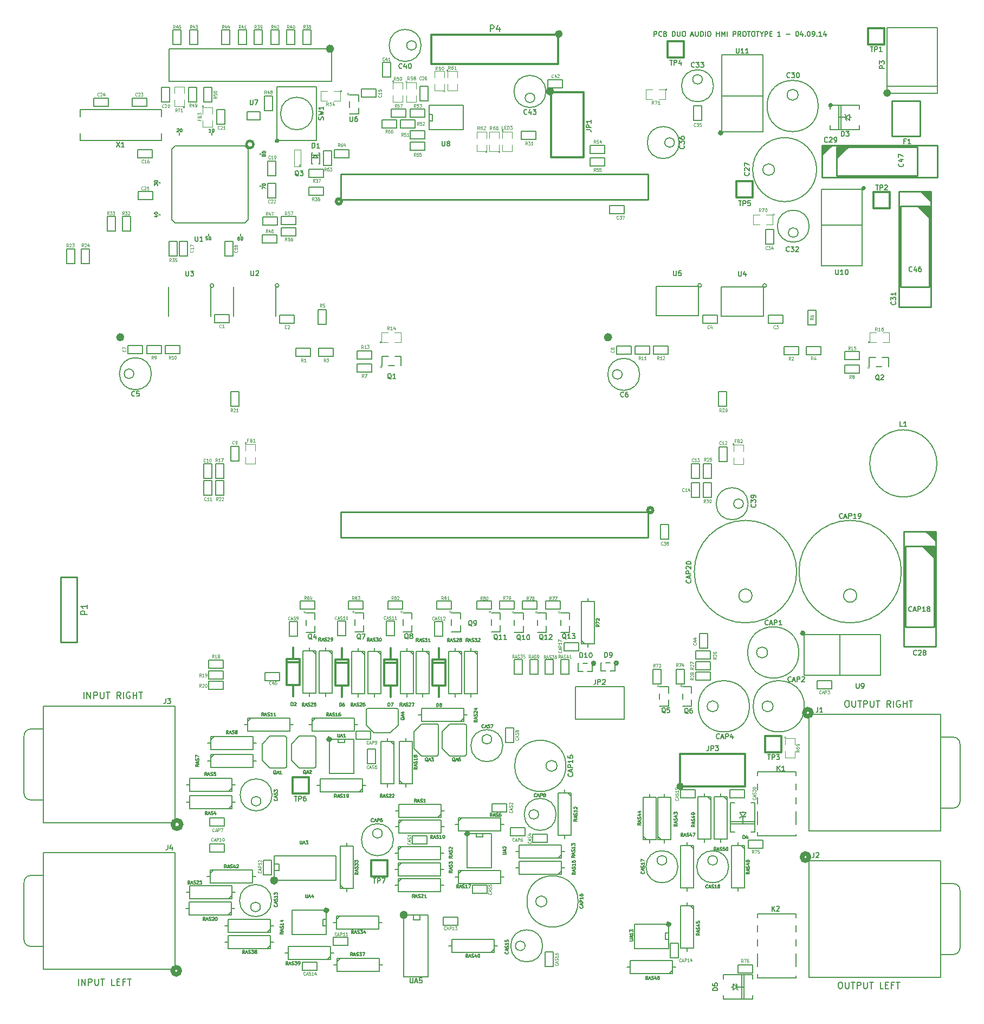
<source format=gto>
G04 (created by PCBNEW (2013-07-07 BZR 4022)-stable) date 14/05/2014 09:54:23*
%MOIN*%
G04 Gerber Fmt 3.4, Leading zero omitted, Abs format*
%FSLAX34Y34*%
G01*
G70*
G90*
G04 APERTURE LIST*
%ADD10C,0.00590551*%
%ADD11C,0.005*%
%ADD12C,0.025*%
%ADD13C,0.03*%
%ADD14C,0.006*%
%ADD15C,0.007*%
%ADD16C,0.0125*%
%ADD17C,0.012*%
%ADD18C,0.011811*%
%ADD19C,0.008*%
%ADD20C,0.0031*%
%ADD21C,0.01*%
%ADD22C,0.0039*%
%ADD23C,0.00984252*%
%ADD24C,0.015748*%
%ADD25C,0.00787402*%
%ADD26C,0.0216535*%
%ADD27C,0.0075*%
%ADD28C,0.0045*%
%ADD29C,0.0043*%
G04 APERTURE END LIST*
G54D10*
G54D11*
X9900Y-13028D02*
X9900Y-12902D01*
X11866Y-13028D02*
X11866Y-12902D01*
X13160Y-9958D02*
X13036Y-9958D01*
X13160Y-7990D02*
X13034Y-7990D01*
X10098Y-6700D02*
X10098Y-6820D01*
X8126Y-6700D02*
X8126Y-6822D01*
X6836Y-11734D02*
X6958Y-11734D01*
X6836Y-9768D02*
X6960Y-9768D01*
X13302Y-8100D02*
X13293Y-8119D01*
X13283Y-8128D01*
X13264Y-8138D01*
X13255Y-8138D01*
X13236Y-8128D01*
X13226Y-8119D01*
X13216Y-8100D01*
X13216Y-8062D01*
X13226Y-8043D01*
X13236Y-8033D01*
X13255Y-8024D01*
X13264Y-8024D01*
X13283Y-8033D01*
X13293Y-8043D01*
X13302Y-8062D01*
X13302Y-8100D01*
X13312Y-8119D01*
X13321Y-8128D01*
X13340Y-8138D01*
X13378Y-8138D01*
X13397Y-8128D01*
X13407Y-8119D01*
X13416Y-8100D01*
X13416Y-8062D01*
X13407Y-8043D01*
X13397Y-8033D01*
X13378Y-8024D01*
X13340Y-8024D01*
X13321Y-8033D01*
X13312Y-8043D01*
X13302Y-8062D01*
X13216Y-7900D02*
X13216Y-7881D01*
X13226Y-7862D01*
X13236Y-7852D01*
X13255Y-7843D01*
X13293Y-7833D01*
X13340Y-7833D01*
X13378Y-7843D01*
X13397Y-7852D01*
X13407Y-7862D01*
X13416Y-7881D01*
X13416Y-7900D01*
X13407Y-7919D01*
X13397Y-7928D01*
X13378Y-7938D01*
X13340Y-7947D01*
X13293Y-7947D01*
X13255Y-7938D01*
X13236Y-7928D01*
X13226Y-7919D01*
X13216Y-7900D01*
X13216Y-10129D02*
X13216Y-9996D01*
X13416Y-10082D01*
X13216Y-9882D02*
X13216Y-9863D01*
X13226Y-9844D01*
X13236Y-9834D01*
X13255Y-9825D01*
X13293Y-9815D01*
X13340Y-9815D01*
X13378Y-9825D01*
X13397Y-9834D01*
X13407Y-9844D01*
X13416Y-9863D01*
X13416Y-9882D01*
X13407Y-9901D01*
X13397Y-9910D01*
X13378Y-9920D01*
X13340Y-9929D01*
X13293Y-9929D01*
X13255Y-9920D01*
X13236Y-9910D01*
X13226Y-9901D01*
X13216Y-9882D01*
X9854Y-13080D02*
X9759Y-13080D01*
X9749Y-13176D01*
X9759Y-13166D01*
X9778Y-13157D01*
X9825Y-13157D01*
X9844Y-13166D01*
X9854Y-13176D01*
X9863Y-13195D01*
X9863Y-13242D01*
X9854Y-13261D01*
X9844Y-13271D01*
X9825Y-13280D01*
X9778Y-13280D01*
X9759Y-13271D01*
X9749Y-13261D01*
X9987Y-13080D02*
X10006Y-13080D01*
X10025Y-13090D01*
X10035Y-13100D01*
X10044Y-13119D01*
X10054Y-13157D01*
X10054Y-13204D01*
X10044Y-13242D01*
X10035Y-13261D01*
X10025Y-13271D01*
X10006Y-13280D01*
X9987Y-13280D01*
X9968Y-13271D01*
X9959Y-13261D01*
X9949Y-13242D01*
X9940Y-13204D01*
X9940Y-13157D01*
X9949Y-13119D01*
X9959Y-13100D01*
X9968Y-13090D01*
X9987Y-13080D01*
X11802Y-13082D02*
X11764Y-13082D01*
X11745Y-13092D01*
X11736Y-13102D01*
X11717Y-13130D01*
X11707Y-13168D01*
X11707Y-13244D01*
X11717Y-13263D01*
X11726Y-13273D01*
X11745Y-13282D01*
X11783Y-13282D01*
X11802Y-13273D01*
X11812Y-13263D01*
X11821Y-13244D01*
X11821Y-13197D01*
X11812Y-13178D01*
X11802Y-13168D01*
X11783Y-13159D01*
X11745Y-13159D01*
X11726Y-13168D01*
X11717Y-13178D01*
X11707Y-13197D01*
X11945Y-13082D02*
X11964Y-13082D01*
X11983Y-13092D01*
X11993Y-13102D01*
X12002Y-13121D01*
X12012Y-13159D01*
X12012Y-13206D01*
X12002Y-13244D01*
X11993Y-13263D01*
X11983Y-13273D01*
X11964Y-13282D01*
X11945Y-13282D01*
X11926Y-13273D01*
X11917Y-13263D01*
X11907Y-13244D01*
X11898Y-13206D01*
X11898Y-13159D01*
X11907Y-13121D01*
X11917Y-13102D01*
X11926Y-13092D01*
X11945Y-13082D01*
X6641Y-11781D02*
X6774Y-11781D01*
X6565Y-11828D02*
X6708Y-11876D01*
X6708Y-11752D01*
X6574Y-11638D02*
X6574Y-11619D01*
X6584Y-11600D01*
X6594Y-11590D01*
X6613Y-11581D01*
X6651Y-11571D01*
X6698Y-11571D01*
X6736Y-11581D01*
X6755Y-11590D01*
X6765Y-11600D01*
X6774Y-11619D01*
X6774Y-11638D01*
X6765Y-11657D01*
X6755Y-11666D01*
X6736Y-11676D01*
X6698Y-11685D01*
X6651Y-11685D01*
X6613Y-11676D01*
X6594Y-11666D01*
X6584Y-11657D01*
X6574Y-11638D01*
X6578Y-9929D02*
X6578Y-9806D01*
X6655Y-9872D01*
X6655Y-9844D01*
X6664Y-9825D01*
X6674Y-9815D01*
X6693Y-9806D01*
X6740Y-9806D01*
X6759Y-9815D01*
X6769Y-9825D01*
X6778Y-9844D01*
X6778Y-9901D01*
X6769Y-9920D01*
X6759Y-9929D01*
X6578Y-9682D02*
X6578Y-9663D01*
X6588Y-9644D01*
X6598Y-9634D01*
X6617Y-9625D01*
X6655Y-9615D01*
X6702Y-9615D01*
X6740Y-9625D01*
X6759Y-9634D01*
X6769Y-9644D01*
X6778Y-9663D01*
X6778Y-9682D01*
X6769Y-9701D01*
X6759Y-9710D01*
X6740Y-9720D01*
X6702Y-9729D01*
X6655Y-9729D01*
X6617Y-9720D01*
X6598Y-9710D01*
X6588Y-9701D01*
X6578Y-9682D01*
X7971Y-6464D02*
X7981Y-6454D01*
X8000Y-6444D01*
X8047Y-6444D01*
X8066Y-6454D01*
X8076Y-6464D01*
X8085Y-6483D01*
X8085Y-6502D01*
X8076Y-6530D01*
X7962Y-6644D01*
X8085Y-6644D01*
X8209Y-6444D02*
X8228Y-6444D01*
X8247Y-6454D01*
X8257Y-6464D01*
X8266Y-6483D01*
X8276Y-6521D01*
X8276Y-6568D01*
X8266Y-6606D01*
X8257Y-6625D01*
X8247Y-6635D01*
X8228Y-6644D01*
X8209Y-6644D01*
X8190Y-6635D01*
X8181Y-6625D01*
X8171Y-6606D01*
X8162Y-6568D01*
X8162Y-6521D01*
X8171Y-6483D01*
X8181Y-6464D01*
X8190Y-6454D01*
X8209Y-6444D01*
X10057Y-6650D02*
X9943Y-6650D01*
X10000Y-6650D02*
X10000Y-6450D01*
X9981Y-6479D01*
X9962Y-6498D01*
X9943Y-6508D01*
X10181Y-6450D02*
X10200Y-6450D01*
X10219Y-6460D01*
X10229Y-6470D01*
X10238Y-6489D01*
X10248Y-6527D01*
X10248Y-6574D01*
X10238Y-6612D01*
X10229Y-6631D01*
X10219Y-6641D01*
X10200Y-6650D01*
X10181Y-6650D01*
X10162Y-6641D01*
X10153Y-6631D01*
X10143Y-6612D01*
X10134Y-6574D01*
X10134Y-6527D01*
X10143Y-6489D01*
X10153Y-6470D01*
X10162Y-6460D01*
X10181Y-6450D01*
G54D12*
X34610Y-19258D02*
G75*
G03X34610Y-19258I-126J0D01*
G74*
G01*
X4596Y-19256D02*
G75*
G03X4596Y-19256I-120J0D01*
G74*
G01*
X14126Y-7176D02*
G75*
G03X14126Y-7176I-16J0D01*
G74*
G01*
X17501Y-1526D02*
G75*
G03X17501Y-1526I-123J0D01*
G74*
G01*
X31560Y-616D02*
G75*
G03X31560Y-616I-106J0D01*
G74*
G01*
X31035Y-4146D02*
G75*
G03X31035Y-4146I-121J0D01*
G74*
G01*
X51759Y-4246D02*
G75*
G03X51759Y-4246I-105J0D01*
G74*
G01*
X48178Y-4988D02*
G75*
G03X48178Y-4988I-16J0D01*
G74*
G01*
X41444Y-6690D02*
G75*
G03X41444Y-6690I-36J0D01*
G74*
G01*
X50208Y-10088D02*
G75*
G03X50208Y-10088I-20J0D01*
G74*
G01*
X46496Y-37436D02*
G75*
G03X46496Y-37436I-38J0D01*
G74*
G01*
X25872Y-49758D02*
G75*
G03X25872Y-49758I-58J0D01*
G74*
G01*
X38260Y-55330D02*
G75*
G03X38260Y-55330I-54J0D01*
G74*
G01*
X22044Y-54758D02*
G75*
G03X22044Y-54758I-124J0D01*
G74*
G01*
X17208Y-54470D02*
G75*
G03X17208Y-54470I-58J0D01*
G74*
G01*
X17392Y-43962D02*
G75*
G03X17392Y-43962I-56J0D01*
G74*
G01*
X14070Y-52638D02*
G75*
G03X14070Y-52638I-124J0D01*
G74*
G01*
X39020Y-46856D02*
G75*
G03X39020Y-46856I-98J0D01*
G74*
G01*
G54D13*
X46992Y-42336D02*
G75*
G03X46992Y-42336I-216J0D01*
G74*
G01*
X46846Y-51202D02*
G75*
G03X46846Y-51202I-216J0D01*
G74*
G01*
X8136Y-58190D02*
G75*
G03X8136Y-58190I-216J0D01*
G74*
G01*
X8226Y-49204D02*
G75*
G03X8226Y-49204I-257J0D01*
G74*
G01*
G54D14*
X37317Y-761D02*
X37317Y-461D01*
X37431Y-461D01*
X37460Y-475D01*
X37474Y-490D01*
X37488Y-518D01*
X37488Y-561D01*
X37474Y-590D01*
X37460Y-604D01*
X37431Y-618D01*
X37317Y-618D01*
X37788Y-732D02*
X37774Y-747D01*
X37731Y-761D01*
X37702Y-761D01*
X37660Y-747D01*
X37631Y-718D01*
X37617Y-690D01*
X37602Y-632D01*
X37602Y-590D01*
X37617Y-532D01*
X37631Y-504D01*
X37660Y-475D01*
X37702Y-461D01*
X37731Y-461D01*
X37774Y-475D01*
X37788Y-490D01*
X38017Y-604D02*
X38060Y-618D01*
X38074Y-632D01*
X38088Y-661D01*
X38088Y-704D01*
X38074Y-732D01*
X38060Y-747D01*
X38031Y-761D01*
X37917Y-761D01*
X37917Y-461D01*
X38017Y-461D01*
X38045Y-475D01*
X38060Y-490D01*
X38074Y-518D01*
X38074Y-547D01*
X38060Y-575D01*
X38045Y-590D01*
X38017Y-604D01*
X37917Y-604D01*
X38445Y-761D02*
X38445Y-461D01*
X38517Y-461D01*
X38560Y-475D01*
X38588Y-504D01*
X38602Y-532D01*
X38617Y-590D01*
X38617Y-632D01*
X38602Y-690D01*
X38588Y-718D01*
X38560Y-747D01*
X38517Y-761D01*
X38445Y-761D01*
X38745Y-461D02*
X38745Y-704D01*
X38760Y-732D01*
X38774Y-747D01*
X38802Y-761D01*
X38860Y-761D01*
X38888Y-747D01*
X38902Y-732D01*
X38917Y-704D01*
X38917Y-461D01*
X39117Y-461D02*
X39174Y-461D01*
X39202Y-475D01*
X39231Y-504D01*
X39245Y-561D01*
X39245Y-661D01*
X39231Y-718D01*
X39202Y-747D01*
X39174Y-761D01*
X39117Y-761D01*
X39088Y-747D01*
X39060Y-718D01*
X39045Y-661D01*
X39045Y-561D01*
X39060Y-504D01*
X39088Y-475D01*
X39117Y-461D01*
X39588Y-675D02*
X39731Y-675D01*
X39560Y-761D02*
X39660Y-461D01*
X39760Y-761D01*
X39860Y-461D02*
X39860Y-704D01*
X39874Y-732D01*
X39888Y-747D01*
X39917Y-761D01*
X39974Y-761D01*
X40002Y-747D01*
X40017Y-732D01*
X40031Y-704D01*
X40031Y-461D01*
X40174Y-761D02*
X40174Y-461D01*
X40245Y-461D01*
X40288Y-475D01*
X40317Y-504D01*
X40331Y-532D01*
X40345Y-590D01*
X40345Y-632D01*
X40331Y-690D01*
X40317Y-718D01*
X40288Y-747D01*
X40245Y-761D01*
X40174Y-761D01*
X40474Y-761D02*
X40474Y-461D01*
X40674Y-461D02*
X40731Y-461D01*
X40760Y-475D01*
X40788Y-504D01*
X40802Y-561D01*
X40802Y-661D01*
X40788Y-718D01*
X40760Y-747D01*
X40731Y-761D01*
X40674Y-761D01*
X40645Y-747D01*
X40617Y-718D01*
X40602Y-661D01*
X40602Y-561D01*
X40617Y-504D01*
X40645Y-475D01*
X40674Y-461D01*
X41160Y-761D02*
X41160Y-461D01*
X41160Y-604D02*
X41331Y-604D01*
X41331Y-761D02*
X41331Y-461D01*
X41474Y-761D02*
X41474Y-461D01*
X41574Y-675D01*
X41674Y-461D01*
X41674Y-761D01*
X41817Y-761D02*
X41817Y-461D01*
X42188Y-761D02*
X42188Y-461D01*
X42302Y-461D01*
X42331Y-475D01*
X42345Y-490D01*
X42360Y-518D01*
X42360Y-561D01*
X42345Y-590D01*
X42331Y-604D01*
X42302Y-618D01*
X42188Y-618D01*
X42660Y-761D02*
X42560Y-618D01*
X42488Y-761D02*
X42488Y-461D01*
X42602Y-461D01*
X42631Y-475D01*
X42645Y-490D01*
X42660Y-518D01*
X42660Y-561D01*
X42645Y-590D01*
X42631Y-604D01*
X42602Y-618D01*
X42488Y-618D01*
X42845Y-461D02*
X42902Y-461D01*
X42931Y-475D01*
X42960Y-504D01*
X42974Y-561D01*
X42974Y-661D01*
X42960Y-718D01*
X42931Y-747D01*
X42902Y-761D01*
X42845Y-761D01*
X42817Y-747D01*
X42788Y-718D01*
X42774Y-661D01*
X42774Y-561D01*
X42788Y-504D01*
X42817Y-475D01*
X42845Y-461D01*
X43060Y-461D02*
X43231Y-461D01*
X43145Y-761D02*
X43145Y-461D01*
X43388Y-461D02*
X43445Y-461D01*
X43474Y-475D01*
X43502Y-504D01*
X43517Y-561D01*
X43517Y-661D01*
X43502Y-718D01*
X43474Y-747D01*
X43445Y-761D01*
X43388Y-761D01*
X43360Y-747D01*
X43331Y-718D01*
X43317Y-661D01*
X43317Y-561D01*
X43331Y-504D01*
X43360Y-475D01*
X43388Y-461D01*
X43602Y-461D02*
X43774Y-461D01*
X43688Y-761D02*
X43688Y-461D01*
X43931Y-618D02*
X43931Y-761D01*
X43831Y-461D02*
X43931Y-618D01*
X44031Y-461D01*
X44131Y-761D02*
X44131Y-461D01*
X44245Y-461D01*
X44274Y-475D01*
X44288Y-490D01*
X44302Y-518D01*
X44302Y-561D01*
X44288Y-590D01*
X44274Y-604D01*
X44245Y-618D01*
X44131Y-618D01*
X44431Y-604D02*
X44531Y-604D01*
X44574Y-761D02*
X44431Y-761D01*
X44431Y-461D01*
X44574Y-461D01*
X45088Y-761D02*
X44917Y-761D01*
X45002Y-761D02*
X45002Y-461D01*
X44974Y-504D01*
X44945Y-532D01*
X44917Y-547D01*
X45445Y-647D02*
X45674Y-647D01*
X46102Y-461D02*
X46131Y-461D01*
X46160Y-475D01*
X46174Y-490D01*
X46188Y-518D01*
X46202Y-575D01*
X46202Y-647D01*
X46188Y-704D01*
X46174Y-732D01*
X46160Y-747D01*
X46131Y-761D01*
X46102Y-761D01*
X46074Y-747D01*
X46060Y-732D01*
X46045Y-704D01*
X46031Y-647D01*
X46031Y-575D01*
X46045Y-518D01*
X46060Y-490D01*
X46074Y-475D01*
X46102Y-461D01*
X46460Y-561D02*
X46460Y-761D01*
X46388Y-447D02*
X46317Y-661D01*
X46502Y-661D01*
X46617Y-732D02*
X46631Y-747D01*
X46617Y-761D01*
X46602Y-747D01*
X46617Y-732D01*
X46617Y-761D01*
X46817Y-461D02*
X46845Y-461D01*
X46874Y-475D01*
X46888Y-490D01*
X46902Y-518D01*
X46917Y-575D01*
X46917Y-647D01*
X46902Y-704D01*
X46888Y-732D01*
X46874Y-747D01*
X46845Y-761D01*
X46817Y-761D01*
X46788Y-747D01*
X46774Y-732D01*
X46760Y-704D01*
X46745Y-647D01*
X46745Y-575D01*
X46760Y-518D01*
X46774Y-490D01*
X46788Y-475D01*
X46817Y-461D01*
X47059Y-761D02*
X47117Y-761D01*
X47145Y-747D01*
X47159Y-732D01*
X47188Y-690D01*
X47202Y-632D01*
X47202Y-518D01*
X47188Y-490D01*
X47174Y-475D01*
X47145Y-461D01*
X47088Y-461D01*
X47059Y-475D01*
X47045Y-490D01*
X47031Y-518D01*
X47031Y-590D01*
X47045Y-618D01*
X47059Y-632D01*
X47088Y-647D01*
X47145Y-647D01*
X47174Y-632D01*
X47188Y-618D01*
X47202Y-590D01*
X47331Y-732D02*
X47345Y-747D01*
X47331Y-761D01*
X47317Y-747D01*
X47331Y-732D01*
X47331Y-761D01*
X47631Y-761D02*
X47459Y-761D01*
X47545Y-761D02*
X47545Y-461D01*
X47517Y-504D01*
X47488Y-532D01*
X47459Y-547D01*
X47888Y-561D02*
X47888Y-761D01*
X47817Y-447D02*
X47745Y-661D01*
X47931Y-661D01*
G54D15*
X49151Y-41585D02*
X49227Y-41585D01*
X49265Y-41604D01*
X49303Y-41643D01*
X49323Y-41719D01*
X49323Y-41852D01*
X49303Y-41928D01*
X49265Y-41966D01*
X49227Y-41985D01*
X49151Y-41985D01*
X49113Y-41966D01*
X49075Y-41928D01*
X49056Y-41852D01*
X49056Y-41719D01*
X49075Y-41643D01*
X49113Y-41604D01*
X49151Y-41585D01*
X49494Y-41585D02*
X49494Y-41909D01*
X49513Y-41947D01*
X49532Y-41966D01*
X49570Y-41985D01*
X49646Y-41985D01*
X49684Y-41966D01*
X49703Y-41947D01*
X49723Y-41909D01*
X49723Y-41585D01*
X49856Y-41585D02*
X50084Y-41585D01*
X49970Y-41985D02*
X49970Y-41585D01*
X50218Y-41985D02*
X50218Y-41585D01*
X50370Y-41585D01*
X50408Y-41604D01*
X50427Y-41624D01*
X50446Y-41662D01*
X50446Y-41719D01*
X50427Y-41757D01*
X50408Y-41776D01*
X50370Y-41795D01*
X50218Y-41795D01*
X50618Y-41585D02*
X50618Y-41909D01*
X50637Y-41947D01*
X50656Y-41966D01*
X50694Y-41985D01*
X50770Y-41985D01*
X50808Y-41966D01*
X50827Y-41947D01*
X50846Y-41909D01*
X50846Y-41585D01*
X50980Y-41585D02*
X51208Y-41585D01*
X51094Y-41985D02*
X51094Y-41585D01*
X51875Y-41985D02*
X51742Y-41795D01*
X51646Y-41985D02*
X51646Y-41585D01*
X51799Y-41585D01*
X51837Y-41604D01*
X51856Y-41624D01*
X51875Y-41662D01*
X51875Y-41719D01*
X51856Y-41757D01*
X51837Y-41776D01*
X51799Y-41795D01*
X51646Y-41795D01*
X52046Y-41985D02*
X52046Y-41585D01*
X52446Y-41604D02*
X52408Y-41585D01*
X52351Y-41585D01*
X52294Y-41604D01*
X52256Y-41643D01*
X52237Y-41681D01*
X52218Y-41757D01*
X52218Y-41814D01*
X52237Y-41890D01*
X52256Y-41928D01*
X52294Y-41966D01*
X52351Y-41985D01*
X52389Y-41985D01*
X52446Y-41966D01*
X52465Y-41947D01*
X52465Y-41814D01*
X52389Y-41814D01*
X52637Y-41985D02*
X52637Y-41585D01*
X52637Y-41776D02*
X52865Y-41776D01*
X52865Y-41985D02*
X52865Y-41585D01*
X52999Y-41585D02*
X53227Y-41585D01*
X53113Y-41985D02*
X53113Y-41585D01*
X48742Y-58885D02*
X48818Y-58885D01*
X48856Y-58904D01*
X48894Y-58943D01*
X48913Y-59019D01*
X48913Y-59152D01*
X48894Y-59228D01*
X48856Y-59266D01*
X48818Y-59285D01*
X48742Y-59285D01*
X48703Y-59266D01*
X48665Y-59228D01*
X48646Y-59152D01*
X48646Y-59019D01*
X48665Y-58943D01*
X48703Y-58904D01*
X48742Y-58885D01*
X49084Y-58885D02*
X49084Y-59209D01*
X49103Y-59247D01*
X49123Y-59266D01*
X49161Y-59285D01*
X49237Y-59285D01*
X49275Y-59266D01*
X49294Y-59247D01*
X49313Y-59209D01*
X49313Y-58885D01*
X49446Y-58885D02*
X49675Y-58885D01*
X49561Y-59285D02*
X49561Y-58885D01*
X49808Y-59285D02*
X49808Y-58885D01*
X49961Y-58885D01*
X49999Y-58904D01*
X50018Y-58924D01*
X50037Y-58962D01*
X50037Y-59019D01*
X50018Y-59057D01*
X49999Y-59076D01*
X49961Y-59095D01*
X49808Y-59095D01*
X50208Y-58885D02*
X50208Y-59209D01*
X50227Y-59247D01*
X50246Y-59266D01*
X50284Y-59285D01*
X50361Y-59285D01*
X50399Y-59266D01*
X50418Y-59247D01*
X50437Y-59209D01*
X50437Y-58885D01*
X50570Y-58885D02*
X50799Y-58885D01*
X50684Y-59285D02*
X50684Y-58885D01*
X51427Y-59285D02*
X51237Y-59285D01*
X51237Y-58885D01*
X51561Y-59076D02*
X51694Y-59076D01*
X51751Y-59285D02*
X51561Y-59285D01*
X51561Y-58885D01*
X51751Y-58885D01*
X52056Y-59076D02*
X51923Y-59076D01*
X51923Y-59285D02*
X51923Y-58885D01*
X52113Y-58885D01*
X52208Y-58885D02*
X52437Y-58885D01*
X52323Y-59285D02*
X52323Y-58885D01*
X1909Y-59081D02*
X1909Y-58681D01*
X2100Y-59081D02*
X2100Y-58681D01*
X2328Y-59081D01*
X2328Y-58681D01*
X2519Y-59081D02*
X2519Y-58681D01*
X2671Y-58681D01*
X2709Y-58700D01*
X2728Y-58720D01*
X2747Y-58758D01*
X2747Y-58815D01*
X2728Y-58853D01*
X2709Y-58872D01*
X2671Y-58891D01*
X2519Y-58891D01*
X2919Y-58681D02*
X2919Y-59005D01*
X2938Y-59043D01*
X2957Y-59062D01*
X2995Y-59081D01*
X3071Y-59081D01*
X3109Y-59062D01*
X3128Y-59043D01*
X3147Y-59005D01*
X3147Y-58681D01*
X3280Y-58681D02*
X3509Y-58681D01*
X3395Y-59081D02*
X3395Y-58681D01*
X4138Y-59081D02*
X3947Y-59081D01*
X3947Y-58681D01*
X4271Y-58872D02*
X4404Y-58872D01*
X4461Y-59081D02*
X4271Y-59081D01*
X4271Y-58681D01*
X4461Y-58681D01*
X4766Y-58872D02*
X4633Y-58872D01*
X4633Y-59081D02*
X4633Y-58681D01*
X4823Y-58681D01*
X4919Y-58681D02*
X5147Y-58681D01*
X5033Y-59081D02*
X5033Y-58681D01*
X2239Y-41461D02*
X2239Y-41061D01*
X2429Y-41461D02*
X2429Y-41061D01*
X2658Y-41461D01*
X2658Y-41061D01*
X2848Y-41461D02*
X2848Y-41061D01*
X3000Y-41061D01*
X3039Y-41080D01*
X3058Y-41100D01*
X3077Y-41138D01*
X3077Y-41195D01*
X3058Y-41233D01*
X3039Y-41252D01*
X3000Y-41271D01*
X2848Y-41271D01*
X3248Y-41061D02*
X3248Y-41385D01*
X3267Y-41423D01*
X3286Y-41442D01*
X3324Y-41461D01*
X3400Y-41461D01*
X3439Y-41442D01*
X3458Y-41423D01*
X3477Y-41385D01*
X3477Y-41061D01*
X3610Y-41061D02*
X3839Y-41061D01*
X3724Y-41461D02*
X3724Y-41061D01*
X4505Y-41461D02*
X4372Y-41271D01*
X4277Y-41461D02*
X4277Y-41061D01*
X4429Y-41061D01*
X4467Y-41080D01*
X4486Y-41100D01*
X4505Y-41138D01*
X4505Y-41195D01*
X4486Y-41233D01*
X4467Y-41252D01*
X4429Y-41271D01*
X4277Y-41271D01*
X4677Y-41461D02*
X4677Y-41061D01*
X5077Y-41080D02*
X5039Y-41061D01*
X4981Y-41061D01*
X4924Y-41080D01*
X4886Y-41119D01*
X4867Y-41157D01*
X4848Y-41233D01*
X4848Y-41290D01*
X4867Y-41366D01*
X4886Y-41404D01*
X4924Y-41442D01*
X4981Y-41461D01*
X5020Y-41461D01*
X5077Y-41442D01*
X5096Y-41423D01*
X5096Y-41290D01*
X5020Y-41290D01*
X5267Y-41461D02*
X5267Y-41061D01*
X5267Y-41252D02*
X5496Y-41252D01*
X5496Y-41461D02*
X5496Y-41061D01*
X5629Y-41061D02*
X5858Y-41061D01*
X5743Y-41461D02*
X5743Y-41061D01*
G54D10*
X27325Y-43961D02*
G75*
G03X27325Y-43961I-295J0D01*
G74*
G01*
X28014Y-44355D02*
G75*
G03X28014Y-44355I-984J0D01*
G74*
G01*
G54D16*
X44160Y-44760D02*
X45160Y-44760D01*
X44160Y-43760D02*
X45160Y-43760D01*
G54D17*
X44160Y-44760D02*
X44160Y-43760D01*
X45160Y-43760D02*
X45160Y-44760D01*
G54D18*
X33690Y-39295D02*
G75*
G03X33690Y-39295I-98J0D01*
G74*
G01*
G54D10*
X32646Y-39284D02*
X32694Y-39284D01*
X33205Y-39284D02*
X32954Y-39284D01*
X33209Y-39795D02*
X33513Y-39795D01*
X33513Y-39795D02*
X33513Y-39284D01*
X33513Y-39284D02*
X33465Y-39284D01*
X32646Y-39795D02*
X32950Y-39795D01*
X32646Y-39284D02*
X32646Y-39795D01*
G54D18*
X35090Y-39275D02*
G75*
G03X35090Y-39275I-98J0D01*
G74*
G01*
G54D10*
X34046Y-39264D02*
X34094Y-39264D01*
X34605Y-39264D02*
X34354Y-39264D01*
X34609Y-39775D02*
X34913Y-39775D01*
X34913Y-39775D02*
X34913Y-39264D01*
X34913Y-39264D02*
X34865Y-39264D01*
X34046Y-39775D02*
X34350Y-39775D01*
X34046Y-39264D02*
X34046Y-39775D01*
G54D11*
X25880Y-49760D02*
X25830Y-49760D01*
X25830Y-49760D02*
X25830Y-51860D01*
X27330Y-51860D02*
X27330Y-49760D01*
X27330Y-49760D02*
X25880Y-49760D01*
X26780Y-49760D02*
X26780Y-49960D01*
X26780Y-49960D02*
X26380Y-49960D01*
X26380Y-49960D02*
X26380Y-49760D01*
X27330Y-51860D02*
X25830Y-51860D01*
X28240Y-48420D02*
X27340Y-48420D01*
X27340Y-48420D02*
X27340Y-47920D01*
X27340Y-47920D02*
X28240Y-47920D01*
X28240Y-47920D02*
X28240Y-48420D01*
X30760Y-50310D02*
X29860Y-50310D01*
X29860Y-50310D02*
X29860Y-49810D01*
X29860Y-49810D02*
X30760Y-49810D01*
X30760Y-49810D02*
X30760Y-50310D01*
X27032Y-53436D02*
X26132Y-53436D01*
X26132Y-53436D02*
X26132Y-52936D01*
X26132Y-52936D02*
X27032Y-52936D01*
X27032Y-52936D02*
X27032Y-53436D01*
X9980Y-50410D02*
X10880Y-50410D01*
X10880Y-50410D02*
X10880Y-50910D01*
X10880Y-50910D02*
X9980Y-50910D01*
X9980Y-50910D02*
X9980Y-50410D01*
X9980Y-48800D02*
X10880Y-48800D01*
X10880Y-48800D02*
X10880Y-49300D01*
X10880Y-49300D02*
X9980Y-49300D01*
X9980Y-49300D02*
X9980Y-48800D01*
X22450Y-49900D02*
X23350Y-49900D01*
X23350Y-49900D02*
X23350Y-50400D01*
X23350Y-50400D02*
X22450Y-50400D01*
X22450Y-50400D02*
X22450Y-49900D01*
X29370Y-49910D02*
X28470Y-49910D01*
X28470Y-49910D02*
X28470Y-49410D01*
X28470Y-49410D02*
X29370Y-49410D01*
X29370Y-49410D02*
X29370Y-49910D01*
G54D19*
X25090Y-52440D02*
X25290Y-52440D01*
X28090Y-52440D02*
X27890Y-52440D01*
X27890Y-52440D02*
X27890Y-52040D01*
X27890Y-52040D02*
X25290Y-52040D01*
X25290Y-52040D02*
X25290Y-52840D01*
X25290Y-52840D02*
X27890Y-52840D01*
X27890Y-52840D02*
X27890Y-52440D01*
X25290Y-52240D02*
X25490Y-52040D01*
X21380Y-52930D02*
X21580Y-52930D01*
X24380Y-52930D02*
X24180Y-52930D01*
X24180Y-52930D02*
X24180Y-52530D01*
X24180Y-52530D02*
X21580Y-52530D01*
X21580Y-52530D02*
X21580Y-53330D01*
X21580Y-53330D02*
X24180Y-53330D01*
X24180Y-53330D02*
X24180Y-52930D01*
X21580Y-52730D02*
X21780Y-52530D01*
X31810Y-51860D02*
X31610Y-51860D01*
X28810Y-51860D02*
X29010Y-51860D01*
X29010Y-51860D02*
X29010Y-52260D01*
X29010Y-52260D02*
X31610Y-52260D01*
X31610Y-52260D02*
X31610Y-51460D01*
X31610Y-51460D02*
X29010Y-51460D01*
X29010Y-51460D02*
X29010Y-51860D01*
X31610Y-52060D02*
X31410Y-52260D01*
X31830Y-47080D02*
X31830Y-47280D01*
X31830Y-50080D02*
X31830Y-49880D01*
X31830Y-49880D02*
X32230Y-49880D01*
X32230Y-49880D02*
X32230Y-47280D01*
X32230Y-47280D02*
X31430Y-47280D01*
X31430Y-47280D02*
X31430Y-49880D01*
X31430Y-49880D02*
X31830Y-49880D01*
X32030Y-47280D02*
X32230Y-47480D01*
X21400Y-49330D02*
X21600Y-49330D01*
X24400Y-49330D02*
X24200Y-49330D01*
X24200Y-49330D02*
X24200Y-48930D01*
X24200Y-48930D02*
X21600Y-48930D01*
X21600Y-48930D02*
X21600Y-49730D01*
X21600Y-49730D02*
X24200Y-49730D01*
X24200Y-49730D02*
X24200Y-49330D01*
X21600Y-49130D02*
X21800Y-48930D01*
X25090Y-49190D02*
X25290Y-49190D01*
X28090Y-49190D02*
X27890Y-49190D01*
X27890Y-49190D02*
X27890Y-48790D01*
X27890Y-48790D02*
X25290Y-48790D01*
X25290Y-48790D02*
X25290Y-49590D01*
X25290Y-49590D02*
X27890Y-49590D01*
X27890Y-49590D02*
X27890Y-49190D01*
X25290Y-48990D02*
X25490Y-48790D01*
X21380Y-51950D02*
X21580Y-51950D01*
X24380Y-51950D02*
X24180Y-51950D01*
X24180Y-51950D02*
X24180Y-51550D01*
X24180Y-51550D02*
X21580Y-51550D01*
X21580Y-51550D02*
X21580Y-52350D01*
X21580Y-52350D02*
X24180Y-52350D01*
X24180Y-52350D02*
X24180Y-51950D01*
X21580Y-51750D02*
X21780Y-51550D01*
X31810Y-50880D02*
X31610Y-50880D01*
X28810Y-50880D02*
X29010Y-50880D01*
X29010Y-50880D02*
X29010Y-51280D01*
X29010Y-51280D02*
X31610Y-51280D01*
X31610Y-51280D02*
X31610Y-50480D01*
X31610Y-50480D02*
X29010Y-50480D01*
X29010Y-50480D02*
X29010Y-50880D01*
X31610Y-51080D02*
X31410Y-51280D01*
X21380Y-50970D02*
X21580Y-50970D01*
X24380Y-50970D02*
X24180Y-50970D01*
X24180Y-50970D02*
X24180Y-50570D01*
X24180Y-50570D02*
X21580Y-50570D01*
X21580Y-50570D02*
X21580Y-51370D01*
X21580Y-51370D02*
X24180Y-51370D01*
X24180Y-51370D02*
X24180Y-50970D01*
X21580Y-50770D02*
X21780Y-50570D01*
X24400Y-48350D02*
X24200Y-48350D01*
X21400Y-48350D02*
X21600Y-48350D01*
X21600Y-48350D02*
X21600Y-48750D01*
X21600Y-48750D02*
X24200Y-48750D01*
X24200Y-48750D02*
X24200Y-47950D01*
X24200Y-47950D02*
X21600Y-47950D01*
X21600Y-47950D02*
X21600Y-48350D01*
X24200Y-48550D02*
X24000Y-48750D01*
G54D10*
X30211Y-48580D02*
G75*
G03X30211Y-48580I-295J0D01*
G74*
G01*
X31294Y-48580D02*
G75*
G03X31294Y-48580I-984J0D01*
G74*
G01*
X20595Y-49746D02*
G75*
G03X20595Y-49746I-295J0D01*
G74*
G01*
X21284Y-50140D02*
G75*
G03X21284Y-50140I-984J0D01*
G74*
G01*
G54D19*
X9800Y-52400D02*
X10000Y-52400D01*
X12800Y-52400D02*
X12600Y-52400D01*
X12600Y-52400D02*
X12600Y-52000D01*
X12600Y-52000D02*
X10000Y-52000D01*
X10000Y-52000D02*
X10000Y-52800D01*
X10000Y-52800D02*
X12600Y-52800D01*
X12600Y-52800D02*
X12600Y-52400D01*
X10000Y-52200D02*
X10200Y-52000D01*
G54D10*
X13095Y-54273D02*
G75*
G03X13095Y-54273I-295J0D01*
G74*
G01*
X13784Y-53880D02*
G75*
G03X13784Y-53880I-984J0D01*
G74*
G01*
G54D19*
X11530Y-54360D02*
X11330Y-54360D01*
X8530Y-54360D02*
X8730Y-54360D01*
X8730Y-54360D02*
X8730Y-54760D01*
X8730Y-54760D02*
X11330Y-54760D01*
X11330Y-54760D02*
X11330Y-53960D01*
X11330Y-53960D02*
X8730Y-53960D01*
X8730Y-53960D02*
X8730Y-54360D01*
X11330Y-54560D02*
X11130Y-54760D01*
X11540Y-53380D02*
X11340Y-53380D01*
X8540Y-53380D02*
X8740Y-53380D01*
X8740Y-53380D02*
X8740Y-53780D01*
X8740Y-53780D02*
X11340Y-53780D01*
X11340Y-53780D02*
X11340Y-52980D01*
X11340Y-52980D02*
X8740Y-52980D01*
X8740Y-52980D02*
X8740Y-53380D01*
X11340Y-53580D02*
X11140Y-53780D01*
X17580Y-55220D02*
X17780Y-55220D01*
X20580Y-55220D02*
X20380Y-55220D01*
X20380Y-55220D02*
X20380Y-54820D01*
X20380Y-54820D02*
X17780Y-54820D01*
X17780Y-54820D02*
X17780Y-55620D01*
X17780Y-55620D02*
X20380Y-55620D01*
X20380Y-55620D02*
X20380Y-55220D01*
X17780Y-55020D02*
X17980Y-54820D01*
X13920Y-56420D02*
X13720Y-56420D01*
X10920Y-56420D02*
X11120Y-56420D01*
X11120Y-56420D02*
X11120Y-56820D01*
X11120Y-56820D02*
X13720Y-56820D01*
X13720Y-56820D02*
X13720Y-56020D01*
X13720Y-56020D02*
X11120Y-56020D01*
X11120Y-56020D02*
X11120Y-56420D01*
X13720Y-56620D02*
X13520Y-56820D01*
X17600Y-57820D02*
X17800Y-57820D01*
X20600Y-57820D02*
X20400Y-57820D01*
X20400Y-57820D02*
X20400Y-57420D01*
X20400Y-57420D02*
X17800Y-57420D01*
X17800Y-57420D02*
X17800Y-58220D01*
X17800Y-58220D02*
X20400Y-58220D01*
X20400Y-58220D02*
X20400Y-57820D01*
X17800Y-57620D02*
X18000Y-57420D01*
X17600Y-57100D02*
X17400Y-57100D01*
X14600Y-57100D02*
X14800Y-57100D01*
X14800Y-57100D02*
X14800Y-57500D01*
X14800Y-57500D02*
X17400Y-57500D01*
X17400Y-57500D02*
X17400Y-56700D01*
X17400Y-56700D02*
X14800Y-56700D01*
X14800Y-56700D02*
X14800Y-57100D01*
X17400Y-57300D02*
X17200Y-57500D01*
X18420Y-53340D02*
X18420Y-53140D01*
X18420Y-50340D02*
X18420Y-50540D01*
X18420Y-50540D02*
X18020Y-50540D01*
X18020Y-50540D02*
X18020Y-53140D01*
X18020Y-53140D02*
X18820Y-53140D01*
X18820Y-53140D02*
X18820Y-50540D01*
X18820Y-50540D02*
X18420Y-50540D01*
X18220Y-53140D02*
X18020Y-52940D01*
X13920Y-55440D02*
X13720Y-55440D01*
X10920Y-55440D02*
X11120Y-55440D01*
X11120Y-55440D02*
X11120Y-55840D01*
X11120Y-55840D02*
X13720Y-55840D01*
X13720Y-55840D02*
X13720Y-55040D01*
X13720Y-55040D02*
X11120Y-55040D01*
X11120Y-55040D02*
X11120Y-55440D01*
X13720Y-55640D02*
X13520Y-55840D01*
G54D11*
X15670Y-57670D02*
X16570Y-57670D01*
X16570Y-57670D02*
X16570Y-58170D01*
X16570Y-58170D02*
X15670Y-58170D01*
X15670Y-58170D02*
X15670Y-57670D01*
X25240Y-55400D02*
X24340Y-55400D01*
X24340Y-55400D02*
X24340Y-54900D01*
X24340Y-54900D02*
X25240Y-54900D01*
X25240Y-54900D02*
X25240Y-55400D01*
X18470Y-56630D02*
X17570Y-56630D01*
X17570Y-56630D02*
X17570Y-56130D01*
X17570Y-56130D02*
X18470Y-56130D01*
X18470Y-56130D02*
X18470Y-56630D01*
X13270Y-52290D02*
X13270Y-51390D01*
X13270Y-51390D02*
X13770Y-51390D01*
X13770Y-51390D02*
X13770Y-52290D01*
X13770Y-52290D02*
X13270Y-52290D01*
G54D19*
X13940Y-51140D02*
X17740Y-51140D01*
X17740Y-51140D02*
X17740Y-52640D01*
X17740Y-52640D02*
X13940Y-52640D01*
X13940Y-52640D02*
X13940Y-51140D01*
X13940Y-51640D02*
X14240Y-51640D01*
X14240Y-51640D02*
X14240Y-52040D01*
X14240Y-52040D02*
X13940Y-52040D01*
X23420Y-54760D02*
X23420Y-58560D01*
X23420Y-58560D02*
X21920Y-58560D01*
X21920Y-58560D02*
X21920Y-54760D01*
X21920Y-54760D02*
X23420Y-54760D01*
X22920Y-54760D02*
X22920Y-55060D01*
X22920Y-55060D02*
X22520Y-55060D01*
X22520Y-55060D02*
X22520Y-54760D01*
G54D11*
X17150Y-54520D02*
X17150Y-54470D01*
X17150Y-54470D02*
X15050Y-54470D01*
X15050Y-55970D02*
X17150Y-55970D01*
X17150Y-55970D02*
X17150Y-54520D01*
X17150Y-55420D02*
X16950Y-55420D01*
X16950Y-55420D02*
X16950Y-55020D01*
X16950Y-55020D02*
X17150Y-55020D01*
X15050Y-55970D02*
X15050Y-54470D01*
X17850Y-37610D02*
X17850Y-36710D01*
X17850Y-36710D02*
X18350Y-36710D01*
X18350Y-36710D02*
X18350Y-37610D01*
X18350Y-37610D02*
X17850Y-37610D01*
X23830Y-37620D02*
X23830Y-36720D01*
X23830Y-36720D02*
X24330Y-36720D01*
X24330Y-36720D02*
X24330Y-37620D01*
X24330Y-37620D02*
X23830Y-37620D01*
X20850Y-37610D02*
X20850Y-36710D01*
X20850Y-36710D02*
X21350Y-36710D01*
X21350Y-36710D02*
X21350Y-37610D01*
X21350Y-37610D02*
X20850Y-37610D01*
X14880Y-37620D02*
X14880Y-36720D01*
X14880Y-36720D02*
X15380Y-36720D01*
X15380Y-36720D02*
X15380Y-37620D01*
X15380Y-37620D02*
X14880Y-37620D01*
G54D14*
X15899Y-36617D02*
X15899Y-36972D01*
X16450Y-37385D02*
X16450Y-36991D01*
X16450Y-36204D02*
X16450Y-36598D01*
X16450Y-37385D02*
X15899Y-37385D01*
X16450Y-36204D02*
X15899Y-36204D01*
G54D20*
X15883Y-36154D02*
G75*
G03X15883Y-36154I-62J0D01*
G74*
G01*
G54D14*
X18904Y-36597D02*
X18904Y-36952D01*
X19455Y-37365D02*
X19455Y-36971D01*
X19455Y-36184D02*
X19455Y-36578D01*
X19455Y-37365D02*
X18904Y-37365D01*
X19455Y-36184D02*
X18904Y-36184D01*
G54D20*
X18888Y-36134D02*
G75*
G03X18888Y-36134I-62J0D01*
G74*
G01*
G54D14*
X21864Y-36597D02*
X21864Y-36952D01*
X22415Y-37365D02*
X22415Y-36971D01*
X22415Y-36184D02*
X22415Y-36578D01*
X22415Y-37365D02*
X21864Y-37365D01*
X22415Y-36184D02*
X21864Y-36184D01*
G54D20*
X21848Y-36134D02*
G75*
G03X21848Y-36134I-62J0D01*
G74*
G01*
G54D14*
X24854Y-36597D02*
X24854Y-36952D01*
X25405Y-37365D02*
X25405Y-36971D01*
X25405Y-36184D02*
X25405Y-36578D01*
X25405Y-37365D02*
X24854Y-37365D01*
X25405Y-36184D02*
X24854Y-36184D01*
G54D20*
X24838Y-36134D02*
G75*
G03X24838Y-36134I-62J0D01*
G74*
G01*
G54D10*
X24276Y-44516D02*
X24276Y-43493D01*
X25694Y-43020D02*
X25773Y-43099D01*
X25773Y-43099D02*
X25773Y-44910D01*
X25773Y-44910D02*
X25694Y-44989D01*
X25694Y-44989D02*
X24749Y-44989D01*
X24749Y-44989D02*
X24276Y-44516D01*
X24276Y-43493D02*
X24749Y-43020D01*
X24749Y-43020D02*
X25694Y-43020D01*
X21096Y-43558D02*
X20073Y-43558D01*
X19600Y-42140D02*
X19679Y-42061D01*
X19679Y-42061D02*
X21490Y-42061D01*
X21490Y-42061D02*
X21569Y-42140D01*
X21569Y-42140D02*
X21569Y-43085D01*
X21569Y-43085D02*
X21096Y-43558D01*
X20073Y-43558D02*
X19600Y-43085D01*
X19600Y-43085D02*
X19600Y-42140D01*
X22551Y-44516D02*
X22551Y-43493D01*
X23969Y-43020D02*
X24048Y-43099D01*
X24048Y-43099D02*
X24048Y-44910D01*
X24048Y-44910D02*
X23969Y-44989D01*
X23969Y-44989D02*
X23024Y-44989D01*
X23024Y-44989D02*
X22551Y-44516D01*
X22551Y-43493D02*
X23024Y-43020D01*
X23024Y-43020D02*
X23969Y-43020D01*
X15011Y-45271D02*
X15011Y-44248D01*
X16429Y-43775D02*
X16508Y-43854D01*
X16508Y-43854D02*
X16508Y-45665D01*
X16508Y-45665D02*
X16429Y-45744D01*
X16429Y-45744D02*
X15484Y-45744D01*
X15484Y-45744D02*
X15011Y-45271D01*
X15011Y-44248D02*
X15484Y-43775D01*
X15484Y-43775D02*
X16429Y-43775D01*
X13211Y-45271D02*
X13211Y-44248D01*
X14629Y-43775D02*
X14708Y-43854D01*
X14708Y-43854D02*
X14708Y-45665D01*
X14708Y-45665D02*
X14629Y-45744D01*
X14629Y-45744D02*
X13684Y-45744D01*
X13684Y-45744D02*
X13211Y-45271D01*
X13211Y-44248D02*
X13684Y-43775D01*
X13684Y-43775D02*
X14629Y-43775D01*
G54D11*
X17385Y-43960D02*
X17335Y-43960D01*
X17335Y-43960D02*
X17335Y-46060D01*
X18835Y-46060D02*
X18835Y-43960D01*
X18835Y-43960D02*
X17385Y-43960D01*
X18285Y-43960D02*
X18285Y-44160D01*
X18285Y-44160D02*
X17885Y-44160D01*
X17885Y-44160D02*
X17885Y-43960D01*
X18835Y-46060D02*
X17335Y-46060D01*
X19885Y-43960D02*
X18985Y-43960D01*
X18985Y-43960D02*
X18985Y-43460D01*
X18985Y-43460D02*
X19885Y-43460D01*
X19885Y-43460D02*
X19885Y-43960D01*
X28690Y-43260D02*
X28690Y-44160D01*
X28690Y-44160D02*
X28190Y-44160D01*
X28190Y-44160D02*
X28190Y-43260D01*
X28190Y-43260D02*
X28690Y-43260D01*
X19685Y-45460D02*
X19685Y-44560D01*
X19685Y-44560D02*
X20185Y-44560D01*
X20185Y-44560D02*
X20185Y-45460D01*
X20185Y-45460D02*
X19685Y-45460D01*
G54D19*
X23075Y-38370D02*
X23075Y-38570D01*
X23075Y-41370D02*
X23075Y-41170D01*
X23075Y-41170D02*
X23475Y-41170D01*
X23475Y-41170D02*
X23475Y-38570D01*
X23475Y-38570D02*
X22675Y-38570D01*
X22675Y-38570D02*
X22675Y-41170D01*
X22675Y-41170D02*
X23075Y-41170D01*
X23275Y-38570D02*
X23475Y-38770D01*
X25830Y-42455D02*
X25630Y-42455D01*
X22830Y-42455D02*
X23030Y-42455D01*
X23030Y-42455D02*
X23030Y-42855D01*
X23030Y-42855D02*
X25630Y-42855D01*
X25630Y-42855D02*
X25630Y-42055D01*
X25630Y-42055D02*
X23030Y-42055D01*
X23030Y-42055D02*
X23030Y-42455D01*
X25630Y-42655D02*
X25430Y-42855D01*
X17107Y-38347D02*
X17107Y-38547D01*
X17107Y-41347D02*
X17107Y-41147D01*
X17107Y-41147D02*
X17507Y-41147D01*
X17507Y-41147D02*
X17507Y-38547D01*
X17507Y-38547D02*
X16707Y-38547D01*
X16707Y-38547D02*
X16707Y-41147D01*
X16707Y-41147D02*
X17107Y-41147D01*
X17307Y-38547D02*
X17507Y-38747D01*
X20910Y-43910D02*
X20910Y-44110D01*
X20910Y-46910D02*
X20910Y-46710D01*
X20910Y-46710D02*
X21310Y-46710D01*
X21310Y-46710D02*
X21310Y-44110D01*
X21310Y-44110D02*
X20510Y-44110D01*
X20510Y-44110D02*
X20510Y-46710D01*
X20510Y-46710D02*
X20910Y-46710D01*
X21110Y-44110D02*
X21310Y-44310D01*
X19585Y-46785D02*
X19385Y-46785D01*
X16585Y-46785D02*
X16785Y-46785D01*
X16785Y-46785D02*
X16785Y-47185D01*
X16785Y-47185D02*
X19385Y-47185D01*
X19385Y-47185D02*
X19385Y-46385D01*
X19385Y-46385D02*
X16785Y-46385D01*
X16785Y-46385D02*
X16785Y-46785D01*
X19385Y-46985D02*
X19185Y-47185D01*
X26060Y-38380D02*
X26060Y-38580D01*
X26060Y-41380D02*
X26060Y-41180D01*
X26060Y-41180D02*
X26460Y-41180D01*
X26460Y-41180D02*
X26460Y-38580D01*
X26460Y-38580D02*
X25660Y-38580D01*
X25660Y-38580D02*
X25660Y-41180D01*
X25660Y-41180D02*
X26060Y-41180D01*
X26260Y-38580D02*
X26460Y-38780D01*
X16127Y-38347D02*
X16127Y-38547D01*
X16127Y-41347D02*
X16127Y-41147D01*
X16127Y-41147D02*
X16527Y-41147D01*
X16527Y-41147D02*
X16527Y-38547D01*
X16527Y-38547D02*
X15727Y-38547D01*
X15727Y-38547D02*
X15727Y-41147D01*
X15727Y-41147D02*
X16127Y-41147D01*
X16327Y-38547D02*
X16527Y-38747D01*
X22100Y-38360D02*
X22100Y-38560D01*
X22100Y-41360D02*
X22100Y-41160D01*
X22100Y-41160D02*
X22500Y-41160D01*
X22500Y-41160D02*
X22500Y-38560D01*
X22500Y-38560D02*
X21700Y-38560D01*
X21700Y-38560D02*
X21700Y-41160D01*
X21700Y-41160D02*
X22100Y-41160D01*
X22300Y-38560D02*
X22500Y-38760D01*
X20100Y-38350D02*
X20100Y-38550D01*
X20100Y-41350D02*
X20100Y-41150D01*
X20100Y-41150D02*
X20500Y-41150D01*
X20500Y-41150D02*
X20500Y-38550D01*
X20500Y-38550D02*
X19700Y-38550D01*
X19700Y-38550D02*
X19700Y-41150D01*
X19700Y-41150D02*
X20100Y-41150D01*
X20300Y-38550D02*
X20500Y-38750D01*
X19120Y-38350D02*
X19120Y-38550D01*
X19120Y-41350D02*
X19120Y-41150D01*
X19120Y-41150D02*
X19520Y-41150D01*
X19520Y-41150D02*
X19520Y-38550D01*
X19520Y-38550D02*
X18720Y-38550D01*
X18720Y-38550D02*
X18720Y-41150D01*
X18720Y-41150D02*
X19120Y-41150D01*
X19320Y-38550D02*
X19520Y-38750D01*
X25080Y-38380D02*
X25080Y-38580D01*
X25080Y-41380D02*
X25080Y-41180D01*
X25080Y-41180D02*
X25480Y-41180D01*
X25480Y-41180D02*
X25480Y-38580D01*
X25480Y-38580D02*
X24680Y-38580D01*
X24680Y-38580D02*
X24680Y-41180D01*
X24680Y-41180D02*
X25080Y-41180D01*
X25280Y-38580D02*
X25480Y-38780D01*
X9835Y-45310D02*
X10035Y-45310D01*
X12835Y-45310D02*
X12635Y-45310D01*
X12635Y-45310D02*
X12635Y-44910D01*
X12635Y-44910D02*
X10035Y-44910D01*
X10035Y-44910D02*
X10035Y-45710D01*
X10035Y-45710D02*
X12635Y-45710D01*
X12635Y-45710D02*
X12635Y-45310D01*
X10035Y-45110D02*
X10235Y-44910D01*
X22035Y-46910D02*
X22035Y-46710D01*
X22035Y-43910D02*
X22035Y-44110D01*
X22035Y-44110D02*
X21635Y-44110D01*
X21635Y-44110D02*
X21635Y-46710D01*
X21635Y-46710D02*
X22435Y-46710D01*
X22435Y-46710D02*
X22435Y-44110D01*
X22435Y-44110D02*
X22035Y-44110D01*
X21835Y-46710D02*
X21635Y-46510D01*
X11535Y-47835D02*
X11335Y-47835D01*
X8535Y-47835D02*
X8735Y-47835D01*
X8735Y-47835D02*
X8735Y-48235D01*
X8735Y-48235D02*
X11335Y-48235D01*
X11335Y-48235D02*
X11335Y-47435D01*
X11335Y-47435D02*
X8735Y-47435D01*
X8735Y-47435D02*
X8735Y-47835D01*
X11335Y-48035D02*
X11135Y-48235D01*
X11540Y-46760D02*
X11340Y-46760D01*
X8540Y-46760D02*
X8740Y-46760D01*
X8740Y-46760D02*
X8740Y-47160D01*
X8740Y-47160D02*
X11340Y-47160D01*
X11340Y-47160D02*
X11340Y-46360D01*
X11340Y-46360D02*
X8740Y-46360D01*
X8740Y-46360D02*
X8740Y-46760D01*
X11340Y-46960D02*
X11140Y-47160D01*
X9835Y-44185D02*
X10035Y-44185D01*
X12835Y-44185D02*
X12635Y-44185D01*
X12635Y-44185D02*
X12635Y-43785D01*
X12635Y-43785D02*
X10035Y-43785D01*
X10035Y-43785D02*
X10035Y-44585D01*
X10035Y-44585D02*
X12635Y-44585D01*
X12635Y-44585D02*
X12635Y-44185D01*
X10035Y-43985D02*
X10235Y-43785D01*
X12110Y-43060D02*
X12310Y-43060D01*
X15110Y-43060D02*
X14910Y-43060D01*
X14910Y-43060D02*
X14910Y-42660D01*
X14910Y-42660D02*
X12310Y-42660D01*
X12310Y-42660D02*
X12310Y-43460D01*
X12310Y-43460D02*
X14910Y-43460D01*
X14910Y-43460D02*
X14910Y-43060D01*
X12310Y-42860D02*
X12510Y-42660D01*
X16085Y-43060D02*
X16285Y-43060D01*
X19085Y-43060D02*
X18885Y-43060D01*
X18885Y-43060D02*
X18885Y-42660D01*
X18885Y-42660D02*
X16285Y-42660D01*
X16285Y-42660D02*
X16285Y-43460D01*
X16285Y-43460D02*
X18885Y-43460D01*
X18885Y-43460D02*
X18885Y-43060D01*
X16285Y-42860D02*
X16485Y-42660D01*
G54D16*
X18100Y-39060D02*
X18100Y-38360D01*
X18100Y-40660D02*
X18100Y-41360D01*
X17700Y-39260D02*
X18500Y-39260D01*
X17700Y-40660D02*
X18500Y-40660D01*
X18500Y-40660D02*
X18500Y-39060D01*
X18500Y-39060D02*
X17700Y-39060D01*
X17700Y-39060D02*
X17700Y-40660D01*
X21100Y-39060D02*
X21100Y-38360D01*
X21100Y-40660D02*
X21100Y-41360D01*
X20700Y-39260D02*
X21500Y-39260D01*
X20700Y-40660D02*
X21500Y-40660D01*
X21500Y-40660D02*
X21500Y-39060D01*
X21500Y-39060D02*
X20700Y-39060D01*
X20700Y-39060D02*
X20700Y-40660D01*
X24080Y-39080D02*
X24080Y-38380D01*
X24080Y-40680D02*
X24080Y-41380D01*
X23680Y-39280D02*
X24480Y-39280D01*
X23680Y-40680D02*
X24480Y-40680D01*
X24480Y-40680D02*
X24480Y-39080D01*
X24480Y-39080D02*
X23680Y-39080D01*
X23680Y-39080D02*
X23680Y-40680D01*
X15127Y-39047D02*
X15127Y-38347D01*
X15127Y-40647D02*
X15127Y-41347D01*
X14727Y-39247D02*
X15527Y-39247D01*
X14727Y-40647D02*
X15527Y-40647D01*
X15527Y-40647D02*
X15527Y-39047D01*
X15527Y-39047D02*
X14727Y-39047D01*
X14727Y-39047D02*
X14727Y-40647D01*
G54D10*
X13130Y-47773D02*
G75*
G03X13130Y-47773I-295J0D01*
G74*
G01*
X13819Y-47380D02*
G75*
G03X13819Y-47380I-984J0D01*
G74*
G01*
G54D21*
X53678Y-6912D02*
X51945Y-6912D01*
X51945Y-6912D02*
X51945Y-4747D01*
X51945Y-4747D02*
X53678Y-4747D01*
X53678Y-4747D02*
X53678Y-6912D01*
G54D22*
X28046Y-6564D02*
G75*
G03X28046Y-6564I-50J0D01*
G74*
G01*
X27996Y-7014D02*
X27996Y-6614D01*
X27996Y-6614D02*
X28596Y-6614D01*
X28596Y-6614D02*
X28596Y-7014D01*
X28596Y-7414D02*
X28596Y-7814D01*
X28596Y-7814D02*
X27996Y-7814D01*
X27996Y-7814D02*
X27996Y-7414D01*
X44730Y-11725D02*
G75*
G03X44730Y-11725I-50J0D01*
G74*
G01*
X44230Y-11725D02*
X44630Y-11725D01*
X44630Y-11725D02*
X44630Y-12325D01*
X44630Y-12325D02*
X44230Y-12325D01*
X43830Y-12325D02*
X43430Y-12325D01*
X43430Y-12325D02*
X43430Y-11725D01*
X43430Y-11725D02*
X43830Y-11725D01*
X9610Y-5065D02*
G75*
G03X9610Y-5065I-50J0D01*
G74*
G01*
X9560Y-5515D02*
X9560Y-5115D01*
X9560Y-5115D02*
X10160Y-5115D01*
X10160Y-5115D02*
X10160Y-5515D01*
X10160Y-5915D02*
X10160Y-6315D01*
X10160Y-6315D02*
X9560Y-6315D01*
X9560Y-6315D02*
X9560Y-5915D01*
X45430Y-43850D02*
G75*
G03X45430Y-43850I-50J0D01*
G74*
G01*
X45380Y-44300D02*
X45380Y-43900D01*
X45380Y-43900D02*
X45980Y-43900D01*
X45980Y-43900D02*
X45980Y-44300D01*
X45980Y-44700D02*
X45980Y-45100D01*
X45980Y-45100D02*
X45380Y-45100D01*
X45380Y-45100D02*
X45380Y-44700D01*
X42250Y-25825D02*
G75*
G03X42250Y-25825I-50J0D01*
G74*
G01*
X42200Y-26275D02*
X42200Y-25875D01*
X42200Y-25875D02*
X42800Y-25875D01*
X42800Y-25875D02*
X42800Y-26275D01*
X42800Y-26675D02*
X42800Y-27075D01*
X42800Y-27075D02*
X42200Y-27075D01*
X42200Y-27075D02*
X42200Y-26675D01*
X12245Y-25769D02*
G75*
G03X12245Y-25769I-50J0D01*
G74*
G01*
X12195Y-26219D02*
X12195Y-25819D01*
X12195Y-25819D02*
X12795Y-25819D01*
X12795Y-25819D02*
X12795Y-26219D01*
X12795Y-26619D02*
X12795Y-27019D01*
X12795Y-27019D02*
X12195Y-27019D01*
X12195Y-27019D02*
X12195Y-26619D01*
X38120Y-4040D02*
G75*
G03X38120Y-4040I-50J0D01*
G74*
G01*
X37620Y-4040D02*
X38020Y-4040D01*
X38020Y-4040D02*
X38020Y-4640D01*
X38020Y-4640D02*
X37620Y-4640D01*
X37220Y-4640D02*
X36820Y-4640D01*
X36820Y-4640D02*
X36820Y-4040D01*
X36820Y-4040D02*
X37220Y-4040D01*
X20545Y-19560D02*
G75*
G03X20545Y-19560I-50J0D01*
G74*
G01*
X20945Y-19560D02*
X20545Y-19560D01*
X20545Y-19560D02*
X20545Y-18960D01*
X20545Y-18960D02*
X20945Y-18960D01*
X21345Y-18960D02*
X21745Y-18960D01*
X21745Y-18960D02*
X21745Y-19560D01*
X21745Y-19560D02*
X21345Y-19560D01*
X8450Y-5125D02*
G75*
G03X8450Y-5125I-50J0D01*
G74*
G01*
X8400Y-4675D02*
X8400Y-5075D01*
X8400Y-5075D02*
X7800Y-5075D01*
X7800Y-5075D02*
X7800Y-4675D01*
X7800Y-4275D02*
X7800Y-3875D01*
X7800Y-3875D02*
X8400Y-3875D01*
X8400Y-3875D02*
X8400Y-4275D01*
X24648Y-2853D02*
G75*
G03X24648Y-2853I-50J0D01*
G74*
G01*
X24598Y-3303D02*
X24598Y-2903D01*
X24598Y-2903D02*
X25198Y-2903D01*
X25198Y-2903D02*
X25198Y-3303D01*
X25198Y-3703D02*
X25198Y-4103D01*
X25198Y-4103D02*
X24598Y-4103D01*
X24598Y-4103D02*
X24598Y-3703D01*
X24461Y-4153D02*
G75*
G03X24461Y-4153I-50J0D01*
G74*
G01*
X24411Y-3703D02*
X24411Y-4103D01*
X24411Y-4103D02*
X23811Y-4103D01*
X23811Y-4103D02*
X23811Y-3703D01*
X23811Y-3303D02*
X23811Y-2903D01*
X23811Y-2903D02*
X24411Y-2903D01*
X24411Y-2903D02*
X24411Y-3303D01*
X50585Y-19555D02*
G75*
G03X50585Y-19555I-50J0D01*
G74*
G01*
X50985Y-19555D02*
X50585Y-19555D01*
X50585Y-19555D02*
X50585Y-18955D01*
X50585Y-18955D02*
X50985Y-18955D01*
X51385Y-18955D02*
X51785Y-18955D01*
X51785Y-18955D02*
X51785Y-19555D01*
X51785Y-19555D02*
X51385Y-19555D01*
G54D11*
X8670Y-4795D02*
X8670Y-3895D01*
X8670Y-3895D02*
X9170Y-3895D01*
X9170Y-3895D02*
X9170Y-4795D01*
X9170Y-4795D02*
X8670Y-4795D01*
X13545Y-10700D02*
X13545Y-9800D01*
X13545Y-9800D02*
X14045Y-9800D01*
X14045Y-9800D02*
X14045Y-10700D01*
X14045Y-10700D02*
X13545Y-10700D01*
X6470Y-10795D02*
X5570Y-10795D01*
X5570Y-10795D02*
X5570Y-10295D01*
X5570Y-10295D02*
X6470Y-10295D01*
X6470Y-10295D02*
X6470Y-10795D01*
X20205Y-4510D02*
X19305Y-4510D01*
X19305Y-4510D02*
X19305Y-4010D01*
X19305Y-4010D02*
X20205Y-4010D01*
X20205Y-4010D02*
X20205Y-4510D01*
X29157Y-6586D02*
X30057Y-6586D01*
X30057Y-6586D02*
X30057Y-7086D01*
X30057Y-7086D02*
X29157Y-7086D01*
X29157Y-7086D02*
X29157Y-6586D01*
X7025Y-4800D02*
X7025Y-3900D01*
X7025Y-3900D02*
X7525Y-3900D01*
X7525Y-3900D02*
X7525Y-4800D01*
X7525Y-4800D02*
X7025Y-4800D01*
X10430Y-6165D02*
X10430Y-5265D01*
X10430Y-5265D02*
X10930Y-5265D01*
X10930Y-5265D02*
X10930Y-6165D01*
X10930Y-6165D02*
X10430Y-6165D01*
X11420Y-13365D02*
X11420Y-14265D01*
X11420Y-14265D02*
X10920Y-14265D01*
X10920Y-14265D02*
X10920Y-13365D01*
X10920Y-13365D02*
X11420Y-13365D01*
X13550Y-9320D02*
X13550Y-8420D01*
X13550Y-8420D02*
X14050Y-8420D01*
X14050Y-8420D02*
X14050Y-9320D01*
X14050Y-9320D02*
X13550Y-9320D01*
X13225Y-12960D02*
X14125Y-12960D01*
X14125Y-12960D02*
X14125Y-13460D01*
X14125Y-13460D02*
X13225Y-13460D01*
X13225Y-13460D02*
X13225Y-12960D01*
X13235Y-11850D02*
X14135Y-11850D01*
X14135Y-11850D02*
X14135Y-12350D01*
X14135Y-12350D02*
X13235Y-12350D01*
X13235Y-12350D02*
X13235Y-11850D01*
X16975Y-9430D02*
X16075Y-9430D01*
X16075Y-9430D02*
X16075Y-8930D01*
X16075Y-8930D02*
X16975Y-8930D01*
X16975Y-8930D02*
X16975Y-9430D01*
X16970Y-10545D02*
X16070Y-10545D01*
X16070Y-10545D02*
X16070Y-10045D01*
X16070Y-10045D02*
X16970Y-10045D01*
X16970Y-10045D02*
X16970Y-10545D01*
X3690Y-12715D02*
X3690Y-11815D01*
X3690Y-11815D02*
X4190Y-11815D01*
X4190Y-11815D02*
X4190Y-12715D01*
X4190Y-12715D02*
X3690Y-12715D01*
X4600Y-12715D02*
X4600Y-11815D01*
X4600Y-11815D02*
X5100Y-11815D01*
X5100Y-11815D02*
X5100Y-12715D01*
X5100Y-12715D02*
X4600Y-12715D01*
X13355Y-5325D02*
X13355Y-4425D01*
X13355Y-4425D02*
X13855Y-4425D01*
X13855Y-4425D02*
X13855Y-5325D01*
X13855Y-5325D02*
X13355Y-5325D01*
X9610Y-4785D02*
X9610Y-3885D01*
X9610Y-3885D02*
X10110Y-3885D01*
X10110Y-3885D02*
X10110Y-4785D01*
X10110Y-4785D02*
X9610Y-4785D01*
X21730Y-5885D02*
X22630Y-5885D01*
X22630Y-5885D02*
X22630Y-6385D01*
X22630Y-6385D02*
X21730Y-6385D01*
X21730Y-6385D02*
X21730Y-5885D01*
X37240Y-40550D02*
X37240Y-39650D01*
X37240Y-39650D02*
X37740Y-39650D01*
X37740Y-39650D02*
X37740Y-40550D01*
X37740Y-40550D02*
X37240Y-40550D01*
X38670Y-40550D02*
X38670Y-39650D01*
X38670Y-39650D02*
X39170Y-39650D01*
X39170Y-39650D02*
X39170Y-40550D01*
X39170Y-40550D02*
X38670Y-40550D01*
X44010Y-50670D02*
X43110Y-50670D01*
X43110Y-50670D02*
X43110Y-50170D01*
X43110Y-50170D02*
X44010Y-50170D01*
X44010Y-50170D02*
X44010Y-50670D01*
X42470Y-57820D02*
X43370Y-57820D01*
X43370Y-57820D02*
X43370Y-58320D01*
X43370Y-58320D02*
X42470Y-58320D01*
X42470Y-58320D02*
X42470Y-57820D01*
X37714Y-31665D02*
X37714Y-30765D01*
X37714Y-30765D02*
X38214Y-30765D01*
X38214Y-30765D02*
X38214Y-31665D01*
X38214Y-31665D02*
X37714Y-31665D01*
X35490Y-11655D02*
X34590Y-11655D01*
X34590Y-11655D02*
X34590Y-11155D01*
X34590Y-11155D02*
X35490Y-11155D01*
X35490Y-11155D02*
X35490Y-11655D01*
X31680Y-3930D02*
X30780Y-3930D01*
X30780Y-3930D02*
X30780Y-3430D01*
X30780Y-3430D02*
X31680Y-3430D01*
X31680Y-3430D02*
X31680Y-3930D01*
X21100Y-2359D02*
X21100Y-3259D01*
X21100Y-3259D02*
X20600Y-3259D01*
X20600Y-3259D02*
X20600Y-2359D01*
X20600Y-2359D02*
X21100Y-2359D01*
X47340Y-40370D02*
X48240Y-40370D01*
X48240Y-40370D02*
X48240Y-40870D01*
X48240Y-40870D02*
X47340Y-40870D01*
X47340Y-40870D02*
X47340Y-40370D01*
X40238Y-5023D02*
X40238Y-5923D01*
X40238Y-5923D02*
X39738Y-5923D01*
X39738Y-5923D02*
X39738Y-5023D01*
X39738Y-5023D02*
X40238Y-5023D01*
X44670Y-12615D02*
X44670Y-13515D01*
X44670Y-13515D02*
X44170Y-13515D01*
X44170Y-13515D02*
X44170Y-12615D01*
X44170Y-12615D02*
X44670Y-12615D01*
X22320Y-6555D02*
X23220Y-6555D01*
X23220Y-6555D02*
X23220Y-7055D01*
X23220Y-7055D02*
X22320Y-7055D01*
X22320Y-7055D02*
X22320Y-6555D01*
X22320Y-5215D02*
X23220Y-5215D01*
X23220Y-5215D02*
X23220Y-5715D01*
X23220Y-5715D02*
X22320Y-5715D01*
X22320Y-5715D02*
X22320Y-5215D01*
X15285Y-12345D02*
X14385Y-12345D01*
X14385Y-12345D02*
X14385Y-11845D01*
X14385Y-11845D02*
X15285Y-11845D01*
X15285Y-11845D02*
X15285Y-12345D01*
X14385Y-12530D02*
X15285Y-12530D01*
X15285Y-12530D02*
X15285Y-13030D01*
X15285Y-13030D02*
X14385Y-13030D01*
X14385Y-13030D02*
X14385Y-12530D01*
X34270Y-8740D02*
X33370Y-8740D01*
X33370Y-8740D02*
X33370Y-8240D01*
X33370Y-8240D02*
X34270Y-8240D01*
X34270Y-8240D02*
X34270Y-8740D01*
X33370Y-7450D02*
X34270Y-7450D01*
X34270Y-7450D02*
X34270Y-7950D01*
X34270Y-7950D02*
X33370Y-7950D01*
X33370Y-7950D02*
X33370Y-7450D01*
X6445Y-8245D02*
X5545Y-8245D01*
X5545Y-8245D02*
X5545Y-7745D01*
X5545Y-7745D02*
X6445Y-7745D01*
X6445Y-7745D02*
X6445Y-8245D01*
X23410Y-3815D02*
X23410Y-4715D01*
X23410Y-4715D02*
X22910Y-4715D01*
X22910Y-4715D02*
X22910Y-3815D01*
X22910Y-3815D02*
X23410Y-3815D01*
X47290Y-17595D02*
X47290Y-18495D01*
X47290Y-18495D02*
X46790Y-18495D01*
X46790Y-18495D02*
X46790Y-17595D01*
X46790Y-17595D02*
X47290Y-17595D01*
X11265Y-23495D02*
X11265Y-22595D01*
X11265Y-22595D02*
X11765Y-22595D01*
X11765Y-22595D02*
X11765Y-23495D01*
X11765Y-23495D02*
X11265Y-23495D01*
X1178Y-14725D02*
X1178Y-13825D01*
X1178Y-13825D02*
X1678Y-13825D01*
X1678Y-13825D02*
X1678Y-14725D01*
X1678Y-14725D02*
X1178Y-14725D01*
X2072Y-14723D02*
X2072Y-13823D01*
X2072Y-13823D02*
X2572Y-13823D01*
X2572Y-13823D02*
X2572Y-14723D01*
X2572Y-14723D02*
X2072Y-14723D01*
X10800Y-40905D02*
X9900Y-40905D01*
X9900Y-40905D02*
X9900Y-40405D01*
X9900Y-40405D02*
X10800Y-40405D01*
X10800Y-40405D02*
X10800Y-40905D01*
X10800Y-40250D02*
X9900Y-40250D01*
X9900Y-40250D02*
X9900Y-39750D01*
X9900Y-39750D02*
X10800Y-39750D01*
X10800Y-39750D02*
X10800Y-40250D01*
X10800Y-39600D02*
X9900Y-39600D01*
X9900Y-39600D02*
X9900Y-39100D01*
X9900Y-39100D02*
X10800Y-39100D01*
X10800Y-39100D02*
X10800Y-39600D01*
X40790Y-40340D02*
X39890Y-40340D01*
X39890Y-40340D02*
X39890Y-39840D01*
X39890Y-39840D02*
X40790Y-39840D01*
X40790Y-39840D02*
X40790Y-40340D01*
X40790Y-39690D02*
X39890Y-39690D01*
X39890Y-39690D02*
X39890Y-39190D01*
X39890Y-39190D02*
X40790Y-39190D01*
X40790Y-39190D02*
X40790Y-39690D01*
X40790Y-39040D02*
X39890Y-39040D01*
X39890Y-39040D02*
X39890Y-38540D01*
X39890Y-38540D02*
X40790Y-38540D01*
X40790Y-38540D02*
X40790Y-39040D01*
X49940Y-21460D02*
X49040Y-21460D01*
X49040Y-21460D02*
X49040Y-20960D01*
X49040Y-20960D02*
X49940Y-20960D01*
X49940Y-20960D02*
X49940Y-21460D01*
X49040Y-20145D02*
X49940Y-20145D01*
X49940Y-20145D02*
X49940Y-20645D01*
X49940Y-20645D02*
X49040Y-20645D01*
X49040Y-20645D02*
X49040Y-20145D01*
X35899Y-20292D02*
X34999Y-20292D01*
X34999Y-20292D02*
X34999Y-19792D01*
X34999Y-19792D02*
X35899Y-19792D01*
X35899Y-19792D02*
X35899Y-20292D01*
X36141Y-19792D02*
X37041Y-19792D01*
X37041Y-19792D02*
X37041Y-20292D01*
X37041Y-20292D02*
X36141Y-20292D01*
X36141Y-20292D02*
X36141Y-19792D01*
X38183Y-20292D02*
X37283Y-20292D01*
X37283Y-20292D02*
X37283Y-19792D01*
X37283Y-19792D02*
X38183Y-19792D01*
X38183Y-19792D02*
X38183Y-20292D01*
X45298Y-19829D02*
X46198Y-19829D01*
X46198Y-19829D02*
X46198Y-20329D01*
X46198Y-20329D02*
X45298Y-20329D01*
X45298Y-20329D02*
X45298Y-19829D01*
X47582Y-20331D02*
X46682Y-20331D01*
X46682Y-20331D02*
X46682Y-19831D01*
X46682Y-19831D02*
X47582Y-19831D01*
X47582Y-19831D02*
X47582Y-20331D01*
X40300Y-17905D02*
X41200Y-17905D01*
X41200Y-17905D02*
X41200Y-18405D01*
X41200Y-18405D02*
X40300Y-18405D01*
X40300Y-18405D02*
X40300Y-17905D01*
X44360Y-17910D02*
X45260Y-17910D01*
X45260Y-17910D02*
X45260Y-18410D01*
X45260Y-18410D02*
X44360Y-18410D01*
X44360Y-18410D02*
X44360Y-17910D01*
X19945Y-21405D02*
X19045Y-21405D01*
X19045Y-21405D02*
X19045Y-20905D01*
X19045Y-20905D02*
X19945Y-20905D01*
X19945Y-20905D02*
X19945Y-21405D01*
X19035Y-20100D02*
X19935Y-20100D01*
X19935Y-20100D02*
X19935Y-20600D01*
X19935Y-20600D02*
X19035Y-20600D01*
X19035Y-20600D02*
X19035Y-20100D01*
X5860Y-20253D02*
X4960Y-20253D01*
X4960Y-20253D02*
X4960Y-19753D01*
X4960Y-19753D02*
X5860Y-19753D01*
X5860Y-19753D02*
X5860Y-20253D01*
X6102Y-19753D02*
X7002Y-19753D01*
X7002Y-19753D02*
X7002Y-20253D01*
X7002Y-20253D02*
X6102Y-20253D01*
X6102Y-20253D02*
X6102Y-19753D01*
X8143Y-20253D02*
X7243Y-20253D01*
X7243Y-20253D02*
X7243Y-19753D01*
X7243Y-19753D02*
X8143Y-19753D01*
X8143Y-19753D02*
X8143Y-20253D01*
X17150Y-17550D02*
X17150Y-18450D01*
X17150Y-18450D02*
X16650Y-18450D01*
X16650Y-18450D02*
X16650Y-17550D01*
X16650Y-17550D02*
X17150Y-17550D01*
X17578Y-20445D02*
X16678Y-20445D01*
X16678Y-20445D02*
X16678Y-19945D01*
X16678Y-19945D02*
X17578Y-19945D01*
X17578Y-19945D02*
X17578Y-20445D01*
X15296Y-19945D02*
X16196Y-19945D01*
X16196Y-19945D02*
X16196Y-20445D01*
X16196Y-20445D02*
X15296Y-20445D01*
X15296Y-20445D02*
X15296Y-19945D01*
X14290Y-17902D02*
X15190Y-17902D01*
X15190Y-17902D02*
X15190Y-18402D01*
X15190Y-18402D02*
X14290Y-18402D01*
X14290Y-18402D02*
X14290Y-17902D01*
X10270Y-17865D02*
X11170Y-17865D01*
X11170Y-17865D02*
X11170Y-18365D01*
X11170Y-18365D02*
X10270Y-18365D01*
X10270Y-18365D02*
X10270Y-17865D01*
X9603Y-27928D02*
X9603Y-27028D01*
X9603Y-27028D02*
X10103Y-27028D01*
X10103Y-27028D02*
X10103Y-27928D01*
X10103Y-27928D02*
X9603Y-27928D01*
X2850Y-4575D02*
X3750Y-4575D01*
X3750Y-4575D02*
X3750Y-5075D01*
X3750Y-5075D02*
X2850Y-5075D01*
X2850Y-5075D02*
X2850Y-4575D01*
X6100Y-5075D02*
X5200Y-5075D01*
X5200Y-5075D02*
X5200Y-4575D01*
X5200Y-4575D02*
X6100Y-4575D01*
X6100Y-4575D02*
X6100Y-5075D01*
X8219Y-379D02*
X8219Y-1279D01*
X8219Y-1279D02*
X7719Y-1279D01*
X7719Y-1279D02*
X7719Y-379D01*
X7719Y-379D02*
X8219Y-379D01*
X9242Y-379D02*
X9242Y-1279D01*
X9242Y-1279D02*
X8742Y-1279D01*
X8742Y-1279D02*
X8742Y-379D01*
X8742Y-379D02*
X9242Y-379D01*
X12235Y-379D02*
X12235Y-1279D01*
X12235Y-1279D02*
X11735Y-1279D01*
X11735Y-1279D02*
X11735Y-379D01*
X11735Y-379D02*
X12235Y-379D01*
X13219Y-379D02*
X13219Y-1279D01*
X13219Y-1279D02*
X12719Y-1279D01*
X12719Y-1279D02*
X12719Y-379D01*
X12719Y-379D02*
X13219Y-379D01*
X11211Y-379D02*
X11211Y-1279D01*
X11211Y-1279D02*
X10711Y-1279D01*
X10711Y-1279D02*
X10711Y-379D01*
X10711Y-379D02*
X11211Y-379D01*
X14242Y-379D02*
X14242Y-1279D01*
X14242Y-1279D02*
X13742Y-1279D01*
X13742Y-1279D02*
X13742Y-379D01*
X13742Y-379D02*
X14242Y-379D01*
X15227Y-379D02*
X15227Y-1279D01*
X15227Y-1279D02*
X14727Y-1279D01*
X14727Y-1279D02*
X14727Y-379D01*
X14727Y-379D02*
X15227Y-379D01*
X16211Y-379D02*
X16211Y-1279D01*
X16211Y-1279D02*
X15711Y-1279D01*
X15711Y-1279D02*
X15711Y-379D01*
X15711Y-379D02*
X16211Y-379D01*
X41820Y-25985D02*
X41820Y-26885D01*
X41820Y-26885D02*
X41320Y-26885D01*
X41320Y-26885D02*
X41320Y-25985D01*
X41320Y-25985D02*
X41820Y-25985D01*
X40850Y-28195D02*
X40850Y-29095D01*
X40850Y-29095D02*
X40350Y-29095D01*
X40350Y-29095D02*
X40350Y-28195D01*
X40350Y-28195D02*
X40850Y-28195D01*
X40350Y-27915D02*
X40350Y-27015D01*
X40350Y-27015D02*
X40850Y-27015D01*
X40850Y-27015D02*
X40850Y-27915D01*
X40850Y-27915D02*
X40350Y-27915D01*
X40120Y-28195D02*
X40120Y-29095D01*
X40120Y-29095D02*
X39620Y-29095D01*
X39620Y-29095D02*
X39620Y-28195D01*
X39620Y-28195D02*
X40120Y-28195D01*
X10103Y-28070D02*
X10103Y-28970D01*
X10103Y-28970D02*
X9603Y-28970D01*
X9603Y-28970D02*
X9603Y-28070D01*
X9603Y-28070D02*
X10103Y-28070D01*
X10351Y-27928D02*
X10351Y-27028D01*
X10351Y-27028D02*
X10851Y-27028D01*
X10851Y-27028D02*
X10851Y-27928D01*
X10851Y-27928D02*
X10351Y-27928D01*
X10851Y-28070D02*
X10851Y-28970D01*
X10851Y-28970D02*
X10351Y-28970D01*
X10351Y-28970D02*
X10351Y-28070D01*
X10351Y-28070D02*
X10851Y-28070D01*
X11780Y-25965D02*
X11780Y-26865D01*
X11780Y-26865D02*
X11280Y-26865D01*
X11280Y-26865D02*
X11280Y-25965D01*
X11280Y-25965D02*
X11780Y-25965D01*
X41271Y-23495D02*
X41271Y-22595D01*
X41271Y-22595D02*
X41771Y-22595D01*
X41771Y-22595D02*
X41771Y-23495D01*
X41771Y-23495D02*
X41271Y-23495D01*
X39610Y-27925D02*
X39610Y-27025D01*
X39610Y-27025D02*
X40110Y-27025D01*
X40110Y-27025D02*
X40110Y-27925D01*
X40110Y-27925D02*
X39610Y-27925D01*
G54D16*
X50477Y-1248D02*
X51477Y-1248D01*
X50477Y-248D02*
X51477Y-248D01*
G54D17*
X50477Y-1248D02*
X50477Y-248D01*
X51477Y-248D02*
X51477Y-1248D01*
G54D16*
X51816Y-11340D02*
X51816Y-10340D01*
X50816Y-11340D02*
X50816Y-10340D01*
G54D17*
X51816Y-11340D02*
X50816Y-11340D01*
X50816Y-10340D02*
X51816Y-10340D01*
G54D16*
X38160Y-2055D02*
X39160Y-2055D01*
X38160Y-1055D02*
X39160Y-1055D01*
G54D17*
X38160Y-2055D02*
X38160Y-1055D01*
X39160Y-1055D02*
X39160Y-2055D01*
G54D16*
X42365Y-10675D02*
X43365Y-10675D01*
X42365Y-9675D02*
X43365Y-9675D01*
G54D17*
X42365Y-10675D02*
X42365Y-9675D01*
X43365Y-9675D02*
X43365Y-10675D01*
X31400Y-675D02*
X31400Y-2475D01*
X31400Y-2475D02*
X23600Y-2475D01*
X23600Y-2475D02*
X23600Y-675D01*
X23600Y-675D02*
X31400Y-675D01*
X32975Y-4200D02*
X32975Y-8200D01*
X32975Y-8200D02*
X30975Y-8200D01*
X30975Y-8200D02*
X30975Y-4200D01*
X30975Y-4200D02*
X32975Y-4200D01*
G54D19*
X17480Y-1545D02*
X17480Y-3545D01*
X7480Y-1545D02*
X7480Y-3545D01*
X17480Y-1545D02*
X7480Y-1545D01*
X17480Y-3545D02*
X7480Y-3545D01*
G54D11*
X51650Y-3841D02*
X54750Y-3841D01*
X52418Y-4255D02*
X54750Y-4255D01*
X52418Y-239D02*
X54750Y-239D01*
X54750Y-239D02*
X54750Y-4255D01*
X51650Y-2247D02*
X51650Y-4255D01*
X51650Y-4255D02*
X52418Y-4255D01*
X51650Y-2247D02*
X51650Y-239D01*
X51650Y-239D02*
X52418Y-239D01*
X42780Y-48480D02*
X42780Y-48400D01*
X43530Y-47880D02*
X43530Y-49680D01*
X43530Y-49680D02*
X43280Y-49680D01*
X42030Y-49040D02*
X43530Y-49040D01*
X42030Y-49170D02*
X43530Y-49170D01*
X42280Y-47880D02*
X42030Y-47880D01*
X42030Y-47880D02*
X42030Y-49680D01*
X42030Y-49680D02*
X42280Y-49680D01*
X43280Y-47880D02*
X43530Y-47880D01*
X42780Y-48730D02*
X42967Y-48480D01*
X42967Y-48480D02*
X42780Y-48480D01*
X42780Y-48480D02*
X42593Y-48480D01*
X42593Y-48480D02*
X42780Y-48730D01*
X42780Y-48730D02*
X42905Y-48730D01*
X42905Y-48730D02*
X42967Y-48668D01*
X42780Y-48730D02*
X42655Y-48730D01*
X42655Y-48730D02*
X42593Y-48792D01*
X42780Y-48730D02*
X42780Y-49167D01*
X42170Y-59190D02*
X42090Y-59190D01*
X41570Y-58440D02*
X43370Y-58440D01*
X43370Y-58440D02*
X43370Y-58690D01*
X42730Y-59940D02*
X42730Y-58440D01*
X42860Y-59940D02*
X42860Y-58440D01*
X41570Y-59690D02*
X41570Y-59940D01*
X41570Y-59940D02*
X43370Y-59940D01*
X43370Y-59940D02*
X43370Y-59690D01*
X41570Y-58690D02*
X41570Y-58440D01*
X42420Y-59190D02*
X42170Y-59003D01*
X42170Y-59003D02*
X42170Y-59190D01*
X42170Y-59190D02*
X42170Y-59377D01*
X42170Y-59377D02*
X42420Y-59190D01*
X42420Y-59190D02*
X42420Y-59065D01*
X42420Y-59065D02*
X42358Y-59003D01*
X42420Y-59190D02*
X42420Y-59315D01*
X42420Y-59315D02*
X42482Y-59377D01*
X42420Y-59190D02*
X42857Y-59190D01*
X49360Y-5735D02*
X49440Y-5735D01*
X49960Y-6485D02*
X48160Y-6485D01*
X48160Y-6485D02*
X48160Y-6235D01*
X48800Y-4985D02*
X48800Y-6485D01*
X48670Y-4985D02*
X48670Y-6485D01*
X49960Y-5235D02*
X49960Y-4985D01*
X49960Y-4985D02*
X48160Y-4985D01*
X48160Y-4985D02*
X48160Y-5235D01*
X49960Y-6235D02*
X49960Y-6485D01*
X49110Y-5735D02*
X49360Y-5922D01*
X49360Y-5922D02*
X49360Y-5735D01*
X49360Y-5735D02*
X49360Y-5548D01*
X49360Y-5548D02*
X49110Y-5735D01*
X49110Y-5735D02*
X49110Y-5860D01*
X49110Y-5860D02*
X49172Y-5922D01*
X49110Y-5735D02*
X49110Y-5610D01*
X49110Y-5610D02*
X49048Y-5548D01*
X49110Y-5735D02*
X48673Y-5735D01*
G54D10*
X46224Y-38630D02*
G75*
G03X46224Y-38630I-1574J0D01*
G74*
G01*
X44297Y-38630D02*
G75*
G03X44297Y-38630I-336J0D01*
G74*
G01*
X47414Y-5045D02*
G75*
G03X47414Y-5045I-1574J0D01*
G74*
G01*
X46176Y-4356D02*
G75*
G03X46176Y-4356I-336J0D01*
G74*
G01*
X38568Y-7290D02*
G75*
G03X38568Y-7290I-295J0D01*
G74*
G01*
X38864Y-7290D02*
G75*
G03X38864Y-7290I-984J0D01*
G74*
G01*
X22691Y-1321D02*
G75*
G03X22691Y-1321I-295J0D01*
G74*
G01*
X22987Y-1321D02*
G75*
G03X22987Y-1321I-984J0D01*
G74*
G01*
X29975Y-4543D02*
G75*
G03X29975Y-4543I-295J0D01*
G74*
G01*
X30664Y-4150D02*
G75*
G03X30664Y-4150I-984J0D01*
G74*
G01*
X35351Y-21538D02*
G75*
G03X35351Y-21538I-295J0D01*
G74*
G01*
X36434Y-21538D02*
G75*
G03X36434Y-21538I-984J0D01*
G74*
G01*
X42807Y-29488D02*
G75*
G03X42807Y-29488I-295J0D01*
G74*
G01*
X43102Y-29488D02*
G75*
G03X43102Y-29488I-984J0D01*
G74*
G01*
X5311Y-21499D02*
G75*
G03X5311Y-21499I-295J0D01*
G74*
G01*
X6394Y-21499D02*
G75*
G03X6394Y-21499I-984J0D01*
G74*
G01*
X46175Y-12824D02*
G75*
G03X46175Y-12824I-295J0D01*
G74*
G01*
X46864Y-12431D02*
G75*
G03X46864Y-12431I-984J0D01*
G74*
G01*
X40284Y-3406D02*
G75*
G03X40284Y-3406I-295J0D01*
G74*
G01*
X40973Y-3800D02*
G75*
G03X40973Y-3800I-984J0D01*
G74*
G01*
X44722Y-8955D02*
G75*
G03X44722Y-8955I-356J0D01*
G74*
G01*
X47318Y-8955D02*
G75*
G03X47318Y-8955I-1968J0D01*
G74*
G01*
G54D23*
X54151Y-31189D02*
X54643Y-31681D01*
X54348Y-31189D02*
X54643Y-31484D01*
X54545Y-31189D02*
X54643Y-31287D01*
X54446Y-31189D02*
X54643Y-31386D01*
X54249Y-31189D02*
X54643Y-31583D01*
X54053Y-31189D02*
X54643Y-31779D01*
X52675Y-38275D02*
X54643Y-38275D01*
X52675Y-31189D02*
X52675Y-38275D01*
X54643Y-31189D02*
X54643Y-38275D01*
X52675Y-31189D02*
X54643Y-31189D01*
X47656Y-7947D02*
X48148Y-7455D01*
X47656Y-7751D02*
X47951Y-7455D01*
X47656Y-7554D02*
X47755Y-7455D01*
X47656Y-7652D02*
X47853Y-7455D01*
X47656Y-7849D02*
X48050Y-7455D01*
X47656Y-8046D02*
X48247Y-7455D01*
X54743Y-9424D02*
X54743Y-7455D01*
X47656Y-9424D02*
X54743Y-9424D01*
X47656Y-7455D02*
X54743Y-7455D01*
X47656Y-9424D02*
X47656Y-7455D01*
X53850Y-10305D02*
X54342Y-10797D01*
X54046Y-10305D02*
X54342Y-10600D01*
X54243Y-10305D02*
X54342Y-10404D01*
X54145Y-10305D02*
X54342Y-10502D01*
X53948Y-10305D02*
X54342Y-10699D01*
X53751Y-10305D02*
X54342Y-10896D01*
X52373Y-17392D02*
X54342Y-17392D01*
X52373Y-10305D02*
X52373Y-17392D01*
X54342Y-10305D02*
X54342Y-17392D01*
X52373Y-10305D02*
X54342Y-10305D01*
G54D11*
X41445Y-17955D02*
X44045Y-17955D01*
X44045Y-17955D02*
X44045Y-16155D01*
X44045Y-16155D02*
X41445Y-16155D01*
X41445Y-16155D02*
X41445Y-17955D01*
X44232Y-16077D02*
G75*
G03X44232Y-16077I-111J0D01*
G74*
G01*
X37450Y-17945D02*
X40050Y-17945D01*
X40050Y-17945D02*
X40050Y-16145D01*
X40050Y-16145D02*
X37450Y-16145D01*
X37450Y-16145D02*
X37450Y-17945D01*
X40237Y-16067D02*
G75*
G03X40237Y-16067I-111J0D01*
G74*
G01*
G54D14*
X12293Y-5882D02*
X13093Y-5882D01*
X13093Y-5882D02*
X13093Y-5382D01*
X13093Y-5382D02*
X12293Y-5382D01*
X12293Y-5382D02*
X12293Y-5882D01*
G54D11*
X8620Y-13355D02*
X8620Y-14255D01*
X8620Y-14255D02*
X8120Y-14255D01*
X8120Y-14255D02*
X8120Y-13355D01*
X8120Y-13355D02*
X8620Y-13355D01*
G54D10*
X7832Y-7502D02*
X7635Y-7699D01*
X7832Y-12227D02*
X7635Y-12030D01*
X12359Y-12030D02*
X12162Y-12227D01*
X12162Y-7502D02*
X12359Y-7699D01*
X7832Y-7502D02*
X12162Y-7502D01*
X7635Y-12030D02*
X7635Y-7699D01*
X12162Y-12227D02*
X7832Y-12227D01*
X12359Y-7699D02*
X12359Y-12030D01*
G54D24*
X12678Y-7404D02*
G75*
G03X12678Y-7404I-220J0D01*
G74*
G01*
G54D25*
X-1439Y-47295D02*
X-1439Y-43748D01*
X-1439Y-47299D02*
G75*
G03X-1045Y-47693I393J0D01*
G74*
G01*
X-1053Y-43342D02*
G75*
G03X-1439Y-43744I7J-393D01*
G74*
G01*
X-258Y-43342D02*
X-1045Y-43342D01*
X-1045Y-47693D02*
X-258Y-47693D01*
X7852Y-49110D02*
X-258Y-49110D01*
X-258Y-49110D02*
X-258Y-41945D01*
X-258Y-41945D02*
X7852Y-41945D01*
X7852Y-41945D02*
X7852Y-49110D01*
X-1439Y-56295D02*
X-1439Y-52748D01*
X-1439Y-56299D02*
G75*
G03X-1045Y-56693I393J0D01*
G74*
G01*
X-1053Y-52342D02*
G75*
G03X-1439Y-52744I7J-393D01*
G74*
G01*
X-258Y-52342D02*
X-1045Y-52342D01*
X-1045Y-56693D02*
X-258Y-56693D01*
X7852Y-58110D02*
X-258Y-58110D01*
X-258Y-58110D02*
X-258Y-50945D01*
X-258Y-50945D02*
X7852Y-50945D01*
X7852Y-50945D02*
X7852Y-58110D01*
X56133Y-44235D02*
X56133Y-47782D01*
X56133Y-44231D02*
G75*
G03X55739Y-43837I-393J0D01*
G74*
G01*
X55747Y-48188D02*
G75*
G03X56133Y-47786I-7J393D01*
G74*
G01*
X54952Y-48188D02*
X55739Y-48188D01*
X55739Y-43837D02*
X54952Y-43837D01*
X46841Y-42420D02*
X54952Y-42420D01*
X54952Y-42420D02*
X54952Y-49585D01*
X54952Y-49585D02*
X46841Y-49585D01*
X46841Y-49585D02*
X46841Y-42420D01*
X56133Y-53235D02*
X56133Y-56782D01*
X56133Y-53231D02*
G75*
G03X55739Y-52837I-393J0D01*
G74*
G01*
X55747Y-57188D02*
G75*
G03X56133Y-56786I-7J393D01*
G74*
G01*
X54952Y-57188D02*
X55739Y-57188D01*
X55739Y-52837D02*
X54952Y-52837D01*
X46841Y-51420D02*
X54952Y-51420D01*
X54952Y-51420D02*
X54952Y-58585D01*
X54952Y-58585D02*
X46841Y-58585D01*
X46841Y-58585D02*
X46841Y-51420D01*
G54D23*
X36945Y-10790D02*
X36945Y-9215D01*
X36945Y-9215D02*
X18048Y-9215D01*
X18048Y-9215D02*
X18048Y-10790D01*
X18048Y-10790D02*
X36945Y-10790D01*
X18048Y-31578D02*
X36945Y-31578D01*
X36945Y-31578D02*
X36945Y-30003D01*
X36945Y-30003D02*
X18048Y-30003D01*
X18048Y-30003D02*
X18048Y-31578D01*
G54D26*
X18082Y-10908D02*
G75*
G03X18082Y-10908I-162J0D01*
G74*
G01*
X37245Y-29885D02*
G75*
G03X37245Y-29885I-162J0D01*
G74*
G01*
G54D19*
X50126Y-12355D02*
X50126Y-14875D01*
X50126Y-14875D02*
X47686Y-14875D01*
X47686Y-14875D02*
X47606Y-14875D01*
X47606Y-14875D02*
X47606Y-12365D01*
X50126Y-10155D02*
X47606Y-10155D01*
X47606Y-10155D02*
X47606Y-12355D01*
X47606Y-12355D02*
X50126Y-12355D01*
X50126Y-12355D02*
X50126Y-10155D01*
X50046Y-12355D02*
X47696Y-12355D01*
X41480Y-4415D02*
X41480Y-1895D01*
X41480Y-1895D02*
X43920Y-1895D01*
X43920Y-1895D02*
X44000Y-1895D01*
X44000Y-1895D02*
X44000Y-4405D01*
X41480Y-6615D02*
X44000Y-6615D01*
X44000Y-6615D02*
X44000Y-4415D01*
X44000Y-4415D02*
X41480Y-4415D01*
X41480Y-4415D02*
X41480Y-6615D01*
X41560Y-4415D02*
X43910Y-4415D01*
X48738Y-37514D02*
X51258Y-37514D01*
X51258Y-37514D02*
X51258Y-39954D01*
X51258Y-39954D02*
X51258Y-40034D01*
X51258Y-40034D02*
X48748Y-40034D01*
X46538Y-37514D02*
X46538Y-40034D01*
X46538Y-40034D02*
X48738Y-40034D01*
X48738Y-40034D02*
X48738Y-37514D01*
X48738Y-37514D02*
X46538Y-37514D01*
X48738Y-37594D02*
X48738Y-39944D01*
G54D11*
X10040Y-17955D02*
X10040Y-16155D01*
X7440Y-16155D02*
X7440Y-17955D01*
X10227Y-16077D02*
G75*
G03X10227Y-16077I-111J0D01*
G74*
G01*
X14052Y-17950D02*
X14052Y-16150D01*
X11452Y-16150D02*
X11452Y-17950D01*
X14239Y-16072D02*
G75*
G03X14239Y-16072I-111J0D01*
G74*
G01*
G54D20*
X15585Y-8703D02*
G75*
G03X15585Y-8703I-62J0D01*
G74*
G01*
X15185Y-7740D02*
X15585Y-7740D01*
X15185Y-8765D02*
X15585Y-8765D01*
X15585Y-7740D02*
X15585Y-8765D01*
X15185Y-8765D02*
X15185Y-7740D01*
G54D11*
X18545Y-8225D02*
X17645Y-8225D01*
X17645Y-8225D02*
X17645Y-7725D01*
X17645Y-7725D02*
X18545Y-7725D01*
X18545Y-7725D02*
X18545Y-8225D01*
X17475Y-7800D02*
X17475Y-8700D01*
X17475Y-8700D02*
X16975Y-8700D01*
X16975Y-8700D02*
X16975Y-7800D01*
X16975Y-7800D02*
X17475Y-7800D01*
G54D27*
X16741Y-8063D02*
X16249Y-8063D01*
X16662Y-8231D02*
X16328Y-8231D01*
X16328Y-8231D02*
X16495Y-8063D01*
X16495Y-8063D02*
X16662Y-8231D01*
X16249Y-7935D02*
X16298Y-7935D01*
X16741Y-7935D02*
X16692Y-7935D01*
X16249Y-8605D02*
X16298Y-8605D01*
X16741Y-8605D02*
X16692Y-8605D01*
X16251Y-7935D02*
X16251Y-8605D01*
X16743Y-7935D02*
X16743Y-8605D01*
G54D14*
X2000Y-5275D02*
X2000Y-5705D01*
X7010Y-6745D02*
X7010Y-7175D01*
X7010Y-7175D02*
X2000Y-7175D01*
X2000Y-7175D02*
X2000Y-6745D01*
X2000Y-5275D02*
X7000Y-5275D01*
X7000Y-5275D02*
X7000Y-5705D01*
G54D22*
X18100Y-4130D02*
G75*
G03X18100Y-4130I-50J0D01*
G74*
G01*
X17600Y-4130D02*
X18000Y-4130D01*
X18000Y-4130D02*
X18000Y-4730D01*
X18000Y-4730D02*
X17600Y-4730D01*
X17200Y-4730D02*
X16800Y-4730D01*
X16800Y-4730D02*
X16800Y-4130D01*
X16800Y-4130D02*
X17200Y-4130D01*
G54D11*
X23470Y-6455D02*
X23470Y-6505D01*
X23470Y-6505D02*
X25570Y-6505D01*
X25570Y-5005D02*
X23470Y-5005D01*
X23470Y-5005D02*
X23470Y-6455D01*
X23470Y-5555D02*
X23670Y-5555D01*
X23670Y-5555D02*
X23670Y-5955D01*
X23670Y-5955D02*
X23470Y-5955D01*
X25570Y-5005D02*
X25570Y-6505D01*
G54D22*
X22130Y-3545D02*
G75*
G03X22130Y-3545I-50J0D01*
G74*
G01*
X22080Y-3995D02*
X22080Y-3595D01*
X22080Y-3595D02*
X22680Y-3595D01*
X22680Y-3595D02*
X22680Y-3995D01*
X22680Y-4395D02*
X22680Y-4795D01*
X22680Y-4795D02*
X22080Y-4795D01*
X22080Y-4795D02*
X22080Y-4395D01*
X21310Y-3540D02*
G75*
G03X21310Y-3540I-50J0D01*
G74*
G01*
X21260Y-3990D02*
X21260Y-3590D01*
X21260Y-3590D02*
X21860Y-3590D01*
X21860Y-3590D02*
X21860Y-3990D01*
X21860Y-4390D02*
X21860Y-4790D01*
X21860Y-4790D02*
X21260Y-4790D01*
X21260Y-4790D02*
X21260Y-4390D01*
G54D11*
X20580Y-5885D02*
X21480Y-5885D01*
X21480Y-5885D02*
X21480Y-6385D01*
X21480Y-6385D02*
X20580Y-6385D01*
X20580Y-6385D02*
X20580Y-5885D01*
X23220Y-7765D02*
X22320Y-7765D01*
X22320Y-7765D02*
X22320Y-7265D01*
X22320Y-7265D02*
X23220Y-7265D01*
X23220Y-7265D02*
X23220Y-7765D01*
X21140Y-5215D02*
X22040Y-5215D01*
X22040Y-5215D02*
X22040Y-5715D01*
X22040Y-5715D02*
X21140Y-5715D01*
X21140Y-5715D02*
X21140Y-5215D01*
X7470Y-14255D02*
X7470Y-13355D01*
X7470Y-13355D02*
X7970Y-13355D01*
X7970Y-13355D02*
X7970Y-14255D01*
X7970Y-14255D02*
X7470Y-14255D01*
G54D21*
X800Y-38000D02*
X800Y-34000D01*
X1800Y-38000D02*
X1800Y-34000D01*
X1800Y-34000D02*
X800Y-34000D01*
X800Y-38000D02*
X1800Y-38000D01*
G54D22*
X27050Y-7865D02*
G75*
G03X27050Y-7865I-50J0D01*
G74*
G01*
X27000Y-7415D02*
X27000Y-7815D01*
X27000Y-7815D02*
X26400Y-7815D01*
X26400Y-7815D02*
X26400Y-7415D01*
X26400Y-7015D02*
X26400Y-6615D01*
X26400Y-6615D02*
X27000Y-6615D01*
X27000Y-6615D02*
X27000Y-7015D01*
G54D14*
X18584Y-4777D02*
X18584Y-5132D01*
X19135Y-5545D02*
X19135Y-5151D01*
X19135Y-4364D02*
X19135Y-4758D01*
X19135Y-5545D02*
X18584Y-5545D01*
X19135Y-4364D02*
X18584Y-4364D01*
G54D20*
X18568Y-4314D02*
G75*
G03X18568Y-4314I-62J0D01*
G74*
G01*
G54D14*
X14115Y-3851D02*
X16555Y-3851D01*
X16555Y-3851D02*
X16555Y-7159D01*
X16555Y-7159D02*
X14115Y-7159D01*
X14115Y-7159D02*
X14115Y-3851D01*
G54D11*
X16335Y-5505D02*
G75*
G03X16335Y-5505I-1000J0D01*
G74*
G01*
X13393Y-39854D02*
X14293Y-39854D01*
X14293Y-39854D02*
X14293Y-40354D01*
X14293Y-40354D02*
X13393Y-40354D01*
X13393Y-40354D02*
X13393Y-39854D01*
X40600Y-37470D02*
X40600Y-38370D01*
X40600Y-38370D02*
X40100Y-38370D01*
X40100Y-38370D02*
X40100Y-37470D01*
X40100Y-37470D02*
X40600Y-37470D01*
G54D14*
X39074Y-41152D02*
X39074Y-41507D01*
X39625Y-41920D02*
X39625Y-41526D01*
X39625Y-40739D02*
X39625Y-41133D01*
X39625Y-41920D02*
X39074Y-41920D01*
X39625Y-40739D02*
X39074Y-40739D01*
G54D20*
X39058Y-40689D02*
G75*
G03X39058Y-40689I-62J0D01*
G74*
G01*
G54D14*
X37654Y-41152D02*
X37654Y-41507D01*
X38205Y-41920D02*
X38205Y-41526D01*
X38205Y-40739D02*
X38205Y-41133D01*
X38205Y-41920D02*
X37654Y-41920D01*
X38205Y-40739D02*
X37654Y-40739D01*
G54D20*
X37638Y-40689D02*
G75*
G03X37638Y-40689I-62J0D01*
G74*
G01*
G54D14*
X20992Y-20995D02*
X21347Y-20995D01*
X21760Y-20444D02*
X21366Y-20444D01*
X20579Y-20444D02*
X20973Y-20444D01*
X21760Y-20444D02*
X21760Y-20995D01*
X20579Y-20444D02*
X20579Y-20995D01*
G54D20*
X20592Y-21074D02*
G75*
G03X20592Y-21074I-62J0D01*
G74*
G01*
G54D14*
X50972Y-21050D02*
X51327Y-21050D01*
X51740Y-20499D02*
X51346Y-20499D01*
X50559Y-20499D02*
X50953Y-20499D01*
X51740Y-20499D02*
X51740Y-21050D01*
X50559Y-20499D02*
X50559Y-21050D01*
G54D20*
X50572Y-21129D02*
G75*
G03X50572Y-21129I-62J0D01*
G74*
G01*
G54D22*
X27838Y-7865D02*
G75*
G03X27838Y-7865I-50J0D01*
G74*
G01*
X27788Y-7415D02*
X27788Y-7815D01*
X27788Y-7815D02*
X27188Y-7815D01*
X27188Y-7815D02*
X27188Y-7415D01*
X27188Y-7015D02*
X27188Y-6615D01*
X27188Y-6615D02*
X27788Y-6615D01*
X27788Y-6615D02*
X27788Y-7015D01*
G54D14*
X31564Y-36622D02*
X31564Y-36977D01*
X32115Y-37390D02*
X32115Y-36996D01*
X32115Y-36209D02*
X32115Y-36603D01*
X32115Y-37390D02*
X31564Y-37390D01*
X32115Y-36209D02*
X31564Y-36209D01*
G54D20*
X31548Y-36159D02*
G75*
G03X31548Y-36159I-62J0D01*
G74*
G01*
G54D14*
X30144Y-36622D02*
X30144Y-36977D01*
X30695Y-37390D02*
X30695Y-36996D01*
X30695Y-36209D02*
X30695Y-36603D01*
X30695Y-37390D02*
X30144Y-37390D01*
X30695Y-36209D02*
X30144Y-36209D01*
G54D20*
X30128Y-36159D02*
G75*
G03X30128Y-36159I-62J0D01*
G74*
G01*
G54D14*
X28724Y-36622D02*
X28724Y-36977D01*
X29275Y-37390D02*
X29275Y-36996D01*
X29275Y-36209D02*
X29275Y-36603D01*
X29275Y-37390D02*
X28724Y-37390D01*
X29275Y-36209D02*
X28724Y-36209D01*
G54D20*
X28708Y-36159D02*
G75*
G03X28708Y-36159I-62J0D01*
G74*
G01*
G54D14*
X27304Y-36602D02*
X27304Y-36957D01*
X27855Y-37370D02*
X27855Y-36976D01*
X27855Y-36189D02*
X27855Y-36583D01*
X27855Y-37370D02*
X27304Y-37370D01*
X27855Y-36189D02*
X27304Y-36189D01*
G54D20*
X27288Y-36139D02*
G75*
G03X27288Y-36139I-62J0D01*
G74*
G01*
G54D11*
X30600Y-57930D02*
X30600Y-57030D01*
X30600Y-57030D02*
X31100Y-57030D01*
X31100Y-57030D02*
X31100Y-57930D01*
X31100Y-57930D02*
X30600Y-57930D01*
G54D19*
X27680Y-56660D02*
X27480Y-56660D01*
X24680Y-56660D02*
X24880Y-56660D01*
X24880Y-56660D02*
X24880Y-57060D01*
X24880Y-57060D02*
X27480Y-57060D01*
X27480Y-57060D02*
X27480Y-56260D01*
X27480Y-56260D02*
X24880Y-56260D01*
X24880Y-56260D02*
X24880Y-56660D01*
X27480Y-56860D02*
X27280Y-57060D01*
G54D10*
X29381Y-56660D02*
G75*
G03X29381Y-56660I-295J0D01*
G74*
G01*
X30464Y-56660D02*
G75*
G03X30464Y-56660I-984J0D01*
G74*
G01*
G54D11*
X30170Y-39070D02*
X30170Y-39970D01*
X30170Y-39970D02*
X29670Y-39970D01*
X29670Y-39970D02*
X29670Y-39070D01*
X29670Y-39070D02*
X30170Y-39070D01*
X29210Y-39070D02*
X29210Y-39970D01*
X29210Y-39970D02*
X28710Y-39970D01*
X28710Y-39970D02*
X28710Y-39070D01*
X28710Y-39070D02*
X29210Y-39070D01*
X31130Y-39070D02*
X31130Y-39970D01*
X31130Y-39970D02*
X30630Y-39970D01*
X30630Y-39970D02*
X30630Y-39070D01*
X30630Y-39070D02*
X31130Y-39070D01*
X32090Y-39070D02*
X32090Y-39970D01*
X32090Y-39970D02*
X31590Y-39970D01*
X31590Y-39970D02*
X31590Y-39070D01*
X31590Y-39070D02*
X32090Y-39070D01*
X38210Y-55380D02*
X38210Y-55330D01*
X38210Y-55330D02*
X36110Y-55330D01*
X36110Y-56830D02*
X38210Y-56830D01*
X38210Y-56830D02*
X38210Y-55380D01*
X38210Y-56280D02*
X38010Y-56280D01*
X38010Y-56280D02*
X38010Y-55880D01*
X38010Y-55880D02*
X38210Y-55880D01*
X36110Y-56830D02*
X36110Y-55330D01*
G54D19*
X39360Y-54000D02*
X39360Y-54200D01*
X39360Y-57000D02*
X39360Y-56800D01*
X39360Y-56800D02*
X39760Y-56800D01*
X39760Y-56800D02*
X39760Y-54200D01*
X39760Y-54200D02*
X38960Y-54200D01*
X38960Y-54200D02*
X38960Y-56800D01*
X38960Y-56800D02*
X39360Y-56800D01*
X39560Y-54200D02*
X39760Y-54400D01*
X37960Y-50320D02*
X37960Y-50120D01*
X37960Y-47320D02*
X37960Y-47520D01*
X37960Y-47520D02*
X37560Y-47520D01*
X37560Y-47520D02*
X37560Y-50120D01*
X37560Y-50120D02*
X38360Y-50120D01*
X38360Y-50120D02*
X38360Y-47520D01*
X38360Y-47520D02*
X37960Y-47520D01*
X37760Y-50120D02*
X37560Y-49920D01*
X39360Y-50300D02*
X39360Y-50500D01*
X39360Y-53300D02*
X39360Y-53100D01*
X39360Y-53100D02*
X39760Y-53100D01*
X39760Y-53100D02*
X39760Y-50500D01*
X39760Y-50500D02*
X38960Y-50500D01*
X38960Y-50500D02*
X38960Y-53100D01*
X38960Y-53100D02*
X39360Y-53100D01*
X39560Y-50500D02*
X39760Y-50700D01*
X40420Y-47300D02*
X40420Y-47500D01*
X40420Y-50300D02*
X40420Y-50100D01*
X40420Y-50100D02*
X40820Y-50100D01*
X40820Y-50100D02*
X40820Y-47500D01*
X40820Y-47500D02*
X40020Y-47500D01*
X40020Y-47500D02*
X40020Y-50100D01*
X40020Y-50100D02*
X40420Y-50100D01*
X40620Y-47500D02*
X40820Y-47700D01*
X38660Y-57960D02*
X38460Y-57960D01*
X35660Y-57960D02*
X35860Y-57960D01*
X35860Y-57960D02*
X35860Y-58360D01*
X35860Y-58360D02*
X38460Y-58360D01*
X38460Y-58360D02*
X38460Y-57560D01*
X38460Y-57560D02*
X35860Y-57560D01*
X35860Y-57560D02*
X35860Y-57960D01*
X38460Y-58160D02*
X38260Y-58360D01*
X37040Y-50320D02*
X37040Y-50120D01*
X37040Y-47320D02*
X37040Y-47520D01*
X37040Y-47520D02*
X36640Y-47520D01*
X36640Y-47520D02*
X36640Y-50120D01*
X36640Y-50120D02*
X37440Y-50120D01*
X37440Y-50120D02*
X37440Y-47520D01*
X37440Y-47520D02*
X37040Y-47520D01*
X36840Y-50120D02*
X36640Y-49920D01*
X42480Y-50300D02*
X42480Y-50500D01*
X42480Y-53300D02*
X42480Y-53100D01*
X42480Y-53100D02*
X42880Y-53100D01*
X42880Y-53100D02*
X42880Y-50500D01*
X42880Y-50500D02*
X42080Y-50500D01*
X42080Y-50500D02*
X42080Y-53100D01*
X42080Y-53100D02*
X42480Y-53100D01*
X42680Y-50500D02*
X42880Y-50700D01*
X41420Y-47300D02*
X41420Y-47500D01*
X41420Y-50300D02*
X41420Y-50100D01*
X41420Y-50100D02*
X41820Y-50100D01*
X41820Y-50100D02*
X41820Y-47500D01*
X41820Y-47500D02*
X41020Y-47500D01*
X41020Y-47500D02*
X41020Y-50100D01*
X41020Y-50100D02*
X41420Y-50100D01*
X41620Y-47500D02*
X41820Y-47700D01*
G54D11*
X38830Y-56510D02*
X38830Y-57410D01*
X38830Y-57410D02*
X38330Y-57410D01*
X38330Y-57410D02*
X38330Y-56510D01*
X38330Y-56510D02*
X38830Y-56510D01*
X38950Y-47050D02*
X39850Y-47050D01*
X39850Y-47050D02*
X39850Y-47550D01*
X39850Y-47550D02*
X38950Y-47550D01*
X38950Y-47550D02*
X38950Y-47050D01*
X42890Y-47550D02*
X41990Y-47550D01*
X41990Y-47550D02*
X41990Y-47050D01*
X41990Y-47050D02*
X42890Y-47050D01*
X42890Y-47050D02*
X42890Y-47550D01*
G54D10*
X38095Y-51406D02*
G75*
G03X38095Y-51406I-295J0D01*
G74*
G01*
X38784Y-51800D02*
G75*
G03X38784Y-51800I-984J0D01*
G74*
G01*
X41215Y-51406D02*
G75*
G03X41215Y-51406I-295J0D01*
G74*
G01*
X41904Y-51800D02*
G75*
G03X41904Y-51800I-984J0D01*
G74*
G01*
G54D17*
X38920Y-44860D02*
X42920Y-44860D01*
X42920Y-44860D02*
X42920Y-46860D01*
X42920Y-46860D02*
X38920Y-46860D01*
X38920Y-46860D02*
X38920Y-44860D01*
G54D19*
X35470Y-42740D02*
X32470Y-42740D01*
X32470Y-40740D02*
X35470Y-40740D01*
X35470Y-40740D02*
X35470Y-42740D01*
X32470Y-42740D02*
X32470Y-40740D01*
G54D16*
X15070Y-47290D02*
X16070Y-47290D01*
X15070Y-46290D02*
X16070Y-46290D01*
G54D17*
X15070Y-47290D02*
X15070Y-46290D01*
X16070Y-46290D02*
X16070Y-47290D01*
G54D16*
X19900Y-52390D02*
X20900Y-52390D01*
X19900Y-51390D02*
X20900Y-51390D01*
G54D17*
X19900Y-52390D02*
X19900Y-51390D01*
X20900Y-51390D02*
X20900Y-52390D01*
G54D19*
X33240Y-38295D02*
X33240Y-38095D01*
X33240Y-35295D02*
X33240Y-35495D01*
X33240Y-35495D02*
X32840Y-35495D01*
X32840Y-35495D02*
X32840Y-38095D01*
X32840Y-38095D02*
X33640Y-38095D01*
X33640Y-38095D02*
X33640Y-35495D01*
X33640Y-35495D02*
X33240Y-35495D01*
X33040Y-38095D02*
X32840Y-37895D01*
G54D11*
X32670Y-38540D02*
X31770Y-38540D01*
X31770Y-38540D02*
X31770Y-38040D01*
X31770Y-38040D02*
X32670Y-38040D01*
X32670Y-38040D02*
X32670Y-38540D01*
G54D25*
X46051Y-45971D02*
X46051Y-46207D01*
X46051Y-46684D02*
X46051Y-47073D01*
X46051Y-47940D02*
X46051Y-47546D01*
X46051Y-48412D02*
X46051Y-49199D01*
X43688Y-49908D02*
X43688Y-49672D01*
X43688Y-48412D02*
X43688Y-49199D01*
X43688Y-47940D02*
X43688Y-47546D01*
X43688Y-46684D02*
X43688Y-47073D01*
X43688Y-45971D02*
X43688Y-46207D01*
X46051Y-49908D02*
X46051Y-49790D01*
X43688Y-49908D02*
X46051Y-49908D01*
X43688Y-45971D02*
X46051Y-45971D01*
X46041Y-54686D02*
X46041Y-54922D01*
X46041Y-55399D02*
X46041Y-55788D01*
X46041Y-56655D02*
X46041Y-56261D01*
X46041Y-57127D02*
X46041Y-57914D01*
X43678Y-58623D02*
X43678Y-58387D01*
X43678Y-57127D02*
X43678Y-57914D01*
X43678Y-56655D02*
X43678Y-56261D01*
X43678Y-55399D02*
X43678Y-55788D01*
X43678Y-54686D02*
X43678Y-54922D01*
X46041Y-58623D02*
X46041Y-58505D01*
X43678Y-58623D02*
X46041Y-58623D01*
X43678Y-54686D02*
X46041Y-54686D01*
G54D23*
X53554Y-11212D02*
X54243Y-11901D01*
X53653Y-11212D02*
X54243Y-11803D01*
X54224Y-11665D02*
X53771Y-11212D01*
X53909Y-11212D02*
X54243Y-11547D01*
X54243Y-11429D02*
X54027Y-11212D01*
X54165Y-11212D02*
X54243Y-11291D01*
X54243Y-11212D02*
X54243Y-16173D01*
X54243Y-16173D02*
X52472Y-16173D01*
X52472Y-16173D02*
X52472Y-11212D01*
X52472Y-11212D02*
X54243Y-11212D01*
X48562Y-8243D02*
X49251Y-7554D01*
X48562Y-8144D02*
X49153Y-7554D01*
X49015Y-7573D02*
X48562Y-8026D01*
X48562Y-7888D02*
X48897Y-7554D01*
X48779Y-7554D02*
X48562Y-7770D01*
X48562Y-7632D02*
X48641Y-7554D01*
X48562Y-7554D02*
X53523Y-7554D01*
X53523Y-7554D02*
X53523Y-9325D01*
X53523Y-9325D02*
X48562Y-9325D01*
X48562Y-9325D02*
X48562Y-7554D01*
X53856Y-32108D02*
X54545Y-32797D01*
X53954Y-32108D02*
X54545Y-32698D01*
X54525Y-32560D02*
X54072Y-32108D01*
X54210Y-32108D02*
X54545Y-32442D01*
X54545Y-32324D02*
X54328Y-32108D01*
X54466Y-32108D02*
X54545Y-32186D01*
X54545Y-32108D02*
X54545Y-37068D01*
X54545Y-37068D02*
X52773Y-37068D01*
X52773Y-37068D02*
X52773Y-32108D01*
X52773Y-32108D02*
X54545Y-32108D01*
G54D11*
X30650Y-35475D02*
X31550Y-35475D01*
X31550Y-35475D02*
X31550Y-35975D01*
X31550Y-35975D02*
X30650Y-35975D01*
X30650Y-35975D02*
X30650Y-35475D01*
X29225Y-35475D02*
X30125Y-35475D01*
X30125Y-35475D02*
X30125Y-35975D01*
X30125Y-35975D02*
X29225Y-35975D01*
X29225Y-35975D02*
X29225Y-35475D01*
X27800Y-35475D02*
X28700Y-35475D01*
X28700Y-35475D02*
X28700Y-35975D01*
X28700Y-35975D02*
X27800Y-35975D01*
X27800Y-35975D02*
X27800Y-35475D01*
X26400Y-35475D02*
X27300Y-35475D01*
X27300Y-35475D02*
X27300Y-35975D01*
X27300Y-35975D02*
X26400Y-35975D01*
X26400Y-35975D02*
X26400Y-35475D01*
X23950Y-35475D02*
X24850Y-35475D01*
X24850Y-35475D02*
X24850Y-35975D01*
X24850Y-35975D02*
X23950Y-35975D01*
X23950Y-35975D02*
X23950Y-35475D01*
X20950Y-35475D02*
X21850Y-35475D01*
X21850Y-35475D02*
X21850Y-35975D01*
X21850Y-35975D02*
X20950Y-35975D01*
X20950Y-35975D02*
X20950Y-35475D01*
X19425Y-35975D02*
X18525Y-35975D01*
X18525Y-35975D02*
X18525Y-35475D01*
X18525Y-35475D02*
X19425Y-35475D01*
X19425Y-35475D02*
X19425Y-35975D01*
X16450Y-35975D02*
X15550Y-35975D01*
X15550Y-35975D02*
X15550Y-35475D01*
X15550Y-35475D02*
X16450Y-35475D01*
X16450Y-35475D02*
X16450Y-35975D01*
G54D25*
X54716Y-27010D02*
G75*
G03X54716Y-27010I-2066J0D01*
G74*
G01*
G54D10*
X46564Y-41940D02*
G75*
G03X46564Y-41940I-1574J0D01*
G74*
G01*
X44637Y-41940D02*
G75*
G03X44637Y-41940I-336J0D01*
G74*
G01*
X43184Y-41940D02*
G75*
G03X43184Y-41940I-1574J0D01*
G74*
G01*
X41257Y-41940D02*
G75*
G03X41257Y-41940I-336J0D01*
G74*
G01*
X31894Y-45600D02*
G75*
G03X31894Y-45600I-1574J0D01*
G74*
G01*
X31345Y-45600D02*
G75*
G03X31345Y-45600I-336J0D01*
G74*
G01*
X32644Y-53930D02*
G75*
G03X32644Y-53930I-1574J0D01*
G74*
G01*
X30717Y-53930D02*
G75*
G03X30717Y-53930I-336J0D01*
G74*
G01*
G54D25*
X43345Y-35136D02*
G75*
G03X43345Y-35136I-405J0D01*
G74*
G01*
X46089Y-33660D02*
G75*
G03X46089Y-33660I-3149J0D01*
G74*
G01*
X49785Y-35136D02*
G75*
G03X49785Y-35136I-405J0D01*
G74*
G01*
X52529Y-33660D02*
G75*
G03X52529Y-33660I-3149J0D01*
G74*
G01*
G54D11*
X26845Y-43231D02*
X26836Y-43241D01*
X26807Y-43250D01*
X26788Y-43250D01*
X26760Y-43241D01*
X26740Y-43222D01*
X26731Y-43203D01*
X26721Y-43165D01*
X26721Y-43136D01*
X26731Y-43098D01*
X26740Y-43079D01*
X26760Y-43060D01*
X26788Y-43050D01*
X26807Y-43050D01*
X26836Y-43060D01*
X26845Y-43070D01*
X26921Y-43193D02*
X27017Y-43193D01*
X26902Y-43250D02*
X26969Y-43050D01*
X27036Y-43250D01*
X27093Y-43241D02*
X27121Y-43250D01*
X27169Y-43250D01*
X27188Y-43241D01*
X27198Y-43231D01*
X27207Y-43212D01*
X27207Y-43193D01*
X27198Y-43174D01*
X27188Y-43165D01*
X27169Y-43155D01*
X27131Y-43146D01*
X27112Y-43136D01*
X27102Y-43127D01*
X27093Y-43108D01*
X27093Y-43089D01*
X27102Y-43070D01*
X27112Y-43060D01*
X27131Y-43050D01*
X27179Y-43050D01*
X27207Y-43060D01*
X27274Y-43050D02*
X27407Y-43050D01*
X27321Y-43250D01*
G54D14*
X44301Y-44911D02*
X44472Y-44911D01*
X44387Y-45211D02*
X44387Y-44911D01*
X44572Y-45211D02*
X44572Y-44911D01*
X44687Y-44911D01*
X44715Y-44925D01*
X44730Y-44940D01*
X44744Y-44968D01*
X44744Y-45011D01*
X44730Y-45040D01*
X44715Y-45054D01*
X44687Y-45068D01*
X44572Y-45068D01*
X44844Y-44911D02*
X45030Y-44911D01*
X44930Y-45025D01*
X44972Y-45025D01*
X45001Y-45040D01*
X45015Y-45054D01*
X45030Y-45082D01*
X45030Y-45154D01*
X45015Y-45182D01*
X45001Y-45197D01*
X44972Y-45211D01*
X44887Y-45211D01*
X44858Y-45197D01*
X44844Y-45182D01*
X32755Y-38941D02*
X32755Y-38641D01*
X32827Y-38641D01*
X32870Y-38655D01*
X32898Y-38684D01*
X32912Y-38712D01*
X32927Y-38770D01*
X32927Y-38812D01*
X32912Y-38870D01*
X32898Y-38898D01*
X32870Y-38927D01*
X32827Y-38941D01*
X32755Y-38941D01*
X33212Y-38941D02*
X33041Y-38941D01*
X33127Y-38941D02*
X33127Y-38641D01*
X33098Y-38684D01*
X33070Y-38712D01*
X33041Y-38727D01*
X33398Y-38641D02*
X33427Y-38641D01*
X33455Y-38655D01*
X33470Y-38670D01*
X33484Y-38698D01*
X33498Y-38755D01*
X33498Y-38827D01*
X33484Y-38884D01*
X33470Y-38912D01*
X33455Y-38927D01*
X33427Y-38941D01*
X33398Y-38941D01*
X33370Y-38927D01*
X33355Y-38912D01*
X33341Y-38884D01*
X33327Y-38827D01*
X33327Y-38755D01*
X33341Y-38698D01*
X33355Y-38670D01*
X33370Y-38655D01*
X33398Y-38641D01*
X34278Y-38921D02*
X34278Y-38621D01*
X34350Y-38621D01*
X34392Y-38635D01*
X34421Y-38664D01*
X34435Y-38692D01*
X34450Y-38750D01*
X34450Y-38792D01*
X34435Y-38850D01*
X34421Y-38878D01*
X34392Y-38907D01*
X34350Y-38921D01*
X34278Y-38921D01*
X34592Y-38921D02*
X34650Y-38921D01*
X34678Y-38907D01*
X34692Y-38892D01*
X34721Y-38850D01*
X34735Y-38792D01*
X34735Y-38678D01*
X34721Y-38650D01*
X34707Y-38635D01*
X34678Y-38621D01*
X34621Y-38621D01*
X34592Y-38635D01*
X34578Y-38650D01*
X34564Y-38678D01*
X34564Y-38750D01*
X34578Y-38778D01*
X34592Y-38792D01*
X34621Y-38807D01*
X34678Y-38807D01*
X34707Y-38792D01*
X34721Y-38778D01*
X34735Y-38750D01*
G54D11*
X28028Y-51041D02*
X28190Y-51041D01*
X28209Y-51031D01*
X28218Y-51022D01*
X28228Y-51003D01*
X28228Y-50964D01*
X28218Y-50945D01*
X28209Y-50936D01*
X28190Y-50926D01*
X28028Y-50926D01*
X28171Y-50841D02*
X28171Y-50745D01*
X28228Y-50860D02*
X28028Y-50793D01*
X28228Y-50726D01*
X28047Y-50669D02*
X28038Y-50660D01*
X28028Y-50641D01*
X28028Y-50593D01*
X28038Y-50574D01*
X28047Y-50564D01*
X28066Y-50555D01*
X28085Y-50555D01*
X28114Y-50564D01*
X28228Y-50679D01*
X28228Y-50555D01*
G54D28*
X28581Y-48362D02*
X28591Y-48371D01*
X28600Y-48397D01*
X28600Y-48414D01*
X28591Y-48440D01*
X28572Y-48457D01*
X28553Y-48465D01*
X28515Y-48474D01*
X28486Y-48474D01*
X28448Y-48465D01*
X28429Y-48457D01*
X28410Y-48440D01*
X28400Y-48414D01*
X28400Y-48397D01*
X28410Y-48371D01*
X28420Y-48362D01*
X28543Y-48294D02*
X28543Y-48208D01*
X28600Y-48311D02*
X28400Y-48251D01*
X28600Y-48191D01*
X28591Y-48140D02*
X28600Y-48114D01*
X28600Y-48071D01*
X28591Y-48054D01*
X28581Y-48045D01*
X28562Y-48037D01*
X28543Y-48037D01*
X28524Y-48045D01*
X28515Y-48054D01*
X28505Y-48071D01*
X28496Y-48105D01*
X28486Y-48122D01*
X28477Y-48131D01*
X28458Y-48140D01*
X28439Y-48140D01*
X28420Y-48131D01*
X28410Y-48122D01*
X28400Y-48105D01*
X28400Y-48062D01*
X28410Y-48037D01*
X28420Y-47968D02*
X28410Y-47960D01*
X28400Y-47942D01*
X28400Y-47900D01*
X28410Y-47882D01*
X28420Y-47874D01*
X28439Y-47865D01*
X28458Y-47865D01*
X28486Y-47874D01*
X28600Y-47977D01*
X28600Y-47865D01*
X29731Y-50252D02*
X29741Y-50261D01*
X29750Y-50287D01*
X29750Y-50304D01*
X29741Y-50330D01*
X29722Y-50347D01*
X29703Y-50355D01*
X29665Y-50364D01*
X29636Y-50364D01*
X29598Y-50355D01*
X29579Y-50347D01*
X29560Y-50330D01*
X29550Y-50304D01*
X29550Y-50287D01*
X29560Y-50261D01*
X29570Y-50252D01*
X29693Y-50184D02*
X29693Y-50098D01*
X29750Y-50201D02*
X29550Y-50141D01*
X29750Y-50081D01*
X29741Y-50030D02*
X29750Y-50004D01*
X29750Y-49961D01*
X29741Y-49944D01*
X29731Y-49935D01*
X29712Y-49927D01*
X29693Y-49927D01*
X29674Y-49935D01*
X29665Y-49944D01*
X29655Y-49961D01*
X29646Y-49995D01*
X29636Y-50012D01*
X29627Y-50021D01*
X29608Y-50030D01*
X29589Y-50030D01*
X29570Y-50021D01*
X29560Y-50012D01*
X29550Y-49995D01*
X29550Y-49952D01*
X29560Y-49927D01*
X29617Y-49772D02*
X29750Y-49772D01*
X29541Y-49815D02*
X29684Y-49858D01*
X29684Y-49747D01*
X27297Y-53383D02*
X27306Y-53392D01*
X27316Y-53418D01*
X27316Y-53435D01*
X27306Y-53460D01*
X27287Y-53478D01*
X27268Y-53486D01*
X27230Y-53495D01*
X27202Y-53495D01*
X27164Y-53486D01*
X27145Y-53478D01*
X27125Y-53460D01*
X27116Y-53435D01*
X27116Y-53418D01*
X27125Y-53392D01*
X27135Y-53383D01*
X27259Y-53315D02*
X27259Y-53229D01*
X27316Y-53332D02*
X27116Y-53272D01*
X27316Y-53212D01*
X27306Y-53160D02*
X27316Y-53135D01*
X27316Y-53092D01*
X27306Y-53075D01*
X27297Y-53066D01*
X27278Y-53058D01*
X27259Y-53058D01*
X27240Y-53066D01*
X27230Y-53075D01*
X27221Y-53092D01*
X27211Y-53126D01*
X27202Y-53143D01*
X27192Y-53152D01*
X27173Y-53160D01*
X27154Y-53160D01*
X27135Y-53152D01*
X27125Y-53143D01*
X27116Y-53126D01*
X27116Y-53083D01*
X27125Y-53058D01*
X27116Y-52895D02*
X27116Y-52980D01*
X27211Y-52989D01*
X27202Y-52980D01*
X27192Y-52963D01*
X27192Y-52920D01*
X27202Y-52903D01*
X27211Y-52895D01*
X27230Y-52886D01*
X27278Y-52886D01*
X27297Y-52895D01*
X27306Y-52903D01*
X27316Y-52920D01*
X27316Y-52963D01*
X27306Y-52980D01*
X27297Y-52989D01*
X10187Y-50201D02*
X10178Y-50211D01*
X10152Y-50220D01*
X10135Y-50220D01*
X10109Y-50211D01*
X10092Y-50192D01*
X10084Y-50173D01*
X10075Y-50135D01*
X10075Y-50106D01*
X10084Y-50068D01*
X10092Y-50049D01*
X10109Y-50030D01*
X10135Y-50020D01*
X10152Y-50020D01*
X10178Y-50030D01*
X10187Y-50040D01*
X10255Y-50163D02*
X10341Y-50163D01*
X10238Y-50220D02*
X10298Y-50020D01*
X10358Y-50220D01*
X10418Y-50220D02*
X10418Y-50020D01*
X10487Y-50020D01*
X10504Y-50030D01*
X10512Y-50040D01*
X10521Y-50059D01*
X10521Y-50087D01*
X10512Y-50106D01*
X10504Y-50116D01*
X10487Y-50125D01*
X10418Y-50125D01*
X10692Y-50220D02*
X10590Y-50220D01*
X10641Y-50220D02*
X10641Y-50020D01*
X10624Y-50049D01*
X10607Y-50068D01*
X10590Y-50078D01*
X10804Y-50020D02*
X10821Y-50020D01*
X10838Y-50030D01*
X10847Y-50040D01*
X10855Y-50059D01*
X10864Y-50097D01*
X10864Y-50144D01*
X10855Y-50182D01*
X10847Y-50201D01*
X10838Y-50211D01*
X10821Y-50220D01*
X10804Y-50220D01*
X10787Y-50211D01*
X10778Y-50201D01*
X10770Y-50182D01*
X10761Y-50144D01*
X10761Y-50097D01*
X10770Y-50059D01*
X10778Y-50040D01*
X10787Y-50030D01*
X10804Y-50020D01*
X10262Y-49621D02*
X10254Y-49631D01*
X10228Y-49640D01*
X10211Y-49640D01*
X10185Y-49631D01*
X10168Y-49612D01*
X10160Y-49593D01*
X10151Y-49555D01*
X10151Y-49526D01*
X10160Y-49488D01*
X10168Y-49469D01*
X10185Y-49450D01*
X10211Y-49440D01*
X10228Y-49440D01*
X10254Y-49450D01*
X10262Y-49460D01*
X10331Y-49583D02*
X10417Y-49583D01*
X10314Y-49640D02*
X10374Y-49440D01*
X10434Y-49640D01*
X10494Y-49640D02*
X10494Y-49440D01*
X10562Y-49440D01*
X10580Y-49450D01*
X10588Y-49460D01*
X10597Y-49479D01*
X10597Y-49507D01*
X10588Y-49526D01*
X10580Y-49536D01*
X10562Y-49545D01*
X10494Y-49545D01*
X10657Y-49440D02*
X10777Y-49440D01*
X10700Y-49640D01*
X22331Y-50322D02*
X22341Y-50331D01*
X22350Y-50357D01*
X22350Y-50374D01*
X22341Y-50400D01*
X22322Y-50417D01*
X22303Y-50425D01*
X22265Y-50434D01*
X22236Y-50434D01*
X22198Y-50425D01*
X22179Y-50417D01*
X22160Y-50400D01*
X22150Y-50374D01*
X22150Y-50357D01*
X22160Y-50331D01*
X22170Y-50322D01*
X22293Y-50254D02*
X22293Y-50168D01*
X22350Y-50271D02*
X22150Y-50211D01*
X22350Y-50151D01*
X22341Y-50100D02*
X22350Y-50074D01*
X22350Y-50031D01*
X22341Y-50014D01*
X22331Y-50005D01*
X22312Y-49997D01*
X22293Y-49997D01*
X22274Y-50005D01*
X22265Y-50014D01*
X22255Y-50031D01*
X22246Y-50065D01*
X22236Y-50082D01*
X22227Y-50091D01*
X22208Y-50100D01*
X22189Y-50100D01*
X22170Y-50091D01*
X22160Y-50082D01*
X22150Y-50065D01*
X22150Y-50022D01*
X22160Y-49997D01*
X22350Y-49825D02*
X22350Y-49928D01*
X22350Y-49877D02*
X22150Y-49877D01*
X22179Y-49894D01*
X22198Y-49911D01*
X22208Y-49928D01*
X28712Y-50221D02*
X28704Y-50231D01*
X28678Y-50240D01*
X28661Y-50240D01*
X28635Y-50231D01*
X28618Y-50212D01*
X28610Y-50193D01*
X28601Y-50155D01*
X28601Y-50126D01*
X28610Y-50088D01*
X28618Y-50069D01*
X28635Y-50050D01*
X28661Y-50040D01*
X28678Y-50040D01*
X28704Y-50050D01*
X28712Y-50060D01*
X28781Y-50183D02*
X28867Y-50183D01*
X28764Y-50240D02*
X28824Y-50040D01*
X28884Y-50240D01*
X28944Y-50240D02*
X28944Y-50040D01*
X29012Y-50040D01*
X29030Y-50050D01*
X29038Y-50060D01*
X29047Y-50079D01*
X29047Y-50107D01*
X29038Y-50126D01*
X29030Y-50136D01*
X29012Y-50145D01*
X28944Y-50145D01*
X29201Y-50040D02*
X29167Y-50040D01*
X29150Y-50050D01*
X29141Y-50060D01*
X29124Y-50088D01*
X29115Y-50126D01*
X29115Y-50202D01*
X29124Y-50221D01*
X29132Y-50231D01*
X29150Y-50240D01*
X29184Y-50240D01*
X29201Y-50231D01*
X29210Y-50221D01*
X29218Y-50202D01*
X29218Y-50155D01*
X29210Y-50136D01*
X29201Y-50126D01*
X29184Y-50117D01*
X29150Y-50117D01*
X29132Y-50126D01*
X29124Y-50136D01*
X29115Y-50155D01*
G54D11*
X25280Y-53100D02*
X25213Y-53005D01*
X25166Y-53100D02*
X25166Y-52900D01*
X25242Y-52900D01*
X25261Y-52910D01*
X25270Y-52920D01*
X25280Y-52939D01*
X25280Y-52967D01*
X25270Y-52986D01*
X25261Y-52996D01*
X25242Y-53005D01*
X25166Y-53005D01*
X25356Y-53043D02*
X25451Y-53043D01*
X25337Y-53100D02*
X25404Y-52900D01*
X25470Y-53100D01*
X25528Y-53091D02*
X25556Y-53100D01*
X25604Y-53100D01*
X25623Y-53091D01*
X25632Y-53081D01*
X25642Y-53062D01*
X25642Y-53043D01*
X25632Y-53024D01*
X25623Y-53015D01*
X25604Y-53005D01*
X25566Y-52996D01*
X25547Y-52986D01*
X25537Y-52977D01*
X25528Y-52958D01*
X25528Y-52939D01*
X25537Y-52920D01*
X25547Y-52910D01*
X25566Y-52900D01*
X25613Y-52900D01*
X25642Y-52910D01*
X25832Y-53100D02*
X25718Y-53100D01*
X25775Y-53100D02*
X25775Y-52900D01*
X25756Y-52929D01*
X25737Y-52948D01*
X25718Y-52958D01*
X25899Y-52900D02*
X26032Y-52900D01*
X25947Y-53100D01*
X22570Y-53690D02*
X22503Y-53595D01*
X22456Y-53690D02*
X22456Y-53490D01*
X22532Y-53490D01*
X22551Y-53500D01*
X22560Y-53510D01*
X22570Y-53529D01*
X22570Y-53557D01*
X22560Y-53576D01*
X22551Y-53586D01*
X22532Y-53595D01*
X22456Y-53595D01*
X22646Y-53633D02*
X22741Y-53633D01*
X22627Y-53690D02*
X22694Y-53490D01*
X22760Y-53690D01*
X22818Y-53681D02*
X22846Y-53690D01*
X22894Y-53690D01*
X22913Y-53681D01*
X22922Y-53671D01*
X22932Y-53652D01*
X22932Y-53633D01*
X22922Y-53614D01*
X22913Y-53605D01*
X22894Y-53595D01*
X22856Y-53586D01*
X22837Y-53576D01*
X22827Y-53567D01*
X22818Y-53548D01*
X22818Y-53529D01*
X22827Y-53510D01*
X22837Y-53500D01*
X22856Y-53490D01*
X22903Y-53490D01*
X22932Y-53500D01*
X23008Y-53510D02*
X23018Y-53500D01*
X23037Y-53490D01*
X23084Y-53490D01*
X23103Y-53500D01*
X23113Y-53510D01*
X23122Y-53529D01*
X23122Y-53548D01*
X23113Y-53576D01*
X22999Y-53690D01*
X23122Y-53690D01*
X23313Y-53690D02*
X23199Y-53690D01*
X23256Y-53690D02*
X23256Y-53490D01*
X23237Y-53519D01*
X23218Y-53538D01*
X23199Y-53548D01*
X32470Y-52159D02*
X32375Y-52226D01*
X32470Y-52273D02*
X32270Y-52273D01*
X32270Y-52197D01*
X32280Y-52178D01*
X32290Y-52169D01*
X32309Y-52159D01*
X32337Y-52159D01*
X32356Y-52169D01*
X32366Y-52178D01*
X32375Y-52197D01*
X32375Y-52273D01*
X32413Y-52083D02*
X32413Y-51988D01*
X32470Y-52102D02*
X32270Y-52035D01*
X32470Y-51969D01*
X32461Y-51911D02*
X32470Y-51883D01*
X32470Y-51835D01*
X32461Y-51816D01*
X32451Y-51807D01*
X32432Y-51797D01*
X32413Y-51797D01*
X32394Y-51807D01*
X32385Y-51816D01*
X32375Y-51835D01*
X32366Y-51873D01*
X32356Y-51892D01*
X32347Y-51902D01*
X32328Y-51911D01*
X32309Y-51911D01*
X32290Y-51902D01*
X32280Y-51892D01*
X32270Y-51873D01*
X32270Y-51826D01*
X32280Y-51797D01*
X32470Y-51607D02*
X32470Y-51721D01*
X32470Y-51664D02*
X32270Y-51664D01*
X32299Y-51683D01*
X32318Y-51702D01*
X32328Y-51721D01*
X32270Y-51426D02*
X32270Y-51521D01*
X32366Y-51530D01*
X32356Y-51521D01*
X32347Y-51502D01*
X32347Y-51454D01*
X32356Y-51435D01*
X32366Y-51426D01*
X32385Y-51416D01*
X32432Y-51416D01*
X32451Y-51426D01*
X32461Y-51435D01*
X32470Y-51454D01*
X32470Y-51502D01*
X32461Y-51521D01*
X32451Y-51530D01*
X32590Y-48869D02*
X32495Y-48936D01*
X32590Y-48983D02*
X32390Y-48983D01*
X32390Y-48907D01*
X32400Y-48888D01*
X32410Y-48879D01*
X32429Y-48869D01*
X32457Y-48869D01*
X32476Y-48879D01*
X32486Y-48888D01*
X32495Y-48907D01*
X32495Y-48983D01*
X32533Y-48793D02*
X32533Y-48698D01*
X32590Y-48812D02*
X32390Y-48745D01*
X32590Y-48679D01*
X32581Y-48621D02*
X32590Y-48593D01*
X32590Y-48545D01*
X32581Y-48526D01*
X32571Y-48517D01*
X32552Y-48507D01*
X32533Y-48507D01*
X32514Y-48517D01*
X32505Y-48526D01*
X32495Y-48545D01*
X32486Y-48583D01*
X32476Y-48602D01*
X32467Y-48612D01*
X32448Y-48621D01*
X32429Y-48621D01*
X32410Y-48612D01*
X32400Y-48602D01*
X32390Y-48583D01*
X32390Y-48536D01*
X32400Y-48507D01*
X32590Y-48317D02*
X32590Y-48431D01*
X32590Y-48374D02*
X32390Y-48374D01*
X32419Y-48393D01*
X32438Y-48412D01*
X32448Y-48431D01*
X32410Y-48240D02*
X32400Y-48231D01*
X32390Y-48212D01*
X32390Y-48164D01*
X32400Y-48145D01*
X32410Y-48136D01*
X32429Y-48126D01*
X32448Y-48126D01*
X32476Y-48136D01*
X32590Y-48250D01*
X32590Y-48126D01*
X23690Y-50050D02*
X23623Y-49955D01*
X23576Y-50050D02*
X23576Y-49850D01*
X23652Y-49850D01*
X23671Y-49860D01*
X23680Y-49870D01*
X23690Y-49889D01*
X23690Y-49917D01*
X23680Y-49936D01*
X23671Y-49946D01*
X23652Y-49955D01*
X23576Y-49955D01*
X23766Y-49993D02*
X23861Y-49993D01*
X23747Y-50050D02*
X23814Y-49850D01*
X23880Y-50050D01*
X23938Y-50041D02*
X23966Y-50050D01*
X24014Y-50050D01*
X24033Y-50041D01*
X24042Y-50031D01*
X24052Y-50012D01*
X24052Y-49993D01*
X24042Y-49974D01*
X24033Y-49965D01*
X24014Y-49955D01*
X23976Y-49946D01*
X23957Y-49936D01*
X23947Y-49927D01*
X23938Y-49908D01*
X23938Y-49889D01*
X23947Y-49870D01*
X23957Y-49860D01*
X23976Y-49850D01*
X24023Y-49850D01*
X24052Y-49860D01*
X24242Y-50050D02*
X24128Y-50050D01*
X24185Y-50050D02*
X24185Y-49850D01*
X24166Y-49879D01*
X24147Y-49898D01*
X24128Y-49908D01*
X24366Y-49850D02*
X24385Y-49850D01*
X24404Y-49860D01*
X24414Y-49870D01*
X24423Y-49889D01*
X24433Y-49927D01*
X24433Y-49974D01*
X24423Y-50012D01*
X24414Y-50031D01*
X24404Y-50041D01*
X24385Y-50050D01*
X24366Y-50050D01*
X24347Y-50041D01*
X24338Y-50031D01*
X24328Y-50012D01*
X24319Y-49974D01*
X24319Y-49927D01*
X24328Y-49889D01*
X24338Y-49870D01*
X24347Y-49860D01*
X24366Y-49850D01*
X27345Y-48710D02*
X27279Y-48615D01*
X27231Y-48710D02*
X27231Y-48510D01*
X27307Y-48510D01*
X27326Y-48520D01*
X27336Y-48530D01*
X27345Y-48549D01*
X27345Y-48577D01*
X27336Y-48596D01*
X27326Y-48606D01*
X27307Y-48615D01*
X27231Y-48615D01*
X27421Y-48653D02*
X27517Y-48653D01*
X27402Y-48710D02*
X27469Y-48510D01*
X27536Y-48710D01*
X27593Y-48701D02*
X27621Y-48710D01*
X27669Y-48710D01*
X27688Y-48701D01*
X27698Y-48691D01*
X27707Y-48672D01*
X27707Y-48653D01*
X27698Y-48634D01*
X27688Y-48625D01*
X27669Y-48615D01*
X27631Y-48606D01*
X27612Y-48596D01*
X27602Y-48587D01*
X27593Y-48568D01*
X27593Y-48549D01*
X27602Y-48530D01*
X27612Y-48520D01*
X27631Y-48510D01*
X27679Y-48510D01*
X27707Y-48520D01*
X27879Y-48510D02*
X27840Y-48510D01*
X27821Y-48520D01*
X27812Y-48530D01*
X27793Y-48558D01*
X27783Y-48596D01*
X27783Y-48672D01*
X27793Y-48691D01*
X27802Y-48701D01*
X27821Y-48710D01*
X27860Y-48710D01*
X27879Y-48701D01*
X27888Y-48691D01*
X27898Y-48672D01*
X27898Y-48625D01*
X27888Y-48606D01*
X27879Y-48596D01*
X27860Y-48587D01*
X27821Y-48587D01*
X27802Y-48596D01*
X27793Y-48606D01*
X27783Y-48625D01*
X24900Y-52034D02*
X24805Y-52100D01*
X24900Y-52148D02*
X24700Y-52148D01*
X24700Y-52072D01*
X24710Y-52053D01*
X24720Y-52043D01*
X24739Y-52034D01*
X24767Y-52034D01*
X24786Y-52043D01*
X24796Y-52053D01*
X24805Y-52072D01*
X24805Y-52148D01*
X24843Y-51958D02*
X24843Y-51862D01*
X24900Y-51977D02*
X24700Y-51910D01*
X24900Y-51843D01*
X24891Y-51786D02*
X24900Y-51758D01*
X24900Y-51710D01*
X24891Y-51691D01*
X24881Y-51681D01*
X24862Y-51672D01*
X24843Y-51672D01*
X24824Y-51681D01*
X24815Y-51691D01*
X24805Y-51710D01*
X24796Y-51748D01*
X24786Y-51767D01*
X24777Y-51777D01*
X24758Y-51786D01*
X24739Y-51786D01*
X24720Y-51777D01*
X24710Y-51767D01*
X24700Y-51748D01*
X24700Y-51700D01*
X24710Y-51672D01*
X24700Y-51605D02*
X24700Y-51481D01*
X24777Y-51548D01*
X24777Y-51519D01*
X24786Y-51500D01*
X24796Y-51491D01*
X24815Y-51481D01*
X24862Y-51481D01*
X24881Y-51491D01*
X24891Y-51500D01*
X24900Y-51519D01*
X24900Y-51577D01*
X24891Y-51596D01*
X24881Y-51605D01*
X32450Y-51109D02*
X32355Y-51176D01*
X32450Y-51223D02*
X32250Y-51223D01*
X32250Y-51147D01*
X32260Y-51128D01*
X32270Y-51119D01*
X32289Y-51109D01*
X32317Y-51109D01*
X32336Y-51119D01*
X32346Y-51128D01*
X32355Y-51147D01*
X32355Y-51223D01*
X32393Y-51033D02*
X32393Y-50938D01*
X32450Y-51052D02*
X32250Y-50985D01*
X32450Y-50919D01*
X32441Y-50861D02*
X32450Y-50833D01*
X32450Y-50785D01*
X32441Y-50766D01*
X32431Y-50757D01*
X32412Y-50747D01*
X32393Y-50747D01*
X32374Y-50757D01*
X32365Y-50766D01*
X32355Y-50785D01*
X32346Y-50823D01*
X32336Y-50842D01*
X32327Y-50852D01*
X32308Y-50861D01*
X32289Y-50861D01*
X32270Y-50852D01*
X32260Y-50842D01*
X32250Y-50823D01*
X32250Y-50776D01*
X32260Y-50747D01*
X32450Y-50557D02*
X32450Y-50671D01*
X32450Y-50614D02*
X32250Y-50614D01*
X32279Y-50633D01*
X32298Y-50652D01*
X32308Y-50671D01*
X32250Y-50490D02*
X32250Y-50366D01*
X32327Y-50433D01*
X32327Y-50404D01*
X32336Y-50385D01*
X32346Y-50376D01*
X32365Y-50366D01*
X32412Y-50366D01*
X32431Y-50376D01*
X32441Y-50385D01*
X32450Y-50404D01*
X32450Y-50461D01*
X32441Y-50480D01*
X32431Y-50490D01*
X24900Y-51134D02*
X24805Y-51200D01*
X24900Y-51248D02*
X24700Y-51248D01*
X24700Y-51172D01*
X24710Y-51153D01*
X24720Y-51143D01*
X24739Y-51134D01*
X24767Y-51134D01*
X24786Y-51143D01*
X24796Y-51153D01*
X24805Y-51172D01*
X24805Y-51248D01*
X24843Y-51058D02*
X24843Y-50962D01*
X24900Y-51077D02*
X24700Y-51010D01*
X24900Y-50943D01*
X24891Y-50886D02*
X24900Y-50858D01*
X24900Y-50810D01*
X24891Y-50791D01*
X24881Y-50781D01*
X24862Y-50772D01*
X24843Y-50772D01*
X24824Y-50781D01*
X24815Y-50791D01*
X24805Y-50810D01*
X24796Y-50848D01*
X24786Y-50867D01*
X24777Y-50877D01*
X24758Y-50886D01*
X24739Y-50886D01*
X24720Y-50877D01*
X24710Y-50867D01*
X24700Y-50848D01*
X24700Y-50800D01*
X24710Y-50772D01*
X24720Y-50696D02*
X24710Y-50686D01*
X24700Y-50667D01*
X24700Y-50619D01*
X24710Y-50600D01*
X24720Y-50591D01*
X24739Y-50581D01*
X24758Y-50581D01*
X24786Y-50591D01*
X24900Y-50705D01*
X24900Y-50581D01*
X22705Y-47840D02*
X22639Y-47745D01*
X22591Y-47840D02*
X22591Y-47640D01*
X22667Y-47640D01*
X22686Y-47650D01*
X22696Y-47660D01*
X22705Y-47679D01*
X22705Y-47707D01*
X22696Y-47726D01*
X22686Y-47736D01*
X22667Y-47745D01*
X22591Y-47745D01*
X22781Y-47783D02*
X22877Y-47783D01*
X22762Y-47840D02*
X22829Y-47640D01*
X22896Y-47840D01*
X22953Y-47831D02*
X22981Y-47840D01*
X23029Y-47840D01*
X23048Y-47831D01*
X23058Y-47821D01*
X23067Y-47802D01*
X23067Y-47783D01*
X23058Y-47764D01*
X23048Y-47755D01*
X23029Y-47745D01*
X22991Y-47736D01*
X22972Y-47726D01*
X22962Y-47717D01*
X22953Y-47698D01*
X22953Y-47679D01*
X22962Y-47660D01*
X22972Y-47650D01*
X22991Y-47640D01*
X23039Y-47640D01*
X23067Y-47650D01*
X23258Y-47840D02*
X23143Y-47840D01*
X23200Y-47840D02*
X23200Y-47640D01*
X23181Y-47669D01*
X23162Y-47688D01*
X23143Y-47698D01*
X30070Y-47481D02*
X30061Y-47491D01*
X30032Y-47500D01*
X30013Y-47500D01*
X29985Y-47491D01*
X29966Y-47472D01*
X29956Y-47453D01*
X29947Y-47415D01*
X29947Y-47386D01*
X29956Y-47348D01*
X29966Y-47329D01*
X29985Y-47310D01*
X30013Y-47300D01*
X30032Y-47300D01*
X30061Y-47310D01*
X30070Y-47320D01*
X30147Y-47443D02*
X30242Y-47443D01*
X30128Y-47500D02*
X30194Y-47300D01*
X30261Y-47500D01*
X30328Y-47500D02*
X30328Y-47300D01*
X30404Y-47300D01*
X30423Y-47310D01*
X30432Y-47320D01*
X30442Y-47339D01*
X30442Y-47367D01*
X30432Y-47386D01*
X30423Y-47396D01*
X30404Y-47405D01*
X30328Y-47405D01*
X30556Y-47386D02*
X30537Y-47377D01*
X30528Y-47367D01*
X30518Y-47348D01*
X30518Y-47339D01*
X30528Y-47320D01*
X30537Y-47310D01*
X30556Y-47300D01*
X30594Y-47300D01*
X30613Y-47310D01*
X30623Y-47320D01*
X30632Y-47339D01*
X30632Y-47348D01*
X30623Y-47367D01*
X30613Y-47377D01*
X30594Y-47386D01*
X30556Y-47386D01*
X30537Y-47396D01*
X30528Y-47405D01*
X30518Y-47424D01*
X30518Y-47462D01*
X30528Y-47481D01*
X30537Y-47491D01*
X30556Y-47500D01*
X30594Y-47500D01*
X30613Y-47491D01*
X30623Y-47481D01*
X30632Y-47462D01*
X30632Y-47424D01*
X30623Y-47405D01*
X30613Y-47396D01*
X30594Y-47386D01*
X20040Y-49011D02*
X20031Y-49021D01*
X20002Y-49030D01*
X19983Y-49030D01*
X19955Y-49021D01*
X19936Y-49002D01*
X19926Y-48983D01*
X19917Y-48945D01*
X19917Y-48916D01*
X19926Y-48878D01*
X19936Y-48859D01*
X19955Y-48840D01*
X19983Y-48830D01*
X20002Y-48830D01*
X20031Y-48840D01*
X20040Y-48850D01*
X20117Y-48973D02*
X20212Y-48973D01*
X20098Y-49030D02*
X20164Y-48830D01*
X20231Y-49030D01*
X20298Y-49030D02*
X20298Y-48830D01*
X20374Y-48830D01*
X20393Y-48840D01*
X20402Y-48850D01*
X20412Y-48869D01*
X20412Y-48897D01*
X20402Y-48916D01*
X20393Y-48926D01*
X20374Y-48935D01*
X20298Y-48935D01*
X20593Y-48830D02*
X20498Y-48830D01*
X20488Y-48926D01*
X20498Y-48916D01*
X20517Y-48907D01*
X20564Y-48907D01*
X20583Y-48916D01*
X20593Y-48926D01*
X20602Y-48945D01*
X20602Y-48992D01*
X20593Y-49011D01*
X20583Y-49021D01*
X20564Y-49030D01*
X20517Y-49030D01*
X20498Y-49021D01*
X20488Y-49011D01*
X11010Y-51880D02*
X10943Y-51785D01*
X10896Y-51880D02*
X10896Y-51680D01*
X10972Y-51680D01*
X10991Y-51690D01*
X11000Y-51700D01*
X11010Y-51719D01*
X11010Y-51747D01*
X11000Y-51766D01*
X10991Y-51776D01*
X10972Y-51785D01*
X10896Y-51785D01*
X11086Y-51823D02*
X11181Y-51823D01*
X11067Y-51880D02*
X11134Y-51680D01*
X11200Y-51880D01*
X11258Y-51871D02*
X11286Y-51880D01*
X11334Y-51880D01*
X11353Y-51871D01*
X11362Y-51861D01*
X11372Y-51842D01*
X11372Y-51823D01*
X11362Y-51804D01*
X11353Y-51795D01*
X11334Y-51785D01*
X11296Y-51776D01*
X11277Y-51766D01*
X11267Y-51757D01*
X11258Y-51738D01*
X11258Y-51719D01*
X11267Y-51700D01*
X11277Y-51690D01*
X11296Y-51680D01*
X11343Y-51680D01*
X11372Y-51690D01*
X11543Y-51747D02*
X11543Y-51880D01*
X11496Y-51671D02*
X11448Y-51814D01*
X11572Y-51814D01*
X11639Y-51700D02*
X11648Y-51690D01*
X11667Y-51680D01*
X11715Y-51680D01*
X11734Y-51690D01*
X11743Y-51700D01*
X11753Y-51719D01*
X11753Y-51738D01*
X11743Y-51766D01*
X11629Y-51880D01*
X11753Y-51880D01*
X14121Y-54129D02*
X14131Y-54139D01*
X14140Y-54167D01*
X14140Y-54186D01*
X14131Y-54215D01*
X14112Y-54234D01*
X14093Y-54243D01*
X14055Y-54253D01*
X14026Y-54253D01*
X13988Y-54243D01*
X13969Y-54234D01*
X13950Y-54215D01*
X13940Y-54186D01*
X13940Y-54167D01*
X13950Y-54139D01*
X13960Y-54129D01*
X14083Y-54053D02*
X14083Y-53958D01*
X14140Y-54072D02*
X13940Y-54005D01*
X14140Y-53939D01*
X14131Y-53881D02*
X14140Y-53853D01*
X14140Y-53805D01*
X14131Y-53786D01*
X14121Y-53777D01*
X14102Y-53767D01*
X14083Y-53767D01*
X14064Y-53777D01*
X14055Y-53786D01*
X14045Y-53805D01*
X14036Y-53843D01*
X14026Y-53862D01*
X14017Y-53872D01*
X13998Y-53881D01*
X13979Y-53881D01*
X13960Y-53872D01*
X13950Y-53862D01*
X13940Y-53843D01*
X13940Y-53796D01*
X13950Y-53767D01*
X14140Y-53577D02*
X14140Y-53691D01*
X14140Y-53634D02*
X13940Y-53634D01*
X13969Y-53653D01*
X13988Y-53672D01*
X13998Y-53691D01*
X13940Y-53510D02*
X13940Y-53386D01*
X14017Y-53453D01*
X14017Y-53424D01*
X14026Y-53405D01*
X14036Y-53396D01*
X14055Y-53386D01*
X14102Y-53386D01*
X14121Y-53396D01*
X14131Y-53405D01*
X14140Y-53424D01*
X14140Y-53481D01*
X14131Y-53500D01*
X14121Y-53510D01*
X9690Y-55100D02*
X9623Y-55005D01*
X9576Y-55100D02*
X9576Y-54900D01*
X9652Y-54900D01*
X9671Y-54910D01*
X9680Y-54920D01*
X9690Y-54939D01*
X9690Y-54967D01*
X9680Y-54986D01*
X9671Y-54996D01*
X9652Y-55005D01*
X9576Y-55005D01*
X9766Y-55043D02*
X9861Y-55043D01*
X9747Y-55100D02*
X9814Y-54900D01*
X9880Y-55100D01*
X9938Y-55091D02*
X9966Y-55100D01*
X10014Y-55100D01*
X10033Y-55091D01*
X10042Y-55081D01*
X10052Y-55062D01*
X10052Y-55043D01*
X10042Y-55024D01*
X10033Y-55015D01*
X10014Y-55005D01*
X9976Y-54996D01*
X9957Y-54986D01*
X9947Y-54977D01*
X9938Y-54958D01*
X9938Y-54939D01*
X9947Y-54920D01*
X9957Y-54910D01*
X9976Y-54900D01*
X10023Y-54900D01*
X10052Y-54910D01*
X10128Y-54920D02*
X10138Y-54910D01*
X10157Y-54900D01*
X10204Y-54900D01*
X10223Y-54910D01*
X10233Y-54920D01*
X10242Y-54939D01*
X10242Y-54958D01*
X10233Y-54986D01*
X10119Y-55100D01*
X10242Y-55100D01*
X10366Y-54900D02*
X10385Y-54900D01*
X10404Y-54910D01*
X10414Y-54920D01*
X10423Y-54939D01*
X10433Y-54977D01*
X10433Y-55024D01*
X10423Y-55062D01*
X10414Y-55081D01*
X10404Y-55091D01*
X10385Y-55100D01*
X10366Y-55100D01*
X10347Y-55091D01*
X10338Y-55081D01*
X10328Y-55062D01*
X10319Y-55024D01*
X10319Y-54977D01*
X10328Y-54939D01*
X10338Y-54920D01*
X10347Y-54910D01*
X10366Y-54900D01*
X8750Y-52860D02*
X8683Y-52765D01*
X8636Y-52860D02*
X8636Y-52660D01*
X8712Y-52660D01*
X8731Y-52670D01*
X8740Y-52680D01*
X8750Y-52699D01*
X8750Y-52727D01*
X8740Y-52746D01*
X8731Y-52756D01*
X8712Y-52765D01*
X8636Y-52765D01*
X8826Y-52803D02*
X8921Y-52803D01*
X8807Y-52860D02*
X8874Y-52660D01*
X8940Y-52860D01*
X8998Y-52851D02*
X9026Y-52860D01*
X9074Y-52860D01*
X9093Y-52851D01*
X9102Y-52841D01*
X9112Y-52822D01*
X9112Y-52803D01*
X9102Y-52784D01*
X9093Y-52775D01*
X9074Y-52765D01*
X9036Y-52756D01*
X9017Y-52746D01*
X9007Y-52737D01*
X8998Y-52718D01*
X8998Y-52699D01*
X9007Y-52680D01*
X9017Y-52670D01*
X9036Y-52660D01*
X9083Y-52660D01*
X9112Y-52670D01*
X9188Y-52680D02*
X9198Y-52670D01*
X9217Y-52660D01*
X9264Y-52660D01*
X9283Y-52670D01*
X9293Y-52680D01*
X9302Y-52699D01*
X9302Y-52718D01*
X9293Y-52746D01*
X9179Y-52860D01*
X9302Y-52860D01*
X9369Y-52660D02*
X9493Y-52660D01*
X9426Y-52737D01*
X9455Y-52737D01*
X9474Y-52746D01*
X9483Y-52756D01*
X9493Y-52775D01*
X9493Y-52822D01*
X9483Y-52841D01*
X9474Y-52851D01*
X9455Y-52860D01*
X9398Y-52860D01*
X9379Y-52851D01*
X9369Y-52841D01*
X18830Y-55900D02*
X18763Y-55805D01*
X18716Y-55900D02*
X18716Y-55700D01*
X18792Y-55700D01*
X18811Y-55710D01*
X18820Y-55720D01*
X18830Y-55739D01*
X18830Y-55767D01*
X18820Y-55786D01*
X18811Y-55796D01*
X18792Y-55805D01*
X18716Y-55805D01*
X18906Y-55843D02*
X19001Y-55843D01*
X18887Y-55900D02*
X18954Y-55700D01*
X19020Y-55900D01*
X19078Y-55891D02*
X19106Y-55900D01*
X19154Y-55900D01*
X19173Y-55891D01*
X19182Y-55881D01*
X19192Y-55862D01*
X19192Y-55843D01*
X19182Y-55824D01*
X19173Y-55815D01*
X19154Y-55805D01*
X19116Y-55796D01*
X19097Y-55786D01*
X19087Y-55777D01*
X19078Y-55758D01*
X19078Y-55739D01*
X19087Y-55720D01*
X19097Y-55710D01*
X19116Y-55700D01*
X19163Y-55700D01*
X19192Y-55710D01*
X19259Y-55700D02*
X19382Y-55700D01*
X19316Y-55777D01*
X19344Y-55777D01*
X19363Y-55786D01*
X19373Y-55796D01*
X19382Y-55815D01*
X19382Y-55862D01*
X19373Y-55881D01*
X19363Y-55891D01*
X19344Y-55900D01*
X19287Y-55900D01*
X19268Y-55891D01*
X19259Y-55881D01*
X19554Y-55767D02*
X19554Y-55900D01*
X19506Y-55691D02*
X19459Y-55834D01*
X19582Y-55834D01*
X12130Y-57120D02*
X12063Y-57025D01*
X12016Y-57120D02*
X12016Y-56920D01*
X12092Y-56920D01*
X12111Y-56930D01*
X12120Y-56940D01*
X12130Y-56959D01*
X12130Y-56987D01*
X12120Y-57006D01*
X12111Y-57016D01*
X12092Y-57025D01*
X12016Y-57025D01*
X12206Y-57063D02*
X12301Y-57063D01*
X12187Y-57120D02*
X12254Y-56920D01*
X12320Y-57120D01*
X12378Y-57111D02*
X12406Y-57120D01*
X12454Y-57120D01*
X12473Y-57111D01*
X12482Y-57101D01*
X12492Y-57082D01*
X12492Y-57063D01*
X12482Y-57044D01*
X12473Y-57035D01*
X12454Y-57025D01*
X12416Y-57016D01*
X12397Y-57006D01*
X12387Y-56997D01*
X12378Y-56978D01*
X12378Y-56959D01*
X12387Y-56940D01*
X12397Y-56930D01*
X12416Y-56920D01*
X12463Y-56920D01*
X12492Y-56930D01*
X12559Y-56920D02*
X12682Y-56920D01*
X12616Y-56997D01*
X12644Y-56997D01*
X12663Y-57006D01*
X12673Y-57016D01*
X12682Y-57035D01*
X12682Y-57082D01*
X12673Y-57101D01*
X12663Y-57111D01*
X12644Y-57120D01*
X12587Y-57120D01*
X12568Y-57111D01*
X12559Y-57101D01*
X12797Y-57006D02*
X12778Y-56997D01*
X12768Y-56987D01*
X12759Y-56968D01*
X12759Y-56959D01*
X12768Y-56940D01*
X12778Y-56930D01*
X12797Y-56920D01*
X12835Y-56920D01*
X12854Y-56930D01*
X12863Y-56940D01*
X12873Y-56959D01*
X12873Y-56968D01*
X12863Y-56987D01*
X12854Y-56997D01*
X12835Y-57006D01*
X12797Y-57006D01*
X12778Y-57016D01*
X12768Y-57025D01*
X12759Y-57044D01*
X12759Y-57082D01*
X12768Y-57101D01*
X12778Y-57111D01*
X12797Y-57120D01*
X12835Y-57120D01*
X12854Y-57111D01*
X12863Y-57101D01*
X12873Y-57082D01*
X12873Y-57044D01*
X12863Y-57025D01*
X12854Y-57016D01*
X12835Y-57006D01*
X18770Y-57280D02*
X18703Y-57185D01*
X18656Y-57280D02*
X18656Y-57080D01*
X18732Y-57080D01*
X18751Y-57090D01*
X18760Y-57100D01*
X18770Y-57119D01*
X18770Y-57147D01*
X18760Y-57166D01*
X18751Y-57176D01*
X18732Y-57185D01*
X18656Y-57185D01*
X18846Y-57223D02*
X18941Y-57223D01*
X18827Y-57280D02*
X18894Y-57080D01*
X18960Y-57280D01*
X19018Y-57271D02*
X19046Y-57280D01*
X19094Y-57280D01*
X19113Y-57271D01*
X19122Y-57261D01*
X19132Y-57242D01*
X19132Y-57223D01*
X19122Y-57204D01*
X19113Y-57195D01*
X19094Y-57185D01*
X19056Y-57176D01*
X19037Y-57166D01*
X19027Y-57157D01*
X19018Y-57138D01*
X19018Y-57119D01*
X19027Y-57100D01*
X19037Y-57090D01*
X19056Y-57080D01*
X19103Y-57080D01*
X19132Y-57090D01*
X19199Y-57080D02*
X19322Y-57080D01*
X19256Y-57157D01*
X19284Y-57157D01*
X19303Y-57166D01*
X19313Y-57176D01*
X19322Y-57195D01*
X19322Y-57242D01*
X19313Y-57261D01*
X19303Y-57271D01*
X19284Y-57280D01*
X19227Y-57280D01*
X19208Y-57271D01*
X19199Y-57261D01*
X19389Y-57080D02*
X19522Y-57080D01*
X19437Y-57280D01*
X14790Y-57820D02*
X14723Y-57725D01*
X14676Y-57820D02*
X14676Y-57620D01*
X14752Y-57620D01*
X14771Y-57630D01*
X14780Y-57640D01*
X14790Y-57659D01*
X14790Y-57687D01*
X14780Y-57706D01*
X14771Y-57716D01*
X14752Y-57725D01*
X14676Y-57725D01*
X14866Y-57763D02*
X14961Y-57763D01*
X14847Y-57820D02*
X14914Y-57620D01*
X14980Y-57820D01*
X15038Y-57811D02*
X15066Y-57820D01*
X15114Y-57820D01*
X15133Y-57811D01*
X15142Y-57801D01*
X15152Y-57782D01*
X15152Y-57763D01*
X15142Y-57744D01*
X15133Y-57735D01*
X15114Y-57725D01*
X15076Y-57716D01*
X15057Y-57706D01*
X15047Y-57697D01*
X15038Y-57678D01*
X15038Y-57659D01*
X15047Y-57640D01*
X15057Y-57630D01*
X15076Y-57620D01*
X15123Y-57620D01*
X15152Y-57630D01*
X15219Y-57620D02*
X15342Y-57620D01*
X15276Y-57697D01*
X15304Y-57697D01*
X15323Y-57706D01*
X15333Y-57716D01*
X15342Y-57735D01*
X15342Y-57782D01*
X15333Y-57801D01*
X15323Y-57811D01*
X15304Y-57820D01*
X15247Y-57820D01*
X15228Y-57811D01*
X15219Y-57801D01*
X15438Y-57820D02*
X15476Y-57820D01*
X15495Y-57811D01*
X15504Y-57801D01*
X15523Y-57773D01*
X15533Y-57735D01*
X15533Y-57659D01*
X15523Y-57640D01*
X15514Y-57630D01*
X15495Y-57620D01*
X15457Y-57620D01*
X15438Y-57630D01*
X15428Y-57640D01*
X15419Y-57659D01*
X15419Y-57706D01*
X15428Y-57725D01*
X15438Y-57735D01*
X15457Y-57744D01*
X15495Y-57744D01*
X15514Y-57735D01*
X15523Y-57725D01*
X15533Y-57706D01*
X19100Y-52149D02*
X19005Y-52216D01*
X19100Y-52263D02*
X18900Y-52263D01*
X18900Y-52187D01*
X18910Y-52168D01*
X18920Y-52159D01*
X18939Y-52149D01*
X18967Y-52149D01*
X18986Y-52159D01*
X18996Y-52168D01*
X19005Y-52187D01*
X19005Y-52263D01*
X19043Y-52073D02*
X19043Y-51978D01*
X19100Y-52092D02*
X18900Y-52025D01*
X19100Y-51959D01*
X19091Y-51901D02*
X19100Y-51873D01*
X19100Y-51825D01*
X19091Y-51806D01*
X19081Y-51797D01*
X19062Y-51787D01*
X19043Y-51787D01*
X19024Y-51797D01*
X19015Y-51806D01*
X19005Y-51825D01*
X18996Y-51863D01*
X18986Y-51882D01*
X18977Y-51892D01*
X18958Y-51901D01*
X18939Y-51901D01*
X18920Y-51892D01*
X18910Y-51882D01*
X18900Y-51863D01*
X18900Y-51816D01*
X18910Y-51787D01*
X18900Y-51720D02*
X18900Y-51597D01*
X18977Y-51663D01*
X18977Y-51635D01*
X18986Y-51616D01*
X18996Y-51606D01*
X19015Y-51597D01*
X19062Y-51597D01*
X19081Y-51606D01*
X19091Y-51616D01*
X19100Y-51635D01*
X19100Y-51692D01*
X19091Y-51711D01*
X19081Y-51720D01*
X18900Y-51530D02*
X18900Y-51406D01*
X18977Y-51473D01*
X18977Y-51444D01*
X18986Y-51425D01*
X18996Y-51416D01*
X19015Y-51406D01*
X19062Y-51406D01*
X19081Y-51416D01*
X19091Y-51425D01*
X19100Y-51444D01*
X19100Y-51501D01*
X19091Y-51520D01*
X19081Y-51530D01*
X14520Y-55809D02*
X14425Y-55876D01*
X14520Y-55923D02*
X14320Y-55923D01*
X14320Y-55847D01*
X14330Y-55828D01*
X14340Y-55819D01*
X14359Y-55809D01*
X14387Y-55809D01*
X14406Y-55819D01*
X14416Y-55828D01*
X14425Y-55847D01*
X14425Y-55923D01*
X14463Y-55733D02*
X14463Y-55638D01*
X14520Y-55752D02*
X14320Y-55685D01*
X14520Y-55619D01*
X14511Y-55561D02*
X14520Y-55533D01*
X14520Y-55485D01*
X14511Y-55466D01*
X14501Y-55457D01*
X14482Y-55447D01*
X14463Y-55447D01*
X14444Y-55457D01*
X14435Y-55466D01*
X14425Y-55485D01*
X14416Y-55523D01*
X14406Y-55542D01*
X14397Y-55552D01*
X14378Y-55561D01*
X14359Y-55561D01*
X14340Y-55552D01*
X14330Y-55542D01*
X14320Y-55523D01*
X14320Y-55476D01*
X14330Y-55447D01*
X14520Y-55257D02*
X14520Y-55371D01*
X14520Y-55314D02*
X14320Y-55314D01*
X14349Y-55333D01*
X14368Y-55352D01*
X14378Y-55371D01*
X14387Y-55085D02*
X14520Y-55085D01*
X14311Y-55133D02*
X14454Y-55180D01*
X14454Y-55057D01*
G54D28*
X15861Y-58441D02*
X15852Y-58451D01*
X15827Y-58460D01*
X15810Y-58460D01*
X15784Y-58451D01*
X15767Y-58432D01*
X15758Y-58413D01*
X15750Y-58375D01*
X15750Y-58346D01*
X15758Y-58308D01*
X15767Y-58289D01*
X15784Y-58270D01*
X15810Y-58260D01*
X15827Y-58260D01*
X15852Y-58270D01*
X15861Y-58280D01*
X15930Y-58403D02*
X16015Y-58403D01*
X15912Y-58460D02*
X15972Y-58260D01*
X16032Y-58460D01*
X16084Y-58451D02*
X16110Y-58460D01*
X16152Y-58460D01*
X16170Y-58451D01*
X16178Y-58441D01*
X16187Y-58422D01*
X16187Y-58403D01*
X16178Y-58384D01*
X16170Y-58375D01*
X16152Y-58365D01*
X16118Y-58356D01*
X16101Y-58346D01*
X16092Y-58337D01*
X16084Y-58318D01*
X16084Y-58299D01*
X16092Y-58280D01*
X16101Y-58270D01*
X16118Y-58260D01*
X16161Y-58260D01*
X16187Y-58270D01*
X16358Y-58460D02*
X16255Y-58460D01*
X16307Y-58460D02*
X16307Y-58260D01*
X16290Y-58289D01*
X16272Y-58308D01*
X16255Y-58318D01*
X16512Y-58327D02*
X16512Y-58460D01*
X16470Y-58251D02*
X16427Y-58394D01*
X16538Y-58394D01*
X24507Y-55651D02*
X24498Y-55661D01*
X24472Y-55670D01*
X24455Y-55670D01*
X24429Y-55661D01*
X24412Y-55642D01*
X24404Y-55623D01*
X24395Y-55585D01*
X24395Y-55556D01*
X24404Y-55518D01*
X24412Y-55499D01*
X24429Y-55480D01*
X24455Y-55470D01*
X24472Y-55470D01*
X24498Y-55480D01*
X24507Y-55490D01*
X24575Y-55613D02*
X24661Y-55613D01*
X24558Y-55670D02*
X24618Y-55470D01*
X24678Y-55670D01*
X24738Y-55670D02*
X24738Y-55470D01*
X24807Y-55470D01*
X24824Y-55480D01*
X24832Y-55490D01*
X24841Y-55509D01*
X24841Y-55537D01*
X24832Y-55556D01*
X24824Y-55566D01*
X24807Y-55575D01*
X24738Y-55575D01*
X25012Y-55670D02*
X24910Y-55670D01*
X24961Y-55670D02*
X24961Y-55470D01*
X24944Y-55499D01*
X24927Y-55518D01*
X24910Y-55528D01*
X25072Y-55470D02*
X25184Y-55470D01*
X25124Y-55547D01*
X25150Y-55547D01*
X25167Y-55556D01*
X25175Y-55566D01*
X25184Y-55585D01*
X25184Y-55632D01*
X25175Y-55651D01*
X25167Y-55661D01*
X25150Y-55670D01*
X25098Y-55670D01*
X25081Y-55661D01*
X25072Y-55651D01*
X17777Y-56021D02*
X17768Y-56031D01*
X17742Y-56040D01*
X17725Y-56040D01*
X17699Y-56031D01*
X17682Y-56012D01*
X17674Y-55993D01*
X17665Y-55955D01*
X17665Y-55926D01*
X17674Y-55888D01*
X17682Y-55869D01*
X17699Y-55850D01*
X17725Y-55840D01*
X17742Y-55840D01*
X17768Y-55850D01*
X17777Y-55860D01*
X17845Y-55983D02*
X17931Y-55983D01*
X17828Y-56040D02*
X17888Y-55840D01*
X17948Y-56040D01*
X18008Y-56040D02*
X18008Y-55840D01*
X18077Y-55840D01*
X18094Y-55850D01*
X18102Y-55860D01*
X18111Y-55879D01*
X18111Y-55907D01*
X18102Y-55926D01*
X18094Y-55936D01*
X18077Y-55945D01*
X18008Y-55945D01*
X18282Y-56040D02*
X18180Y-56040D01*
X18231Y-56040D02*
X18231Y-55840D01*
X18214Y-55869D01*
X18197Y-55888D01*
X18180Y-55898D01*
X18454Y-56040D02*
X18351Y-56040D01*
X18402Y-56040D02*
X18402Y-55840D01*
X18385Y-55869D01*
X18368Y-55888D01*
X18351Y-55898D01*
X13141Y-52062D02*
X13151Y-52071D01*
X13160Y-52097D01*
X13160Y-52114D01*
X13151Y-52140D01*
X13132Y-52157D01*
X13113Y-52165D01*
X13075Y-52174D01*
X13046Y-52174D01*
X13008Y-52165D01*
X12989Y-52157D01*
X12970Y-52140D01*
X12960Y-52114D01*
X12960Y-52097D01*
X12970Y-52071D01*
X12980Y-52062D01*
X13103Y-51994D02*
X13103Y-51908D01*
X13160Y-52011D02*
X12960Y-51951D01*
X13160Y-51891D01*
X13160Y-51831D02*
X12960Y-51831D01*
X12960Y-51762D01*
X12970Y-51745D01*
X12980Y-51737D01*
X12999Y-51728D01*
X13027Y-51728D01*
X13046Y-51737D01*
X13056Y-51745D01*
X13065Y-51762D01*
X13065Y-51831D01*
X13160Y-51557D02*
X13160Y-51660D01*
X13160Y-51608D02*
X12960Y-51608D01*
X12989Y-51625D01*
X13008Y-51642D01*
X13018Y-51660D01*
X12980Y-51488D02*
X12970Y-51480D01*
X12960Y-51462D01*
X12960Y-51420D01*
X12970Y-51402D01*
X12980Y-51394D01*
X12999Y-51385D01*
X13018Y-51385D01*
X13046Y-51394D01*
X13160Y-51497D01*
X13160Y-51385D01*
G54D11*
X15541Y-50200D02*
X15541Y-50362D01*
X15551Y-50381D01*
X15560Y-50391D01*
X15580Y-50400D01*
X15618Y-50400D01*
X15637Y-50391D01*
X15646Y-50381D01*
X15656Y-50362D01*
X15656Y-50200D01*
X15741Y-50343D02*
X15837Y-50343D01*
X15722Y-50400D02*
X15789Y-50200D01*
X15856Y-50400D01*
X15903Y-50200D02*
X16027Y-50200D01*
X15960Y-50277D01*
X15989Y-50277D01*
X16008Y-50286D01*
X16018Y-50296D01*
X16027Y-50315D01*
X16027Y-50362D01*
X16018Y-50381D01*
X16008Y-50391D01*
X15989Y-50400D01*
X15932Y-50400D01*
X15913Y-50391D01*
X15903Y-50381D01*
G54D14*
X22322Y-58641D02*
X22322Y-58884D01*
X22337Y-58912D01*
X22351Y-58927D01*
X22380Y-58941D01*
X22437Y-58941D01*
X22465Y-58927D01*
X22480Y-58912D01*
X22494Y-58884D01*
X22494Y-58641D01*
X22622Y-58855D02*
X22765Y-58855D01*
X22594Y-58941D02*
X22694Y-58641D01*
X22794Y-58941D01*
X23037Y-58641D02*
X22894Y-58641D01*
X22880Y-58784D01*
X22894Y-58770D01*
X22922Y-58755D01*
X22994Y-58755D01*
X23022Y-58770D01*
X23037Y-58784D01*
X23051Y-58812D01*
X23051Y-58884D01*
X23037Y-58912D01*
X23022Y-58927D01*
X22994Y-58941D01*
X22922Y-58941D01*
X22894Y-58927D01*
X22880Y-58912D01*
G54D11*
X15881Y-53500D02*
X15881Y-53662D01*
X15891Y-53681D01*
X15900Y-53691D01*
X15920Y-53700D01*
X15958Y-53700D01*
X15977Y-53691D01*
X15986Y-53681D01*
X15996Y-53662D01*
X15996Y-53500D01*
X16081Y-53643D02*
X16177Y-53643D01*
X16062Y-53700D02*
X16129Y-53500D01*
X16196Y-53700D01*
X16348Y-53567D02*
X16348Y-53700D01*
X16300Y-53491D02*
X16253Y-53634D01*
X16377Y-53634D01*
G54D28*
X17791Y-36591D02*
X17782Y-36601D01*
X17757Y-36610D01*
X17740Y-36610D01*
X17714Y-36601D01*
X17697Y-36582D01*
X17688Y-36563D01*
X17680Y-36525D01*
X17680Y-36496D01*
X17688Y-36458D01*
X17697Y-36439D01*
X17714Y-36420D01*
X17740Y-36410D01*
X17757Y-36410D01*
X17782Y-36420D01*
X17791Y-36430D01*
X17860Y-36553D02*
X17945Y-36553D01*
X17842Y-36610D02*
X17902Y-36410D01*
X17962Y-36610D01*
X18014Y-36601D02*
X18040Y-36610D01*
X18082Y-36610D01*
X18100Y-36601D01*
X18108Y-36591D01*
X18117Y-36572D01*
X18117Y-36553D01*
X18108Y-36534D01*
X18100Y-36525D01*
X18082Y-36515D01*
X18048Y-36506D01*
X18031Y-36496D01*
X18022Y-36487D01*
X18014Y-36468D01*
X18014Y-36449D01*
X18022Y-36430D01*
X18031Y-36420D01*
X18048Y-36410D01*
X18091Y-36410D01*
X18117Y-36420D01*
X18288Y-36610D02*
X18185Y-36610D01*
X18237Y-36610D02*
X18237Y-36410D01*
X18220Y-36439D01*
X18202Y-36458D01*
X18185Y-36468D01*
X18400Y-36410D02*
X18417Y-36410D01*
X18434Y-36420D01*
X18442Y-36430D01*
X18451Y-36449D01*
X18460Y-36487D01*
X18460Y-36534D01*
X18451Y-36572D01*
X18442Y-36591D01*
X18434Y-36601D01*
X18417Y-36610D01*
X18400Y-36610D01*
X18382Y-36601D01*
X18374Y-36591D01*
X18365Y-36572D01*
X18357Y-36534D01*
X18357Y-36487D01*
X18365Y-36449D01*
X18374Y-36430D01*
X18382Y-36420D01*
X18400Y-36410D01*
X23781Y-36611D02*
X23772Y-36621D01*
X23747Y-36630D01*
X23730Y-36630D01*
X23704Y-36621D01*
X23687Y-36602D01*
X23678Y-36583D01*
X23670Y-36545D01*
X23670Y-36516D01*
X23678Y-36478D01*
X23687Y-36459D01*
X23704Y-36440D01*
X23730Y-36430D01*
X23747Y-36430D01*
X23772Y-36440D01*
X23781Y-36450D01*
X23850Y-36573D02*
X23935Y-36573D01*
X23832Y-36630D02*
X23892Y-36430D01*
X23952Y-36630D01*
X24004Y-36621D02*
X24030Y-36630D01*
X24072Y-36630D01*
X24090Y-36621D01*
X24098Y-36611D01*
X24107Y-36592D01*
X24107Y-36573D01*
X24098Y-36554D01*
X24090Y-36545D01*
X24072Y-36535D01*
X24038Y-36526D01*
X24021Y-36516D01*
X24012Y-36507D01*
X24004Y-36488D01*
X24004Y-36469D01*
X24012Y-36450D01*
X24021Y-36440D01*
X24038Y-36430D01*
X24081Y-36430D01*
X24107Y-36440D01*
X24278Y-36630D02*
X24175Y-36630D01*
X24227Y-36630D02*
X24227Y-36430D01*
X24210Y-36459D01*
X24192Y-36478D01*
X24175Y-36488D01*
X24347Y-36450D02*
X24355Y-36440D01*
X24372Y-36430D01*
X24415Y-36430D01*
X24432Y-36440D01*
X24441Y-36450D01*
X24450Y-36469D01*
X24450Y-36488D01*
X24441Y-36516D01*
X24338Y-36630D01*
X24450Y-36630D01*
X20801Y-36571D02*
X20792Y-36581D01*
X20767Y-36590D01*
X20750Y-36590D01*
X20724Y-36581D01*
X20707Y-36562D01*
X20698Y-36543D01*
X20690Y-36505D01*
X20690Y-36476D01*
X20698Y-36438D01*
X20707Y-36419D01*
X20724Y-36400D01*
X20750Y-36390D01*
X20767Y-36390D01*
X20792Y-36400D01*
X20801Y-36410D01*
X20870Y-36533D02*
X20955Y-36533D01*
X20852Y-36590D02*
X20912Y-36390D01*
X20972Y-36590D01*
X21024Y-36581D02*
X21050Y-36590D01*
X21092Y-36590D01*
X21110Y-36581D01*
X21118Y-36571D01*
X21127Y-36552D01*
X21127Y-36533D01*
X21118Y-36514D01*
X21110Y-36505D01*
X21092Y-36495D01*
X21058Y-36486D01*
X21041Y-36476D01*
X21032Y-36467D01*
X21024Y-36448D01*
X21024Y-36429D01*
X21032Y-36410D01*
X21041Y-36400D01*
X21058Y-36390D01*
X21101Y-36390D01*
X21127Y-36400D01*
X21298Y-36590D02*
X21195Y-36590D01*
X21247Y-36590D02*
X21247Y-36390D01*
X21230Y-36419D01*
X21212Y-36438D01*
X21195Y-36448D01*
X21470Y-36590D02*
X21367Y-36590D01*
X21418Y-36590D02*
X21418Y-36390D01*
X21401Y-36419D01*
X21384Y-36438D01*
X21367Y-36448D01*
X14917Y-36601D02*
X14908Y-36611D01*
X14882Y-36620D01*
X14865Y-36620D01*
X14839Y-36611D01*
X14822Y-36592D01*
X14814Y-36573D01*
X14805Y-36535D01*
X14805Y-36506D01*
X14814Y-36468D01*
X14822Y-36449D01*
X14839Y-36430D01*
X14865Y-36420D01*
X14882Y-36420D01*
X14908Y-36430D01*
X14917Y-36440D01*
X14985Y-36563D02*
X15071Y-36563D01*
X14968Y-36620D02*
X15028Y-36420D01*
X15088Y-36620D01*
X15140Y-36611D02*
X15165Y-36620D01*
X15208Y-36620D01*
X15225Y-36611D01*
X15234Y-36601D01*
X15242Y-36582D01*
X15242Y-36563D01*
X15234Y-36544D01*
X15225Y-36535D01*
X15208Y-36525D01*
X15174Y-36516D01*
X15157Y-36506D01*
X15148Y-36497D01*
X15140Y-36478D01*
X15140Y-36459D01*
X15148Y-36440D01*
X15157Y-36430D01*
X15174Y-36420D01*
X15217Y-36420D01*
X15242Y-36430D01*
X15328Y-36620D02*
X15362Y-36620D01*
X15380Y-36611D01*
X15388Y-36601D01*
X15405Y-36573D01*
X15414Y-36535D01*
X15414Y-36459D01*
X15405Y-36440D01*
X15397Y-36430D01*
X15380Y-36420D01*
X15345Y-36420D01*
X15328Y-36430D01*
X15320Y-36440D01*
X15311Y-36459D01*
X15311Y-36506D01*
X15320Y-36525D01*
X15328Y-36535D01*
X15345Y-36544D01*
X15380Y-36544D01*
X15397Y-36535D01*
X15405Y-36525D01*
X15414Y-36506D01*
G54D14*
X16271Y-37825D02*
X16242Y-37810D01*
X16214Y-37782D01*
X16171Y-37739D01*
X16142Y-37725D01*
X16114Y-37725D01*
X16128Y-37796D02*
X16100Y-37782D01*
X16071Y-37753D01*
X16057Y-37696D01*
X16057Y-37596D01*
X16071Y-37539D01*
X16100Y-37510D01*
X16128Y-37496D01*
X16185Y-37496D01*
X16214Y-37510D01*
X16242Y-37539D01*
X16257Y-37596D01*
X16257Y-37696D01*
X16242Y-37753D01*
X16214Y-37782D01*
X16185Y-37796D01*
X16128Y-37796D01*
X16514Y-37596D02*
X16514Y-37796D01*
X16442Y-37482D02*
X16371Y-37696D01*
X16557Y-37696D01*
X19271Y-37825D02*
X19242Y-37810D01*
X19214Y-37782D01*
X19171Y-37739D01*
X19142Y-37725D01*
X19114Y-37725D01*
X19128Y-37796D02*
X19100Y-37782D01*
X19071Y-37753D01*
X19057Y-37696D01*
X19057Y-37596D01*
X19071Y-37539D01*
X19100Y-37510D01*
X19128Y-37496D01*
X19185Y-37496D01*
X19214Y-37510D01*
X19242Y-37539D01*
X19257Y-37596D01*
X19257Y-37696D01*
X19242Y-37753D01*
X19214Y-37782D01*
X19185Y-37796D01*
X19128Y-37796D01*
X19357Y-37496D02*
X19557Y-37496D01*
X19428Y-37796D01*
X22196Y-37800D02*
X22167Y-37785D01*
X22139Y-37757D01*
X22096Y-37714D01*
X22067Y-37700D01*
X22039Y-37700D01*
X22053Y-37771D02*
X22025Y-37757D01*
X21996Y-37728D01*
X21982Y-37671D01*
X21982Y-37571D01*
X21996Y-37514D01*
X22025Y-37485D01*
X22053Y-37471D01*
X22110Y-37471D01*
X22139Y-37485D01*
X22167Y-37514D01*
X22182Y-37571D01*
X22182Y-37671D01*
X22167Y-37728D01*
X22139Y-37757D01*
X22110Y-37771D01*
X22053Y-37771D01*
X22353Y-37600D02*
X22325Y-37585D01*
X22310Y-37571D01*
X22296Y-37542D01*
X22296Y-37528D01*
X22310Y-37500D01*
X22325Y-37485D01*
X22353Y-37471D01*
X22410Y-37471D01*
X22439Y-37485D01*
X22453Y-37500D01*
X22467Y-37528D01*
X22467Y-37542D01*
X22453Y-37571D01*
X22439Y-37585D01*
X22410Y-37600D01*
X22353Y-37600D01*
X22325Y-37614D01*
X22310Y-37628D01*
X22296Y-37657D01*
X22296Y-37714D01*
X22310Y-37742D01*
X22325Y-37757D01*
X22353Y-37771D01*
X22410Y-37771D01*
X22439Y-37757D01*
X22453Y-37742D01*
X22467Y-37714D01*
X22467Y-37657D01*
X22453Y-37628D01*
X22439Y-37614D01*
X22410Y-37600D01*
X26121Y-37000D02*
X26092Y-36985D01*
X26064Y-36957D01*
X26021Y-36914D01*
X25992Y-36900D01*
X25964Y-36900D01*
X25978Y-36971D02*
X25950Y-36957D01*
X25921Y-36928D01*
X25907Y-36871D01*
X25907Y-36771D01*
X25921Y-36714D01*
X25950Y-36685D01*
X25978Y-36671D01*
X26035Y-36671D01*
X26064Y-36685D01*
X26092Y-36714D01*
X26107Y-36771D01*
X26107Y-36871D01*
X26092Y-36928D01*
X26064Y-36957D01*
X26035Y-36971D01*
X25978Y-36971D01*
X26250Y-36971D02*
X26307Y-36971D01*
X26335Y-36957D01*
X26350Y-36942D01*
X26378Y-36900D01*
X26392Y-36842D01*
X26392Y-36728D01*
X26378Y-36700D01*
X26364Y-36685D01*
X26335Y-36671D01*
X26278Y-36671D01*
X26250Y-36685D01*
X26235Y-36700D01*
X26221Y-36728D01*
X26221Y-36800D01*
X26235Y-36828D01*
X26250Y-36842D01*
X26278Y-36857D01*
X26335Y-36857D01*
X26364Y-36842D01*
X26378Y-36828D01*
X26392Y-36800D01*
G54D11*
X25055Y-45315D02*
X25036Y-45305D01*
X25017Y-45286D01*
X24988Y-45257D01*
X24969Y-45248D01*
X24950Y-45248D01*
X24960Y-45295D02*
X24940Y-45286D01*
X24921Y-45267D01*
X24912Y-45229D01*
X24912Y-45162D01*
X24921Y-45124D01*
X24940Y-45105D01*
X24960Y-45095D01*
X24998Y-45095D01*
X25017Y-45105D01*
X25036Y-45124D01*
X25045Y-45162D01*
X25045Y-45229D01*
X25036Y-45267D01*
X25017Y-45286D01*
X24998Y-45295D01*
X24960Y-45295D01*
X25121Y-45238D02*
X25217Y-45238D01*
X25102Y-45295D02*
X25169Y-45095D01*
X25236Y-45295D01*
X25398Y-45095D02*
X25302Y-45095D01*
X25293Y-45191D01*
X25302Y-45181D01*
X25321Y-45172D01*
X25369Y-45172D01*
X25388Y-45181D01*
X25398Y-45191D01*
X25407Y-45210D01*
X25407Y-45257D01*
X25398Y-45276D01*
X25388Y-45286D01*
X25369Y-45295D01*
X25321Y-45295D01*
X25302Y-45286D01*
X25293Y-45276D01*
X21960Y-42624D02*
X21950Y-42643D01*
X21931Y-42662D01*
X21902Y-42691D01*
X21893Y-42710D01*
X21893Y-42729D01*
X21940Y-42720D02*
X21931Y-42739D01*
X21912Y-42758D01*
X21874Y-42767D01*
X21807Y-42767D01*
X21769Y-42758D01*
X21750Y-42739D01*
X21740Y-42720D01*
X21740Y-42681D01*
X21750Y-42662D01*
X21769Y-42643D01*
X21807Y-42634D01*
X21874Y-42634D01*
X21912Y-42643D01*
X21931Y-42662D01*
X21940Y-42681D01*
X21940Y-42720D01*
X21883Y-42558D02*
X21883Y-42462D01*
X21940Y-42577D02*
X21740Y-42510D01*
X21940Y-42443D01*
X21807Y-42291D02*
X21940Y-42291D01*
X21731Y-42339D02*
X21874Y-42386D01*
X21874Y-42262D01*
X23395Y-45320D02*
X23376Y-45310D01*
X23357Y-45291D01*
X23328Y-45262D01*
X23309Y-45253D01*
X23290Y-45253D01*
X23300Y-45300D02*
X23280Y-45291D01*
X23261Y-45272D01*
X23252Y-45234D01*
X23252Y-45167D01*
X23261Y-45129D01*
X23280Y-45110D01*
X23300Y-45100D01*
X23338Y-45100D01*
X23357Y-45110D01*
X23376Y-45129D01*
X23385Y-45167D01*
X23385Y-45234D01*
X23376Y-45272D01*
X23357Y-45291D01*
X23338Y-45300D01*
X23300Y-45300D01*
X23461Y-45243D02*
X23557Y-45243D01*
X23442Y-45300D02*
X23509Y-45100D01*
X23576Y-45300D01*
X23623Y-45100D02*
X23747Y-45100D01*
X23680Y-45177D01*
X23709Y-45177D01*
X23728Y-45186D01*
X23738Y-45196D01*
X23747Y-45215D01*
X23747Y-45262D01*
X23738Y-45281D01*
X23728Y-45291D01*
X23709Y-45300D01*
X23652Y-45300D01*
X23633Y-45291D01*
X23623Y-45281D01*
X15885Y-46100D02*
X15866Y-46090D01*
X15847Y-46071D01*
X15818Y-46042D01*
X15799Y-46033D01*
X15780Y-46033D01*
X15790Y-46080D02*
X15770Y-46071D01*
X15751Y-46052D01*
X15742Y-46014D01*
X15742Y-45947D01*
X15751Y-45909D01*
X15770Y-45890D01*
X15790Y-45880D01*
X15828Y-45880D01*
X15847Y-45890D01*
X15866Y-45909D01*
X15875Y-45947D01*
X15875Y-46014D01*
X15866Y-46052D01*
X15847Y-46071D01*
X15828Y-46080D01*
X15790Y-46080D01*
X15951Y-46023D02*
X16047Y-46023D01*
X15932Y-46080D02*
X15999Y-45880D01*
X16066Y-46080D01*
X16123Y-45900D02*
X16132Y-45890D01*
X16151Y-45880D01*
X16199Y-45880D01*
X16218Y-45890D01*
X16228Y-45900D01*
X16237Y-45919D01*
X16237Y-45938D01*
X16228Y-45966D01*
X16113Y-46080D01*
X16237Y-46080D01*
X14055Y-46110D02*
X14036Y-46100D01*
X14017Y-46081D01*
X13988Y-46052D01*
X13969Y-46043D01*
X13950Y-46043D01*
X13960Y-46090D02*
X13940Y-46081D01*
X13921Y-46062D01*
X13912Y-46024D01*
X13912Y-45957D01*
X13921Y-45919D01*
X13940Y-45900D01*
X13960Y-45890D01*
X13998Y-45890D01*
X14017Y-45900D01*
X14036Y-45919D01*
X14045Y-45957D01*
X14045Y-46024D01*
X14036Y-46062D01*
X14017Y-46081D01*
X13998Y-46090D01*
X13960Y-46090D01*
X14121Y-46033D02*
X14217Y-46033D01*
X14102Y-46090D02*
X14169Y-45890D01*
X14236Y-46090D01*
X14407Y-46090D02*
X14293Y-46090D01*
X14350Y-46090D02*
X14350Y-45890D01*
X14331Y-45919D01*
X14312Y-45938D01*
X14293Y-45948D01*
X17846Y-43625D02*
X17846Y-43787D01*
X17856Y-43806D01*
X17865Y-43816D01*
X17885Y-43825D01*
X17923Y-43825D01*
X17942Y-43816D01*
X17951Y-43806D01*
X17961Y-43787D01*
X17961Y-43625D01*
X18046Y-43768D02*
X18142Y-43768D01*
X18027Y-43825D02*
X18094Y-43625D01*
X18161Y-43825D01*
X18332Y-43825D02*
X18218Y-43825D01*
X18275Y-43825D02*
X18275Y-43625D01*
X18256Y-43654D01*
X18237Y-43673D01*
X18218Y-43683D01*
G54D28*
X19742Y-44231D02*
X19734Y-44241D01*
X19708Y-44250D01*
X19691Y-44250D01*
X19665Y-44241D01*
X19648Y-44222D01*
X19640Y-44203D01*
X19631Y-44165D01*
X19631Y-44136D01*
X19640Y-44098D01*
X19648Y-44079D01*
X19665Y-44060D01*
X19691Y-44050D01*
X19708Y-44050D01*
X19734Y-44060D01*
X19742Y-44070D01*
X19811Y-44193D02*
X19897Y-44193D01*
X19794Y-44250D02*
X19854Y-44050D01*
X19914Y-44250D01*
X19974Y-44250D02*
X19974Y-44050D01*
X20042Y-44050D01*
X20060Y-44060D01*
X20068Y-44070D01*
X20077Y-44089D01*
X20077Y-44117D01*
X20068Y-44136D01*
X20060Y-44146D01*
X20042Y-44155D01*
X19974Y-44155D01*
X20162Y-44250D02*
X20197Y-44250D01*
X20214Y-44241D01*
X20222Y-44231D01*
X20240Y-44203D01*
X20248Y-44165D01*
X20248Y-44089D01*
X20240Y-44070D01*
X20231Y-44060D01*
X20214Y-44050D01*
X20180Y-44050D01*
X20162Y-44060D01*
X20154Y-44070D01*
X20145Y-44089D01*
X20145Y-44136D01*
X20154Y-44155D01*
X20162Y-44165D01*
X20180Y-44174D01*
X20214Y-44174D01*
X20231Y-44165D01*
X20240Y-44155D01*
X20248Y-44136D01*
X28951Y-43902D02*
X28961Y-43911D01*
X28970Y-43937D01*
X28970Y-43954D01*
X28961Y-43980D01*
X28942Y-43997D01*
X28923Y-44005D01*
X28885Y-44014D01*
X28856Y-44014D01*
X28818Y-44005D01*
X28799Y-43997D01*
X28780Y-43980D01*
X28770Y-43954D01*
X28770Y-43937D01*
X28780Y-43911D01*
X28790Y-43902D01*
X28913Y-43834D02*
X28913Y-43748D01*
X28970Y-43851D02*
X28770Y-43791D01*
X28970Y-43731D01*
X28961Y-43680D02*
X28970Y-43654D01*
X28970Y-43611D01*
X28961Y-43594D01*
X28951Y-43585D01*
X28932Y-43577D01*
X28913Y-43577D01*
X28894Y-43585D01*
X28885Y-43594D01*
X28875Y-43611D01*
X28866Y-43645D01*
X28856Y-43662D01*
X28847Y-43671D01*
X28828Y-43680D01*
X28809Y-43680D01*
X28790Y-43671D01*
X28780Y-43662D01*
X28770Y-43645D01*
X28770Y-43602D01*
X28780Y-43577D01*
X28856Y-43474D02*
X28847Y-43491D01*
X28837Y-43500D01*
X28818Y-43508D01*
X28809Y-43508D01*
X28790Y-43500D01*
X28780Y-43491D01*
X28770Y-43474D01*
X28770Y-43440D01*
X28780Y-43422D01*
X28790Y-43414D01*
X28809Y-43405D01*
X28818Y-43405D01*
X28837Y-43414D01*
X28847Y-43422D01*
X28856Y-43440D01*
X28856Y-43474D01*
X28866Y-43491D01*
X28875Y-43500D01*
X28894Y-43508D01*
X28932Y-43508D01*
X28951Y-43500D01*
X28961Y-43491D01*
X28970Y-43474D01*
X28970Y-43440D01*
X28961Y-43422D01*
X28951Y-43414D01*
X28932Y-43405D01*
X28894Y-43405D01*
X28875Y-43414D01*
X28866Y-43422D01*
X28856Y-43440D01*
X19752Y-45746D02*
X19743Y-45756D01*
X19717Y-45765D01*
X19700Y-45765D01*
X19674Y-45756D01*
X19657Y-45737D01*
X19649Y-45718D01*
X19640Y-45680D01*
X19640Y-45651D01*
X19649Y-45613D01*
X19657Y-45594D01*
X19674Y-45575D01*
X19700Y-45565D01*
X19717Y-45565D01*
X19743Y-45575D01*
X19752Y-45585D01*
X19820Y-45708D02*
X19906Y-45708D01*
X19803Y-45765D02*
X19863Y-45565D01*
X19923Y-45765D01*
X19975Y-45756D02*
X20000Y-45765D01*
X20043Y-45765D01*
X20060Y-45756D01*
X20069Y-45746D01*
X20077Y-45727D01*
X20077Y-45708D01*
X20069Y-45689D01*
X20060Y-45680D01*
X20043Y-45670D01*
X20009Y-45661D01*
X19992Y-45651D01*
X19983Y-45642D01*
X19975Y-45623D01*
X19975Y-45604D01*
X19983Y-45585D01*
X19992Y-45575D01*
X20009Y-45565D01*
X20052Y-45565D01*
X20077Y-45575D01*
X20232Y-45565D02*
X20197Y-45565D01*
X20180Y-45575D01*
X20172Y-45585D01*
X20155Y-45613D01*
X20146Y-45651D01*
X20146Y-45727D01*
X20155Y-45746D01*
X20163Y-45756D01*
X20180Y-45765D01*
X20215Y-45765D01*
X20232Y-45756D01*
X20240Y-45746D01*
X20249Y-45727D01*
X20249Y-45680D01*
X20240Y-45661D01*
X20232Y-45651D01*
X20215Y-45642D01*
X20180Y-45642D01*
X20163Y-45651D01*
X20155Y-45661D01*
X20146Y-45680D01*
G54D11*
X22810Y-37960D02*
X22743Y-37865D01*
X22696Y-37960D02*
X22696Y-37760D01*
X22772Y-37760D01*
X22791Y-37770D01*
X22800Y-37780D01*
X22810Y-37799D01*
X22810Y-37827D01*
X22800Y-37846D01*
X22791Y-37856D01*
X22772Y-37865D01*
X22696Y-37865D01*
X22886Y-37903D02*
X22981Y-37903D01*
X22867Y-37960D02*
X22934Y-37760D01*
X23000Y-37960D01*
X23058Y-37951D02*
X23086Y-37960D01*
X23134Y-37960D01*
X23153Y-37951D01*
X23162Y-37941D01*
X23172Y-37922D01*
X23172Y-37903D01*
X23162Y-37884D01*
X23153Y-37875D01*
X23134Y-37865D01*
X23096Y-37856D01*
X23077Y-37846D01*
X23067Y-37837D01*
X23058Y-37818D01*
X23058Y-37799D01*
X23067Y-37780D01*
X23077Y-37770D01*
X23096Y-37760D01*
X23143Y-37760D01*
X23172Y-37770D01*
X23239Y-37760D02*
X23362Y-37760D01*
X23296Y-37837D01*
X23324Y-37837D01*
X23343Y-37846D01*
X23353Y-37856D01*
X23362Y-37875D01*
X23362Y-37922D01*
X23353Y-37941D01*
X23343Y-37951D01*
X23324Y-37960D01*
X23267Y-37960D01*
X23248Y-37951D01*
X23239Y-37941D01*
X23553Y-37960D02*
X23439Y-37960D01*
X23496Y-37960D02*
X23496Y-37760D01*
X23477Y-37789D01*
X23458Y-37808D01*
X23439Y-37818D01*
X26440Y-42789D02*
X26345Y-42856D01*
X26440Y-42903D02*
X26240Y-42903D01*
X26240Y-42827D01*
X26250Y-42808D01*
X26260Y-42799D01*
X26279Y-42789D01*
X26307Y-42789D01*
X26326Y-42799D01*
X26336Y-42808D01*
X26345Y-42827D01*
X26345Y-42903D01*
X26383Y-42713D02*
X26383Y-42618D01*
X26440Y-42732D02*
X26240Y-42665D01*
X26440Y-42599D01*
X26431Y-42541D02*
X26440Y-42513D01*
X26440Y-42465D01*
X26431Y-42446D01*
X26421Y-42437D01*
X26402Y-42427D01*
X26383Y-42427D01*
X26364Y-42437D01*
X26355Y-42446D01*
X26345Y-42465D01*
X26336Y-42503D01*
X26326Y-42522D01*
X26317Y-42532D01*
X26298Y-42541D01*
X26279Y-42541D01*
X26260Y-42532D01*
X26250Y-42522D01*
X26240Y-42503D01*
X26240Y-42456D01*
X26250Y-42427D01*
X26260Y-42351D02*
X26250Y-42341D01*
X26240Y-42322D01*
X26240Y-42275D01*
X26250Y-42256D01*
X26260Y-42246D01*
X26279Y-42237D01*
X26298Y-42237D01*
X26326Y-42246D01*
X26440Y-42360D01*
X26440Y-42237D01*
X26307Y-42065D02*
X26440Y-42065D01*
X26231Y-42113D02*
X26374Y-42160D01*
X26374Y-42037D01*
X16810Y-37920D02*
X16743Y-37825D01*
X16696Y-37920D02*
X16696Y-37720D01*
X16772Y-37720D01*
X16791Y-37730D01*
X16800Y-37740D01*
X16810Y-37759D01*
X16810Y-37787D01*
X16800Y-37806D01*
X16791Y-37816D01*
X16772Y-37825D01*
X16696Y-37825D01*
X16886Y-37863D02*
X16981Y-37863D01*
X16867Y-37920D02*
X16934Y-37720D01*
X17000Y-37920D01*
X17058Y-37911D02*
X17086Y-37920D01*
X17134Y-37920D01*
X17153Y-37911D01*
X17162Y-37901D01*
X17172Y-37882D01*
X17172Y-37863D01*
X17162Y-37844D01*
X17153Y-37835D01*
X17134Y-37825D01*
X17096Y-37816D01*
X17077Y-37806D01*
X17067Y-37797D01*
X17058Y-37778D01*
X17058Y-37759D01*
X17067Y-37740D01*
X17077Y-37730D01*
X17096Y-37720D01*
X17143Y-37720D01*
X17172Y-37730D01*
X17248Y-37740D02*
X17258Y-37730D01*
X17277Y-37720D01*
X17324Y-37720D01*
X17343Y-37730D01*
X17353Y-37740D01*
X17362Y-37759D01*
X17362Y-37778D01*
X17353Y-37806D01*
X17239Y-37920D01*
X17362Y-37920D01*
X17458Y-37920D02*
X17496Y-37920D01*
X17515Y-37911D01*
X17524Y-37901D01*
X17543Y-37873D01*
X17553Y-37835D01*
X17553Y-37759D01*
X17543Y-37740D01*
X17534Y-37730D01*
X17515Y-37720D01*
X17477Y-37720D01*
X17458Y-37730D01*
X17448Y-37740D01*
X17439Y-37759D01*
X17439Y-37806D01*
X17448Y-37825D01*
X17458Y-37835D01*
X17477Y-37844D01*
X17515Y-37844D01*
X17534Y-37835D01*
X17543Y-37825D01*
X17553Y-37806D01*
X20585Y-47540D02*
X20518Y-47445D01*
X20471Y-47540D02*
X20471Y-47340D01*
X20547Y-47340D01*
X20566Y-47350D01*
X20575Y-47360D01*
X20585Y-47379D01*
X20585Y-47407D01*
X20575Y-47426D01*
X20566Y-47436D01*
X20547Y-47445D01*
X20471Y-47445D01*
X20661Y-47483D02*
X20756Y-47483D01*
X20642Y-47540D02*
X20709Y-47340D01*
X20775Y-47540D01*
X20833Y-47531D02*
X20861Y-47540D01*
X20909Y-47540D01*
X20928Y-47531D01*
X20937Y-47521D01*
X20947Y-47502D01*
X20947Y-47483D01*
X20937Y-47464D01*
X20928Y-47455D01*
X20909Y-47445D01*
X20871Y-47436D01*
X20852Y-47426D01*
X20842Y-47417D01*
X20833Y-47398D01*
X20833Y-47379D01*
X20842Y-47360D01*
X20852Y-47350D01*
X20871Y-47340D01*
X20918Y-47340D01*
X20947Y-47350D01*
X21023Y-47360D02*
X21033Y-47350D01*
X21052Y-47340D01*
X21099Y-47340D01*
X21118Y-47350D01*
X21128Y-47360D01*
X21137Y-47379D01*
X21137Y-47398D01*
X21128Y-47426D01*
X21014Y-47540D01*
X21137Y-47540D01*
X21214Y-47360D02*
X21223Y-47350D01*
X21242Y-47340D01*
X21290Y-47340D01*
X21309Y-47350D01*
X21318Y-47360D01*
X21328Y-47379D01*
X21328Y-47398D01*
X21318Y-47426D01*
X21204Y-47540D01*
X21328Y-47540D01*
X17775Y-47545D02*
X17708Y-47450D01*
X17661Y-47545D02*
X17661Y-47345D01*
X17737Y-47345D01*
X17756Y-47355D01*
X17765Y-47365D01*
X17775Y-47384D01*
X17775Y-47412D01*
X17765Y-47431D01*
X17756Y-47441D01*
X17737Y-47450D01*
X17661Y-47450D01*
X17851Y-47488D02*
X17946Y-47488D01*
X17832Y-47545D02*
X17899Y-47345D01*
X17965Y-47545D01*
X18023Y-47536D02*
X18051Y-47545D01*
X18099Y-47545D01*
X18118Y-47536D01*
X18127Y-47526D01*
X18137Y-47507D01*
X18137Y-47488D01*
X18127Y-47469D01*
X18118Y-47460D01*
X18099Y-47450D01*
X18061Y-47441D01*
X18042Y-47431D01*
X18032Y-47422D01*
X18023Y-47403D01*
X18023Y-47384D01*
X18032Y-47365D01*
X18042Y-47355D01*
X18061Y-47345D01*
X18108Y-47345D01*
X18137Y-47355D01*
X18327Y-47545D02*
X18213Y-47545D01*
X18270Y-47545D02*
X18270Y-47345D01*
X18251Y-47374D01*
X18232Y-47393D01*
X18213Y-47403D01*
X18423Y-47545D02*
X18461Y-47545D01*
X18480Y-47536D01*
X18489Y-47526D01*
X18508Y-47498D01*
X18518Y-47460D01*
X18518Y-47384D01*
X18508Y-47365D01*
X18499Y-47355D01*
X18480Y-47345D01*
X18442Y-47345D01*
X18423Y-47355D01*
X18413Y-47365D01*
X18404Y-47384D01*
X18404Y-47431D01*
X18413Y-47450D01*
X18423Y-47460D01*
X18442Y-47469D01*
X18480Y-47469D01*
X18499Y-47460D01*
X18508Y-47450D01*
X18518Y-47431D01*
X25870Y-37960D02*
X25803Y-37865D01*
X25756Y-37960D02*
X25756Y-37760D01*
X25832Y-37760D01*
X25851Y-37770D01*
X25860Y-37780D01*
X25870Y-37799D01*
X25870Y-37827D01*
X25860Y-37846D01*
X25851Y-37856D01*
X25832Y-37865D01*
X25756Y-37865D01*
X25946Y-37903D02*
X26041Y-37903D01*
X25927Y-37960D02*
X25994Y-37760D01*
X26060Y-37960D01*
X26118Y-37951D02*
X26146Y-37960D01*
X26194Y-37960D01*
X26213Y-37951D01*
X26222Y-37941D01*
X26232Y-37922D01*
X26232Y-37903D01*
X26222Y-37884D01*
X26213Y-37875D01*
X26194Y-37865D01*
X26156Y-37856D01*
X26137Y-37846D01*
X26127Y-37837D01*
X26118Y-37818D01*
X26118Y-37799D01*
X26127Y-37780D01*
X26137Y-37770D01*
X26156Y-37760D01*
X26203Y-37760D01*
X26232Y-37770D01*
X26299Y-37760D02*
X26422Y-37760D01*
X26356Y-37837D01*
X26384Y-37837D01*
X26403Y-37846D01*
X26413Y-37856D01*
X26422Y-37875D01*
X26422Y-37922D01*
X26413Y-37941D01*
X26403Y-37951D01*
X26384Y-37960D01*
X26327Y-37960D01*
X26308Y-37951D01*
X26299Y-37941D01*
X26499Y-37780D02*
X26508Y-37770D01*
X26527Y-37760D01*
X26575Y-37760D01*
X26594Y-37770D01*
X26603Y-37780D01*
X26613Y-37799D01*
X26613Y-37818D01*
X26603Y-37846D01*
X26489Y-37960D01*
X26613Y-37960D01*
X15780Y-41920D02*
X15713Y-41825D01*
X15666Y-41920D02*
X15666Y-41720D01*
X15742Y-41720D01*
X15761Y-41730D01*
X15770Y-41740D01*
X15780Y-41759D01*
X15780Y-41787D01*
X15770Y-41806D01*
X15761Y-41816D01*
X15742Y-41825D01*
X15666Y-41825D01*
X15856Y-41863D02*
X15951Y-41863D01*
X15837Y-41920D02*
X15904Y-41720D01*
X15970Y-41920D01*
X16028Y-41911D02*
X16056Y-41920D01*
X16104Y-41920D01*
X16123Y-41911D01*
X16132Y-41901D01*
X16142Y-41882D01*
X16142Y-41863D01*
X16132Y-41844D01*
X16123Y-41835D01*
X16104Y-41825D01*
X16066Y-41816D01*
X16047Y-41806D01*
X16037Y-41797D01*
X16028Y-41778D01*
X16028Y-41759D01*
X16037Y-41740D01*
X16047Y-41730D01*
X16066Y-41720D01*
X16113Y-41720D01*
X16142Y-41730D01*
X16218Y-41740D02*
X16228Y-41730D01*
X16247Y-41720D01*
X16294Y-41720D01*
X16313Y-41730D01*
X16323Y-41740D01*
X16332Y-41759D01*
X16332Y-41778D01*
X16323Y-41806D01*
X16209Y-41920D01*
X16332Y-41920D01*
X16513Y-41720D02*
X16418Y-41720D01*
X16409Y-41816D01*
X16418Y-41806D01*
X16437Y-41797D01*
X16485Y-41797D01*
X16504Y-41806D01*
X16513Y-41816D01*
X16523Y-41835D01*
X16523Y-41882D01*
X16513Y-41901D01*
X16504Y-41911D01*
X16485Y-41920D01*
X16437Y-41920D01*
X16418Y-41911D01*
X16409Y-41901D01*
X21810Y-41920D02*
X21743Y-41825D01*
X21696Y-41920D02*
X21696Y-41720D01*
X21772Y-41720D01*
X21791Y-41730D01*
X21800Y-41740D01*
X21810Y-41759D01*
X21810Y-41787D01*
X21800Y-41806D01*
X21791Y-41816D01*
X21772Y-41825D01*
X21696Y-41825D01*
X21886Y-41863D02*
X21981Y-41863D01*
X21867Y-41920D02*
X21934Y-41720D01*
X22000Y-41920D01*
X22058Y-41911D02*
X22086Y-41920D01*
X22134Y-41920D01*
X22153Y-41911D01*
X22162Y-41901D01*
X22172Y-41882D01*
X22172Y-41863D01*
X22162Y-41844D01*
X22153Y-41835D01*
X22134Y-41825D01*
X22096Y-41816D01*
X22077Y-41806D01*
X22067Y-41797D01*
X22058Y-41778D01*
X22058Y-41759D01*
X22067Y-41740D01*
X22077Y-41730D01*
X22096Y-41720D01*
X22143Y-41720D01*
X22172Y-41730D01*
X22248Y-41740D02*
X22258Y-41730D01*
X22277Y-41720D01*
X22324Y-41720D01*
X22343Y-41730D01*
X22353Y-41740D01*
X22362Y-41759D01*
X22362Y-41778D01*
X22353Y-41806D01*
X22239Y-41920D01*
X22362Y-41920D01*
X22429Y-41720D02*
X22562Y-41720D01*
X22477Y-41920D01*
X19790Y-37940D02*
X19723Y-37845D01*
X19676Y-37940D02*
X19676Y-37740D01*
X19752Y-37740D01*
X19771Y-37750D01*
X19780Y-37760D01*
X19790Y-37779D01*
X19790Y-37807D01*
X19780Y-37826D01*
X19771Y-37836D01*
X19752Y-37845D01*
X19676Y-37845D01*
X19866Y-37883D02*
X19961Y-37883D01*
X19847Y-37940D02*
X19914Y-37740D01*
X19980Y-37940D01*
X20038Y-37931D02*
X20066Y-37940D01*
X20114Y-37940D01*
X20133Y-37931D01*
X20142Y-37921D01*
X20152Y-37902D01*
X20152Y-37883D01*
X20142Y-37864D01*
X20133Y-37855D01*
X20114Y-37845D01*
X20076Y-37836D01*
X20057Y-37826D01*
X20047Y-37817D01*
X20038Y-37798D01*
X20038Y-37779D01*
X20047Y-37760D01*
X20057Y-37750D01*
X20076Y-37740D01*
X20123Y-37740D01*
X20152Y-37750D01*
X20219Y-37740D02*
X20342Y-37740D01*
X20276Y-37817D01*
X20304Y-37817D01*
X20323Y-37826D01*
X20333Y-37836D01*
X20342Y-37855D01*
X20342Y-37902D01*
X20333Y-37921D01*
X20323Y-37931D01*
X20304Y-37940D01*
X20247Y-37940D01*
X20228Y-37931D01*
X20219Y-37921D01*
X20466Y-37740D02*
X20485Y-37740D01*
X20504Y-37750D01*
X20514Y-37760D01*
X20523Y-37779D01*
X20533Y-37817D01*
X20533Y-37864D01*
X20523Y-37902D01*
X20514Y-37921D01*
X20504Y-37931D01*
X20485Y-37940D01*
X20466Y-37940D01*
X20447Y-37931D01*
X20438Y-37921D01*
X20428Y-37902D01*
X20419Y-37864D01*
X20419Y-37817D01*
X20428Y-37779D01*
X20438Y-37760D01*
X20447Y-37750D01*
X20466Y-37740D01*
X18790Y-41920D02*
X18723Y-41825D01*
X18676Y-41920D02*
X18676Y-41720D01*
X18752Y-41720D01*
X18771Y-41730D01*
X18780Y-41740D01*
X18790Y-41759D01*
X18790Y-41787D01*
X18780Y-41806D01*
X18771Y-41816D01*
X18752Y-41825D01*
X18676Y-41825D01*
X18866Y-41863D02*
X18961Y-41863D01*
X18847Y-41920D02*
X18914Y-41720D01*
X18980Y-41920D01*
X19038Y-41911D02*
X19066Y-41920D01*
X19114Y-41920D01*
X19133Y-41911D01*
X19142Y-41901D01*
X19152Y-41882D01*
X19152Y-41863D01*
X19142Y-41844D01*
X19133Y-41835D01*
X19114Y-41825D01*
X19076Y-41816D01*
X19057Y-41806D01*
X19047Y-41797D01*
X19038Y-41778D01*
X19038Y-41759D01*
X19047Y-41740D01*
X19057Y-41730D01*
X19076Y-41720D01*
X19123Y-41720D01*
X19152Y-41730D01*
X19228Y-41740D02*
X19238Y-41730D01*
X19257Y-41720D01*
X19304Y-41720D01*
X19323Y-41730D01*
X19333Y-41740D01*
X19342Y-41759D01*
X19342Y-41778D01*
X19333Y-41806D01*
X19219Y-41920D01*
X19342Y-41920D01*
X19514Y-41720D02*
X19476Y-41720D01*
X19457Y-41730D01*
X19447Y-41740D01*
X19428Y-41768D01*
X19419Y-41806D01*
X19419Y-41882D01*
X19428Y-41901D01*
X19438Y-41911D01*
X19457Y-41920D01*
X19495Y-41920D01*
X19514Y-41911D01*
X19523Y-41901D01*
X19533Y-41882D01*
X19533Y-41835D01*
X19523Y-41816D01*
X19514Y-41806D01*
X19495Y-41797D01*
X19457Y-41797D01*
X19438Y-41806D01*
X19428Y-41816D01*
X19419Y-41835D01*
X24730Y-37960D02*
X24663Y-37865D01*
X24616Y-37960D02*
X24616Y-37760D01*
X24692Y-37760D01*
X24711Y-37770D01*
X24720Y-37780D01*
X24730Y-37799D01*
X24730Y-37827D01*
X24720Y-37846D01*
X24711Y-37856D01*
X24692Y-37865D01*
X24616Y-37865D01*
X24806Y-37903D02*
X24901Y-37903D01*
X24787Y-37960D02*
X24854Y-37760D01*
X24920Y-37960D01*
X24978Y-37951D02*
X25006Y-37960D01*
X25054Y-37960D01*
X25073Y-37951D01*
X25082Y-37941D01*
X25092Y-37922D01*
X25092Y-37903D01*
X25082Y-37884D01*
X25073Y-37875D01*
X25054Y-37865D01*
X25016Y-37856D01*
X24997Y-37846D01*
X24987Y-37837D01*
X24978Y-37818D01*
X24978Y-37799D01*
X24987Y-37780D01*
X24997Y-37770D01*
X25016Y-37760D01*
X25063Y-37760D01*
X25092Y-37770D01*
X25168Y-37780D02*
X25178Y-37770D01*
X25197Y-37760D01*
X25244Y-37760D01*
X25263Y-37770D01*
X25273Y-37780D01*
X25282Y-37799D01*
X25282Y-37818D01*
X25273Y-37846D01*
X25159Y-37960D01*
X25282Y-37960D01*
X25397Y-37846D02*
X25378Y-37837D01*
X25368Y-37827D01*
X25359Y-37808D01*
X25359Y-37799D01*
X25368Y-37780D01*
X25378Y-37770D01*
X25397Y-37760D01*
X25435Y-37760D01*
X25454Y-37770D01*
X25463Y-37780D01*
X25473Y-37799D01*
X25473Y-37808D01*
X25463Y-37827D01*
X25454Y-37837D01*
X25435Y-37846D01*
X25397Y-37846D01*
X25378Y-37856D01*
X25368Y-37865D01*
X25359Y-37884D01*
X25359Y-37922D01*
X25368Y-37941D01*
X25378Y-37951D01*
X25397Y-37960D01*
X25435Y-37960D01*
X25454Y-37951D01*
X25463Y-37941D01*
X25473Y-37922D01*
X25473Y-37884D01*
X25463Y-37865D01*
X25454Y-37856D01*
X25435Y-37846D01*
X9325Y-45509D02*
X9230Y-45575D01*
X9325Y-45623D02*
X9125Y-45623D01*
X9125Y-45547D01*
X9135Y-45528D01*
X9145Y-45518D01*
X9164Y-45509D01*
X9192Y-45509D01*
X9211Y-45518D01*
X9221Y-45528D01*
X9230Y-45547D01*
X9230Y-45623D01*
X9268Y-45433D02*
X9268Y-45337D01*
X9325Y-45452D02*
X9125Y-45385D01*
X9325Y-45318D01*
X9316Y-45261D02*
X9325Y-45233D01*
X9325Y-45185D01*
X9316Y-45166D01*
X9306Y-45156D01*
X9287Y-45147D01*
X9268Y-45147D01*
X9249Y-45156D01*
X9240Y-45166D01*
X9230Y-45185D01*
X9221Y-45223D01*
X9211Y-45242D01*
X9202Y-45252D01*
X9183Y-45261D01*
X9164Y-45261D01*
X9145Y-45252D01*
X9135Y-45242D01*
X9125Y-45223D01*
X9125Y-45175D01*
X9135Y-45147D01*
X9125Y-45080D02*
X9125Y-44947D01*
X9325Y-45033D01*
X22735Y-45684D02*
X22640Y-45751D01*
X22735Y-45798D02*
X22535Y-45798D01*
X22535Y-45722D01*
X22545Y-45703D01*
X22555Y-45694D01*
X22574Y-45684D01*
X22602Y-45684D01*
X22621Y-45694D01*
X22631Y-45703D01*
X22640Y-45722D01*
X22640Y-45798D01*
X22678Y-45608D02*
X22678Y-45513D01*
X22735Y-45627D02*
X22535Y-45560D01*
X22735Y-45494D01*
X22726Y-45436D02*
X22735Y-45408D01*
X22735Y-45360D01*
X22726Y-45341D01*
X22716Y-45332D01*
X22697Y-45322D01*
X22678Y-45322D01*
X22659Y-45332D01*
X22650Y-45341D01*
X22640Y-45360D01*
X22631Y-45398D01*
X22621Y-45417D01*
X22612Y-45427D01*
X22593Y-45436D01*
X22574Y-45436D01*
X22555Y-45427D01*
X22545Y-45417D01*
X22535Y-45398D01*
X22535Y-45351D01*
X22545Y-45322D01*
X22735Y-45132D02*
X22735Y-45246D01*
X22735Y-45189D02*
X22535Y-45189D01*
X22564Y-45208D01*
X22583Y-45227D01*
X22593Y-45246D01*
X22621Y-45017D02*
X22612Y-45036D01*
X22602Y-45046D01*
X22583Y-45055D01*
X22574Y-45055D01*
X22555Y-45046D01*
X22545Y-45036D01*
X22535Y-45017D01*
X22535Y-44979D01*
X22545Y-44960D01*
X22555Y-44951D01*
X22574Y-44941D01*
X22583Y-44941D01*
X22602Y-44951D01*
X22612Y-44960D01*
X22621Y-44979D01*
X22621Y-45017D01*
X22631Y-45036D01*
X22640Y-45046D01*
X22659Y-45055D01*
X22697Y-45055D01*
X22716Y-45046D01*
X22726Y-45036D01*
X22735Y-45017D01*
X22735Y-44979D01*
X22726Y-44960D01*
X22716Y-44951D01*
X22697Y-44941D01*
X22659Y-44941D01*
X22640Y-44951D01*
X22631Y-44960D01*
X22621Y-44979D01*
X9825Y-48585D02*
X9759Y-48490D01*
X9711Y-48585D02*
X9711Y-48385D01*
X9787Y-48385D01*
X9806Y-48395D01*
X9816Y-48405D01*
X9825Y-48424D01*
X9825Y-48452D01*
X9816Y-48471D01*
X9806Y-48481D01*
X9787Y-48490D01*
X9711Y-48490D01*
X9901Y-48528D02*
X9997Y-48528D01*
X9882Y-48585D02*
X9949Y-48385D01*
X10016Y-48585D01*
X10073Y-48576D02*
X10101Y-48585D01*
X10149Y-48585D01*
X10168Y-48576D01*
X10178Y-48566D01*
X10187Y-48547D01*
X10187Y-48528D01*
X10178Y-48509D01*
X10168Y-48500D01*
X10149Y-48490D01*
X10111Y-48481D01*
X10092Y-48471D01*
X10082Y-48462D01*
X10073Y-48443D01*
X10073Y-48424D01*
X10082Y-48405D01*
X10092Y-48395D01*
X10111Y-48385D01*
X10159Y-48385D01*
X10187Y-48395D01*
X10359Y-48452D02*
X10359Y-48585D01*
X10311Y-48376D02*
X10263Y-48519D01*
X10387Y-48519D01*
X9805Y-46200D02*
X9739Y-46105D01*
X9691Y-46200D02*
X9691Y-46000D01*
X9767Y-46000D01*
X9786Y-46010D01*
X9796Y-46020D01*
X9805Y-46039D01*
X9805Y-46067D01*
X9796Y-46086D01*
X9786Y-46096D01*
X9767Y-46105D01*
X9691Y-46105D01*
X9881Y-46143D02*
X9977Y-46143D01*
X9862Y-46200D02*
X9929Y-46000D01*
X9996Y-46200D01*
X10053Y-46191D02*
X10081Y-46200D01*
X10129Y-46200D01*
X10148Y-46191D01*
X10158Y-46181D01*
X10167Y-46162D01*
X10167Y-46143D01*
X10158Y-46124D01*
X10148Y-46115D01*
X10129Y-46105D01*
X10091Y-46096D01*
X10072Y-46086D01*
X10062Y-46077D01*
X10053Y-46058D01*
X10053Y-46039D01*
X10062Y-46020D01*
X10072Y-46010D01*
X10091Y-46000D01*
X10139Y-46000D01*
X10167Y-46010D01*
X10348Y-46000D02*
X10253Y-46000D01*
X10243Y-46096D01*
X10253Y-46086D01*
X10272Y-46077D01*
X10320Y-46077D01*
X10339Y-46086D01*
X10348Y-46096D01*
X10358Y-46115D01*
X10358Y-46162D01*
X10348Y-46181D01*
X10339Y-46191D01*
X10320Y-46200D01*
X10272Y-46200D01*
X10253Y-46191D01*
X10243Y-46181D01*
X11120Y-43615D02*
X11054Y-43520D01*
X11006Y-43615D02*
X11006Y-43415D01*
X11082Y-43415D01*
X11101Y-43425D01*
X11111Y-43435D01*
X11120Y-43454D01*
X11120Y-43482D01*
X11111Y-43501D01*
X11101Y-43511D01*
X11082Y-43520D01*
X11006Y-43520D01*
X11196Y-43558D02*
X11292Y-43558D01*
X11177Y-43615D02*
X11244Y-43415D01*
X11311Y-43615D01*
X11368Y-43606D02*
X11396Y-43615D01*
X11444Y-43615D01*
X11463Y-43606D01*
X11473Y-43596D01*
X11482Y-43577D01*
X11482Y-43558D01*
X11473Y-43539D01*
X11463Y-43530D01*
X11444Y-43520D01*
X11406Y-43511D01*
X11387Y-43501D01*
X11377Y-43492D01*
X11368Y-43473D01*
X11368Y-43454D01*
X11377Y-43435D01*
X11387Y-43425D01*
X11406Y-43415D01*
X11454Y-43415D01*
X11482Y-43425D01*
X11596Y-43501D02*
X11577Y-43492D01*
X11568Y-43482D01*
X11558Y-43463D01*
X11558Y-43454D01*
X11568Y-43435D01*
X11577Y-43425D01*
X11596Y-43415D01*
X11635Y-43415D01*
X11654Y-43425D01*
X11663Y-43435D01*
X11673Y-43454D01*
X11673Y-43463D01*
X11663Y-43482D01*
X11654Y-43492D01*
X11635Y-43501D01*
X11596Y-43501D01*
X11577Y-43511D01*
X11568Y-43520D01*
X11558Y-43539D01*
X11558Y-43577D01*
X11568Y-43596D01*
X11577Y-43606D01*
X11596Y-43615D01*
X11635Y-43615D01*
X11654Y-43606D01*
X11663Y-43596D01*
X11673Y-43577D01*
X11673Y-43539D01*
X11663Y-43520D01*
X11654Y-43511D01*
X11635Y-43501D01*
X13305Y-42530D02*
X13238Y-42435D01*
X13191Y-42530D02*
X13191Y-42330D01*
X13267Y-42330D01*
X13286Y-42340D01*
X13295Y-42350D01*
X13305Y-42369D01*
X13305Y-42397D01*
X13295Y-42416D01*
X13286Y-42426D01*
X13267Y-42435D01*
X13191Y-42435D01*
X13381Y-42473D02*
X13476Y-42473D01*
X13362Y-42530D02*
X13429Y-42330D01*
X13495Y-42530D01*
X13553Y-42521D02*
X13581Y-42530D01*
X13629Y-42530D01*
X13648Y-42521D01*
X13657Y-42511D01*
X13667Y-42492D01*
X13667Y-42473D01*
X13657Y-42454D01*
X13648Y-42445D01*
X13629Y-42435D01*
X13591Y-42426D01*
X13572Y-42416D01*
X13562Y-42407D01*
X13553Y-42388D01*
X13553Y-42369D01*
X13562Y-42350D01*
X13572Y-42340D01*
X13591Y-42330D01*
X13638Y-42330D01*
X13667Y-42340D01*
X13857Y-42530D02*
X13743Y-42530D01*
X13800Y-42530D02*
X13800Y-42330D01*
X13781Y-42359D01*
X13762Y-42378D01*
X13743Y-42388D01*
X14048Y-42530D02*
X13934Y-42530D01*
X13991Y-42530D02*
X13991Y-42330D01*
X13972Y-42359D01*
X13953Y-42378D01*
X13934Y-42388D01*
X17290Y-42540D02*
X17223Y-42445D01*
X17176Y-42540D02*
X17176Y-42340D01*
X17252Y-42340D01*
X17271Y-42350D01*
X17280Y-42360D01*
X17290Y-42379D01*
X17290Y-42407D01*
X17280Y-42426D01*
X17271Y-42436D01*
X17252Y-42445D01*
X17176Y-42445D01*
X17366Y-42483D02*
X17461Y-42483D01*
X17347Y-42540D02*
X17414Y-42340D01*
X17480Y-42540D01*
X17538Y-42531D02*
X17566Y-42540D01*
X17614Y-42540D01*
X17633Y-42531D01*
X17642Y-42521D01*
X17652Y-42502D01*
X17652Y-42483D01*
X17642Y-42464D01*
X17633Y-42455D01*
X17614Y-42445D01*
X17576Y-42436D01*
X17557Y-42426D01*
X17547Y-42417D01*
X17538Y-42398D01*
X17538Y-42379D01*
X17547Y-42360D01*
X17557Y-42350D01*
X17576Y-42340D01*
X17623Y-42340D01*
X17652Y-42350D01*
X17842Y-42540D02*
X17728Y-42540D01*
X17785Y-42540D02*
X17785Y-42340D01*
X17766Y-42369D01*
X17747Y-42388D01*
X17728Y-42398D01*
X18014Y-42340D02*
X17976Y-42340D01*
X17957Y-42350D01*
X17947Y-42360D01*
X17928Y-42388D01*
X17919Y-42426D01*
X17919Y-42502D01*
X17928Y-42521D01*
X17938Y-42531D01*
X17957Y-42540D01*
X17995Y-42540D01*
X18014Y-42531D01*
X18023Y-42521D01*
X18033Y-42502D01*
X18033Y-42455D01*
X18023Y-42436D01*
X18014Y-42426D01*
X17995Y-42417D01*
X17957Y-42417D01*
X17938Y-42426D01*
X17928Y-42436D01*
X17919Y-42455D01*
X17972Y-41930D02*
X17972Y-41730D01*
X18020Y-41730D01*
X18048Y-41740D01*
X18067Y-41759D01*
X18077Y-41778D01*
X18086Y-41816D01*
X18086Y-41845D01*
X18077Y-41883D01*
X18067Y-41902D01*
X18048Y-41921D01*
X18020Y-41930D01*
X17972Y-41930D01*
X18258Y-41730D02*
X18220Y-41730D01*
X18200Y-41740D01*
X18191Y-41750D01*
X18172Y-41778D01*
X18162Y-41816D01*
X18162Y-41892D01*
X18172Y-41911D01*
X18181Y-41921D01*
X18200Y-41930D01*
X18239Y-41930D01*
X18258Y-41921D01*
X18267Y-41911D01*
X18277Y-41892D01*
X18277Y-41845D01*
X18267Y-41826D01*
X18258Y-41816D01*
X18239Y-41807D01*
X18200Y-41807D01*
X18181Y-41816D01*
X18172Y-41826D01*
X18162Y-41845D01*
X20952Y-41930D02*
X20952Y-41730D01*
X21000Y-41730D01*
X21028Y-41740D01*
X21047Y-41759D01*
X21057Y-41778D01*
X21066Y-41816D01*
X21066Y-41845D01*
X21057Y-41883D01*
X21047Y-41902D01*
X21028Y-41921D01*
X21000Y-41930D01*
X20952Y-41930D01*
X21133Y-41730D02*
X21266Y-41730D01*
X21180Y-41930D01*
X23942Y-41950D02*
X23942Y-41750D01*
X23990Y-41750D01*
X24018Y-41760D01*
X24037Y-41779D01*
X24047Y-41798D01*
X24056Y-41836D01*
X24056Y-41865D01*
X24047Y-41903D01*
X24037Y-41922D01*
X24018Y-41941D01*
X23990Y-41950D01*
X23942Y-41950D01*
X24170Y-41836D02*
X24151Y-41827D01*
X24142Y-41817D01*
X24132Y-41798D01*
X24132Y-41789D01*
X24142Y-41770D01*
X24151Y-41760D01*
X24170Y-41750D01*
X24209Y-41750D01*
X24228Y-41760D01*
X24237Y-41770D01*
X24247Y-41789D01*
X24247Y-41798D01*
X24237Y-41817D01*
X24228Y-41827D01*
X24209Y-41836D01*
X24170Y-41836D01*
X24151Y-41846D01*
X24142Y-41855D01*
X24132Y-41874D01*
X24132Y-41912D01*
X24142Y-41931D01*
X24151Y-41941D01*
X24170Y-41950D01*
X24209Y-41950D01*
X24228Y-41941D01*
X24237Y-41931D01*
X24247Y-41912D01*
X24247Y-41874D01*
X24237Y-41855D01*
X24228Y-41846D01*
X24209Y-41836D01*
X14992Y-41910D02*
X14992Y-41710D01*
X15040Y-41710D01*
X15068Y-41720D01*
X15087Y-41739D01*
X15097Y-41758D01*
X15106Y-41796D01*
X15106Y-41825D01*
X15097Y-41863D01*
X15087Y-41882D01*
X15068Y-41901D01*
X15040Y-41910D01*
X14992Y-41910D01*
X15182Y-41730D02*
X15192Y-41720D01*
X15211Y-41710D01*
X15259Y-41710D01*
X15278Y-41720D01*
X15287Y-41730D01*
X15297Y-41749D01*
X15297Y-41768D01*
X15287Y-41796D01*
X15173Y-41910D01*
X15297Y-41910D01*
X14121Y-47619D02*
X14131Y-47628D01*
X14140Y-47657D01*
X14140Y-47676D01*
X14131Y-47705D01*
X14112Y-47724D01*
X14093Y-47733D01*
X14055Y-47743D01*
X14026Y-47743D01*
X13988Y-47733D01*
X13969Y-47724D01*
X13950Y-47705D01*
X13940Y-47676D01*
X13940Y-47657D01*
X13950Y-47628D01*
X13960Y-47619D01*
X14083Y-47543D02*
X14083Y-47447D01*
X14140Y-47562D02*
X13940Y-47495D01*
X14140Y-47428D01*
X14131Y-47371D02*
X14140Y-47343D01*
X14140Y-47295D01*
X14131Y-47276D01*
X14121Y-47266D01*
X14102Y-47257D01*
X14083Y-47257D01*
X14064Y-47266D01*
X14055Y-47276D01*
X14045Y-47295D01*
X14036Y-47333D01*
X14026Y-47352D01*
X14017Y-47362D01*
X13998Y-47371D01*
X13979Y-47371D01*
X13960Y-47362D01*
X13950Y-47352D01*
X13940Y-47333D01*
X13940Y-47285D01*
X13950Y-47257D01*
X13940Y-47190D02*
X13940Y-47066D01*
X14017Y-47133D01*
X14017Y-47104D01*
X14026Y-47085D01*
X14036Y-47076D01*
X14055Y-47066D01*
X14102Y-47066D01*
X14121Y-47076D01*
X14131Y-47085D01*
X14140Y-47104D01*
X14140Y-47162D01*
X14131Y-47181D01*
X14121Y-47190D01*
G54D14*
X52790Y-7211D02*
X52690Y-7211D01*
X52690Y-7368D02*
X52690Y-7068D01*
X52833Y-7068D01*
X53104Y-7368D02*
X52933Y-7368D01*
X53019Y-7368D02*
X53019Y-7068D01*
X52990Y-7111D01*
X52962Y-7139D01*
X52933Y-7154D01*
G54D29*
X28040Y-6468D02*
X27946Y-6468D01*
X27946Y-6271D01*
X28106Y-6365D02*
X28171Y-6365D01*
X28200Y-6468D02*
X28106Y-6468D01*
X28106Y-6271D01*
X28200Y-6271D01*
X28284Y-6468D02*
X28284Y-6271D01*
X28331Y-6271D01*
X28359Y-6281D01*
X28378Y-6299D01*
X28387Y-6318D01*
X28397Y-6356D01*
X28397Y-6384D01*
X28387Y-6421D01*
X28378Y-6440D01*
X28359Y-6459D01*
X28331Y-6468D01*
X28284Y-6468D01*
X28462Y-6271D02*
X28584Y-6271D01*
X28518Y-6346D01*
X28547Y-6346D01*
X28565Y-6356D01*
X28575Y-6365D01*
X28584Y-6384D01*
X28584Y-6431D01*
X28575Y-6449D01*
X28565Y-6459D01*
X28547Y-6468D01*
X28490Y-6468D01*
X28472Y-6459D01*
X28462Y-6449D01*
X43883Y-11544D02*
X43817Y-11450D01*
X43770Y-11544D02*
X43770Y-11347D01*
X43845Y-11347D01*
X43864Y-11357D01*
X43873Y-11366D01*
X43883Y-11385D01*
X43883Y-11413D01*
X43873Y-11432D01*
X43864Y-11441D01*
X43845Y-11450D01*
X43770Y-11450D01*
X43949Y-11347D02*
X44080Y-11347D01*
X43995Y-11544D01*
X44192Y-11347D02*
X44211Y-11347D01*
X44230Y-11357D01*
X44239Y-11366D01*
X44249Y-11385D01*
X44258Y-11422D01*
X44258Y-11469D01*
X44249Y-11507D01*
X44239Y-11525D01*
X44230Y-11535D01*
X44211Y-11544D01*
X44192Y-11544D01*
X44174Y-11535D01*
X44164Y-11525D01*
X44155Y-11507D01*
X44146Y-11469D01*
X44146Y-11422D01*
X44155Y-11385D01*
X44164Y-11366D01*
X44174Y-11357D01*
X44192Y-11347D01*
X9356Y-5879D02*
X9356Y-5944D01*
X9459Y-5944D02*
X9262Y-5944D01*
X9262Y-5851D01*
X9356Y-5710D02*
X9365Y-5682D01*
X9375Y-5672D01*
X9394Y-5663D01*
X9422Y-5663D01*
X9440Y-5672D01*
X9450Y-5682D01*
X9459Y-5700D01*
X9459Y-5775D01*
X9262Y-5775D01*
X9262Y-5710D01*
X9272Y-5691D01*
X9281Y-5682D01*
X9300Y-5672D01*
X9319Y-5672D01*
X9337Y-5682D01*
X9347Y-5691D01*
X9356Y-5710D01*
X9356Y-5775D01*
X9262Y-5597D02*
X9262Y-5475D01*
X9337Y-5541D01*
X9337Y-5513D01*
X9347Y-5494D01*
X9356Y-5485D01*
X9375Y-5475D01*
X9422Y-5475D01*
X9440Y-5485D01*
X9450Y-5494D01*
X9459Y-5513D01*
X9459Y-5569D01*
X9450Y-5588D01*
X9440Y-5597D01*
X46251Y-44626D02*
X46158Y-44692D01*
X46251Y-44739D02*
X46054Y-44739D01*
X46054Y-44664D01*
X46064Y-44645D01*
X46073Y-44636D01*
X46092Y-44626D01*
X46120Y-44626D01*
X46139Y-44636D01*
X46148Y-44645D01*
X46158Y-44664D01*
X46158Y-44739D01*
X46054Y-44457D02*
X46054Y-44495D01*
X46064Y-44514D01*
X46073Y-44523D01*
X46101Y-44542D01*
X46139Y-44551D01*
X46214Y-44551D01*
X46233Y-44542D01*
X46242Y-44532D01*
X46251Y-44514D01*
X46251Y-44476D01*
X46242Y-44457D01*
X46233Y-44448D01*
X46214Y-44439D01*
X46167Y-44439D01*
X46148Y-44448D01*
X46139Y-44457D01*
X46129Y-44476D01*
X46129Y-44514D01*
X46139Y-44532D01*
X46148Y-44542D01*
X46167Y-44551D01*
X46251Y-44345D02*
X46251Y-44307D01*
X46242Y-44288D01*
X46233Y-44279D01*
X46204Y-44260D01*
X46167Y-44251D01*
X46092Y-44251D01*
X46073Y-44260D01*
X46064Y-44270D01*
X46054Y-44288D01*
X46054Y-44326D01*
X46064Y-44345D01*
X46073Y-44354D01*
X46092Y-44363D01*
X46139Y-44363D01*
X46158Y-44354D01*
X46167Y-44345D01*
X46176Y-44326D01*
X46176Y-44288D01*
X46167Y-44270D01*
X46158Y-44260D01*
X46139Y-44251D01*
X42345Y-25626D02*
X42280Y-25626D01*
X42280Y-25729D02*
X42280Y-25532D01*
X42373Y-25532D01*
X42514Y-25626D02*
X42542Y-25635D01*
X42552Y-25645D01*
X42561Y-25664D01*
X42561Y-25692D01*
X42552Y-25710D01*
X42542Y-25720D01*
X42524Y-25729D01*
X42449Y-25729D01*
X42449Y-25532D01*
X42514Y-25532D01*
X42533Y-25542D01*
X42542Y-25551D01*
X42552Y-25570D01*
X42552Y-25589D01*
X42542Y-25607D01*
X42533Y-25617D01*
X42514Y-25626D01*
X42449Y-25626D01*
X42636Y-25551D02*
X42646Y-25542D01*
X42664Y-25532D01*
X42711Y-25532D01*
X42730Y-25542D01*
X42739Y-25551D01*
X42749Y-25570D01*
X42749Y-25589D01*
X42739Y-25617D01*
X42627Y-25729D01*
X42749Y-25729D01*
X12360Y-25581D02*
X12295Y-25581D01*
X12295Y-25684D02*
X12295Y-25487D01*
X12388Y-25487D01*
X12529Y-25581D02*
X12557Y-25590D01*
X12567Y-25600D01*
X12576Y-25619D01*
X12576Y-25647D01*
X12567Y-25665D01*
X12557Y-25675D01*
X12539Y-25684D01*
X12464Y-25684D01*
X12464Y-25487D01*
X12529Y-25487D01*
X12548Y-25497D01*
X12557Y-25506D01*
X12567Y-25525D01*
X12567Y-25544D01*
X12557Y-25562D01*
X12548Y-25572D01*
X12529Y-25581D01*
X12464Y-25581D01*
X12764Y-25684D02*
X12651Y-25684D01*
X12707Y-25684D02*
X12707Y-25487D01*
X12689Y-25515D01*
X12670Y-25534D01*
X12651Y-25544D01*
X37293Y-4931D02*
X37227Y-4837D01*
X37180Y-4931D02*
X37180Y-4734D01*
X37255Y-4734D01*
X37274Y-4743D01*
X37283Y-4753D01*
X37293Y-4772D01*
X37293Y-4800D01*
X37283Y-4818D01*
X37274Y-4828D01*
X37255Y-4837D01*
X37180Y-4837D01*
X37359Y-4734D02*
X37490Y-4734D01*
X37405Y-4931D01*
X37668Y-4931D02*
X37556Y-4931D01*
X37612Y-4931D02*
X37612Y-4734D01*
X37593Y-4762D01*
X37574Y-4781D01*
X37556Y-4790D01*
X21018Y-18788D02*
X20952Y-18694D01*
X20905Y-18788D02*
X20905Y-18591D01*
X20980Y-18591D01*
X20999Y-18600D01*
X21008Y-18610D01*
X21018Y-18629D01*
X21018Y-18657D01*
X21008Y-18675D01*
X20999Y-18685D01*
X20980Y-18694D01*
X20905Y-18694D01*
X21205Y-18788D02*
X21093Y-18788D01*
X21149Y-18788D02*
X21149Y-18591D01*
X21130Y-18619D01*
X21112Y-18638D01*
X21093Y-18647D01*
X21374Y-18657D02*
X21374Y-18788D01*
X21327Y-18582D02*
X21281Y-18722D01*
X21402Y-18722D01*
X7982Y-5394D02*
X7916Y-5300D01*
X7869Y-5394D02*
X7869Y-5197D01*
X7944Y-5197D01*
X7963Y-5207D01*
X7972Y-5216D01*
X7982Y-5235D01*
X7982Y-5263D01*
X7972Y-5282D01*
X7963Y-5291D01*
X7944Y-5300D01*
X7869Y-5300D01*
X8038Y-5197D02*
X8150Y-5197D01*
X8094Y-5394D02*
X8094Y-5197D01*
X8319Y-5394D02*
X8207Y-5394D01*
X8263Y-5394D02*
X8263Y-5197D01*
X8244Y-5225D01*
X8226Y-5244D01*
X8207Y-5254D01*
X24773Y-2784D02*
X24707Y-2690D01*
X24660Y-2784D02*
X24660Y-2587D01*
X24735Y-2587D01*
X24754Y-2597D01*
X24763Y-2606D01*
X24773Y-2625D01*
X24773Y-2653D01*
X24763Y-2672D01*
X24754Y-2681D01*
X24735Y-2690D01*
X24660Y-2690D01*
X24942Y-2587D02*
X24904Y-2587D01*
X24885Y-2597D01*
X24876Y-2606D01*
X24857Y-2634D01*
X24848Y-2672D01*
X24848Y-2747D01*
X24857Y-2765D01*
X24867Y-2775D01*
X24885Y-2784D01*
X24923Y-2784D01*
X24942Y-2775D01*
X24951Y-2765D01*
X24960Y-2747D01*
X24960Y-2700D01*
X24951Y-2681D01*
X24942Y-2672D01*
X24923Y-2662D01*
X24885Y-2662D01*
X24867Y-2672D01*
X24857Y-2681D01*
X24848Y-2700D01*
X25148Y-2784D02*
X25036Y-2784D01*
X25092Y-2784D02*
X25092Y-2587D01*
X25073Y-2615D01*
X25054Y-2634D01*
X25036Y-2644D01*
X23993Y-2814D02*
X23927Y-2720D01*
X23880Y-2814D02*
X23880Y-2617D01*
X23955Y-2617D01*
X23974Y-2627D01*
X23983Y-2636D01*
X23993Y-2655D01*
X23993Y-2683D01*
X23983Y-2702D01*
X23974Y-2711D01*
X23955Y-2720D01*
X23880Y-2720D01*
X24162Y-2617D02*
X24124Y-2617D01*
X24105Y-2627D01*
X24096Y-2636D01*
X24077Y-2664D01*
X24068Y-2702D01*
X24068Y-2777D01*
X24077Y-2795D01*
X24087Y-2805D01*
X24105Y-2814D01*
X24143Y-2814D01*
X24162Y-2805D01*
X24171Y-2795D01*
X24180Y-2777D01*
X24180Y-2730D01*
X24171Y-2711D01*
X24162Y-2702D01*
X24143Y-2692D01*
X24105Y-2692D01*
X24087Y-2702D01*
X24077Y-2711D01*
X24068Y-2730D01*
X24302Y-2617D02*
X24321Y-2617D01*
X24340Y-2627D01*
X24349Y-2636D01*
X24359Y-2655D01*
X24368Y-2692D01*
X24368Y-2739D01*
X24359Y-2777D01*
X24349Y-2795D01*
X24340Y-2805D01*
X24321Y-2814D01*
X24302Y-2814D01*
X24284Y-2805D01*
X24274Y-2795D01*
X24265Y-2777D01*
X24256Y-2739D01*
X24256Y-2692D01*
X24265Y-2655D01*
X24274Y-2636D01*
X24284Y-2627D01*
X24302Y-2617D01*
X51043Y-18859D02*
X50977Y-18765D01*
X50930Y-18859D02*
X50930Y-18662D01*
X51005Y-18662D01*
X51024Y-18672D01*
X51033Y-18681D01*
X51043Y-18700D01*
X51043Y-18728D01*
X51033Y-18747D01*
X51024Y-18756D01*
X51005Y-18765D01*
X50930Y-18765D01*
X51230Y-18859D02*
X51118Y-18859D01*
X51174Y-18859D02*
X51174Y-18662D01*
X51155Y-18690D01*
X51137Y-18709D01*
X51118Y-18719D01*
X51399Y-18662D02*
X51362Y-18662D01*
X51343Y-18672D01*
X51334Y-18681D01*
X51315Y-18709D01*
X51306Y-18747D01*
X51306Y-18822D01*
X51315Y-18840D01*
X51324Y-18850D01*
X51343Y-18859D01*
X51381Y-18859D01*
X51399Y-18850D01*
X51409Y-18840D01*
X51418Y-18822D01*
X51418Y-18775D01*
X51409Y-18756D01*
X51399Y-18747D01*
X51381Y-18737D01*
X51343Y-18737D01*
X51324Y-18747D01*
X51315Y-18756D01*
X51306Y-18775D01*
G54D28*
X8833Y-5099D02*
X8773Y-5004D01*
X8731Y-5099D02*
X8731Y-4899D01*
X8799Y-4899D01*
X8816Y-4908D01*
X8825Y-4918D01*
X8833Y-4937D01*
X8833Y-4965D01*
X8825Y-4984D01*
X8816Y-4994D01*
X8799Y-5004D01*
X8731Y-5004D01*
X8988Y-4965D02*
X8988Y-5099D01*
X8945Y-4889D02*
X8902Y-5032D01*
X9013Y-5032D01*
X9091Y-5099D02*
X9125Y-5099D01*
X9142Y-5089D01*
X9151Y-5080D01*
X9168Y-5051D01*
X9176Y-5013D01*
X9176Y-4937D01*
X9168Y-4918D01*
X9159Y-4908D01*
X9142Y-4899D01*
X9108Y-4899D01*
X9091Y-4908D01*
X9082Y-4918D01*
X9073Y-4937D01*
X9073Y-4984D01*
X9082Y-5004D01*
X9091Y-5013D01*
X9108Y-5023D01*
X9142Y-5023D01*
X9159Y-5013D01*
X9168Y-5004D01*
X9176Y-4984D01*
X13686Y-10983D02*
X13677Y-10993D01*
X13652Y-11002D01*
X13634Y-11002D01*
X13609Y-10993D01*
X13592Y-10974D01*
X13583Y-10955D01*
X13574Y-10917D01*
X13574Y-10888D01*
X13583Y-10850D01*
X13592Y-10831D01*
X13609Y-10812D01*
X13634Y-10802D01*
X13652Y-10802D01*
X13677Y-10812D01*
X13686Y-10822D01*
X13754Y-10822D02*
X13763Y-10812D01*
X13780Y-10802D01*
X13823Y-10802D01*
X13840Y-10812D01*
X13849Y-10822D01*
X13857Y-10841D01*
X13857Y-10860D01*
X13849Y-10888D01*
X13746Y-11002D01*
X13857Y-11002D01*
X13926Y-10822D02*
X13934Y-10812D01*
X13952Y-10802D01*
X13994Y-10802D01*
X14012Y-10812D01*
X14020Y-10822D01*
X14029Y-10841D01*
X14029Y-10860D01*
X14020Y-10888D01*
X13917Y-11002D01*
X14029Y-11002D01*
X5884Y-10171D02*
X5875Y-10181D01*
X5850Y-10190D01*
X5832Y-10190D01*
X5807Y-10181D01*
X5790Y-10162D01*
X5781Y-10143D01*
X5772Y-10105D01*
X5772Y-10076D01*
X5781Y-10038D01*
X5790Y-10019D01*
X5807Y-10000D01*
X5832Y-9990D01*
X5850Y-9990D01*
X5875Y-10000D01*
X5884Y-10010D01*
X5952Y-10010D02*
X5961Y-10000D01*
X5978Y-9990D01*
X6021Y-9990D01*
X6038Y-10000D01*
X6047Y-10010D01*
X6055Y-10029D01*
X6055Y-10048D01*
X6047Y-10076D01*
X5944Y-10190D01*
X6055Y-10190D01*
X6218Y-9990D02*
X6132Y-9990D01*
X6124Y-10086D01*
X6132Y-10076D01*
X6150Y-10067D01*
X6192Y-10067D01*
X6210Y-10076D01*
X6218Y-10086D01*
X6227Y-10105D01*
X6227Y-10152D01*
X6218Y-10171D01*
X6210Y-10181D01*
X6192Y-10190D01*
X6150Y-10190D01*
X6132Y-10181D01*
X6124Y-10171D01*
X20521Y-4385D02*
X20531Y-4394D01*
X20540Y-4420D01*
X20540Y-4437D01*
X20531Y-4462D01*
X20512Y-4480D01*
X20493Y-4488D01*
X20455Y-4497D01*
X20426Y-4497D01*
X20388Y-4488D01*
X20369Y-4480D01*
X20350Y-4462D01*
X20340Y-4437D01*
X20340Y-4420D01*
X20350Y-4394D01*
X20360Y-4385D01*
X20540Y-4214D02*
X20540Y-4317D01*
X20540Y-4265D02*
X20340Y-4265D01*
X20369Y-4282D01*
X20388Y-4300D01*
X20398Y-4317D01*
X20340Y-4051D02*
X20340Y-4137D01*
X20436Y-4145D01*
X20426Y-4137D01*
X20417Y-4120D01*
X20417Y-4077D01*
X20426Y-4060D01*
X20436Y-4051D01*
X20455Y-4042D01*
X20502Y-4042D01*
X20521Y-4051D01*
X20531Y-4060D01*
X20540Y-4077D01*
X20540Y-4120D01*
X20531Y-4137D01*
X20521Y-4145D01*
X29511Y-7436D02*
X29451Y-7341D01*
X29408Y-7436D02*
X29408Y-7236D01*
X29477Y-7236D01*
X29494Y-7246D01*
X29502Y-7256D01*
X29511Y-7275D01*
X29511Y-7303D01*
X29502Y-7322D01*
X29494Y-7332D01*
X29477Y-7341D01*
X29408Y-7341D01*
X29571Y-7236D02*
X29682Y-7236D01*
X29622Y-7313D01*
X29648Y-7313D01*
X29665Y-7322D01*
X29674Y-7332D01*
X29682Y-7351D01*
X29682Y-7398D01*
X29674Y-7417D01*
X29665Y-7427D01*
X29648Y-7436D01*
X29597Y-7436D01*
X29579Y-7427D01*
X29571Y-7417D01*
X29854Y-7436D02*
X29751Y-7436D01*
X29802Y-7436D02*
X29802Y-7236D01*
X29785Y-7265D01*
X29768Y-7284D01*
X29751Y-7294D01*
X7159Y-5121D02*
X7150Y-5131D01*
X7125Y-5140D01*
X7107Y-5140D01*
X7082Y-5131D01*
X7065Y-5112D01*
X7056Y-5093D01*
X7047Y-5055D01*
X7047Y-5026D01*
X7056Y-4988D01*
X7065Y-4969D01*
X7082Y-4950D01*
X7107Y-4940D01*
X7125Y-4940D01*
X7150Y-4950D01*
X7159Y-4960D01*
X7227Y-4960D02*
X7236Y-4950D01*
X7253Y-4940D01*
X7296Y-4940D01*
X7313Y-4950D01*
X7322Y-4960D01*
X7330Y-4979D01*
X7330Y-4998D01*
X7322Y-5026D01*
X7219Y-5140D01*
X7330Y-5140D01*
X7442Y-4940D02*
X7459Y-4940D01*
X7476Y-4950D01*
X7485Y-4960D01*
X7493Y-4979D01*
X7502Y-5017D01*
X7502Y-5064D01*
X7493Y-5102D01*
X7485Y-5121D01*
X7476Y-5131D01*
X7459Y-5140D01*
X7442Y-5140D01*
X7425Y-5131D01*
X7416Y-5121D01*
X7407Y-5102D01*
X7399Y-5064D01*
X7399Y-5017D01*
X7407Y-4979D01*
X7416Y-4960D01*
X7425Y-4950D01*
X7442Y-4940D01*
X10584Y-6456D02*
X10575Y-6466D01*
X10550Y-6475D01*
X10532Y-6475D01*
X10507Y-6466D01*
X10490Y-6447D01*
X10481Y-6428D01*
X10472Y-6390D01*
X10472Y-6361D01*
X10481Y-6323D01*
X10490Y-6304D01*
X10507Y-6285D01*
X10532Y-6275D01*
X10550Y-6275D01*
X10575Y-6285D01*
X10584Y-6295D01*
X10652Y-6295D02*
X10661Y-6285D01*
X10678Y-6275D01*
X10721Y-6275D01*
X10738Y-6285D01*
X10747Y-6295D01*
X10755Y-6314D01*
X10755Y-6333D01*
X10747Y-6361D01*
X10644Y-6475D01*
X10755Y-6475D01*
X10927Y-6475D02*
X10824Y-6475D01*
X10875Y-6475D02*
X10875Y-6275D01*
X10858Y-6304D01*
X10841Y-6323D01*
X10824Y-6333D01*
X11671Y-13930D02*
X11681Y-13939D01*
X11690Y-13965D01*
X11690Y-13982D01*
X11681Y-14007D01*
X11662Y-14025D01*
X11643Y-14033D01*
X11605Y-14042D01*
X11576Y-14042D01*
X11538Y-14033D01*
X11519Y-14025D01*
X11500Y-14007D01*
X11490Y-13982D01*
X11490Y-13965D01*
X11500Y-13939D01*
X11510Y-13930D01*
X11690Y-13759D02*
X11690Y-13862D01*
X11690Y-13810D02*
X11490Y-13810D01*
X11519Y-13827D01*
X11538Y-13845D01*
X11548Y-13862D01*
X11576Y-13656D02*
X11567Y-13673D01*
X11557Y-13682D01*
X11538Y-13690D01*
X11529Y-13690D01*
X11510Y-13682D01*
X11500Y-13673D01*
X11490Y-13656D01*
X11490Y-13622D01*
X11500Y-13605D01*
X11510Y-13596D01*
X11529Y-13587D01*
X11538Y-13587D01*
X11557Y-13596D01*
X11567Y-13605D01*
X11576Y-13622D01*
X11576Y-13656D01*
X11586Y-13673D01*
X11595Y-13682D01*
X11614Y-13690D01*
X11652Y-13690D01*
X11671Y-13682D01*
X11681Y-13673D01*
X11690Y-13656D01*
X11690Y-13622D01*
X11681Y-13605D01*
X11671Y-13596D01*
X11652Y-13587D01*
X11614Y-13587D01*
X11595Y-13596D01*
X11586Y-13605D01*
X11576Y-13622D01*
X13706Y-8271D02*
X13697Y-8281D01*
X13672Y-8290D01*
X13654Y-8290D01*
X13629Y-8281D01*
X13612Y-8262D01*
X13603Y-8243D01*
X13594Y-8205D01*
X13594Y-8176D01*
X13603Y-8138D01*
X13612Y-8119D01*
X13629Y-8100D01*
X13654Y-8090D01*
X13672Y-8090D01*
X13697Y-8100D01*
X13706Y-8110D01*
X13877Y-8290D02*
X13774Y-8290D01*
X13826Y-8290D02*
X13826Y-8090D01*
X13809Y-8119D01*
X13792Y-8138D01*
X13774Y-8148D01*
X13963Y-8290D02*
X13997Y-8290D01*
X14014Y-8281D01*
X14023Y-8271D01*
X14040Y-8243D01*
X14049Y-8205D01*
X14049Y-8129D01*
X14040Y-8110D01*
X14032Y-8100D01*
X14014Y-8090D01*
X13980Y-8090D01*
X13963Y-8100D01*
X13954Y-8110D01*
X13946Y-8129D01*
X13946Y-8176D01*
X13954Y-8195D01*
X13963Y-8205D01*
X13980Y-8214D01*
X14014Y-8214D01*
X14032Y-8205D01*
X14040Y-8195D01*
X14049Y-8176D01*
X13539Y-12830D02*
X13479Y-12735D01*
X13436Y-12830D02*
X13436Y-12630D01*
X13505Y-12630D01*
X13522Y-12640D01*
X13530Y-12650D01*
X13539Y-12669D01*
X13539Y-12697D01*
X13530Y-12716D01*
X13522Y-12726D01*
X13505Y-12735D01*
X13436Y-12735D01*
X13693Y-12697D02*
X13693Y-12830D01*
X13650Y-12621D02*
X13607Y-12764D01*
X13719Y-12764D01*
X13865Y-12630D02*
X13830Y-12630D01*
X13813Y-12640D01*
X13805Y-12650D01*
X13787Y-12678D01*
X13779Y-12716D01*
X13779Y-12792D01*
X13787Y-12811D01*
X13796Y-12821D01*
X13813Y-12830D01*
X13847Y-12830D01*
X13865Y-12821D01*
X13873Y-12811D01*
X13882Y-12792D01*
X13882Y-12745D01*
X13873Y-12726D01*
X13865Y-12716D01*
X13847Y-12707D01*
X13813Y-12707D01*
X13796Y-12716D01*
X13787Y-12726D01*
X13779Y-12745D01*
X13544Y-11760D02*
X13484Y-11665D01*
X13441Y-11760D02*
X13441Y-11560D01*
X13510Y-11560D01*
X13527Y-11570D01*
X13535Y-11580D01*
X13544Y-11599D01*
X13544Y-11627D01*
X13535Y-11646D01*
X13527Y-11656D01*
X13510Y-11665D01*
X13441Y-11665D01*
X13698Y-11627D02*
X13698Y-11760D01*
X13655Y-11551D02*
X13612Y-11694D01*
X13724Y-11694D01*
X13775Y-11560D02*
X13895Y-11560D01*
X13818Y-11760D01*
X16434Y-9740D02*
X16374Y-9645D01*
X16331Y-9740D02*
X16331Y-9540D01*
X16400Y-9540D01*
X16417Y-9550D01*
X16425Y-9560D01*
X16434Y-9579D01*
X16434Y-9607D01*
X16425Y-9626D01*
X16417Y-9636D01*
X16400Y-9645D01*
X16331Y-9645D01*
X16494Y-9540D02*
X16605Y-9540D01*
X16545Y-9617D01*
X16571Y-9617D01*
X16588Y-9626D01*
X16597Y-9636D01*
X16605Y-9655D01*
X16605Y-9702D01*
X16597Y-9721D01*
X16588Y-9731D01*
X16571Y-9740D01*
X16520Y-9740D01*
X16502Y-9731D01*
X16494Y-9721D01*
X16665Y-9540D02*
X16785Y-9540D01*
X16708Y-9740D01*
X16394Y-10860D02*
X16334Y-10765D01*
X16291Y-10860D02*
X16291Y-10660D01*
X16360Y-10660D01*
X16377Y-10670D01*
X16385Y-10680D01*
X16394Y-10699D01*
X16394Y-10727D01*
X16385Y-10746D01*
X16377Y-10756D01*
X16360Y-10765D01*
X16291Y-10765D01*
X16454Y-10660D02*
X16565Y-10660D01*
X16505Y-10737D01*
X16531Y-10737D01*
X16548Y-10746D01*
X16557Y-10756D01*
X16565Y-10775D01*
X16565Y-10822D01*
X16557Y-10841D01*
X16548Y-10851D01*
X16531Y-10860D01*
X16480Y-10860D01*
X16462Y-10851D01*
X16454Y-10841D01*
X16720Y-10660D02*
X16685Y-10660D01*
X16668Y-10670D01*
X16660Y-10680D01*
X16642Y-10708D01*
X16634Y-10746D01*
X16634Y-10822D01*
X16642Y-10841D01*
X16651Y-10851D01*
X16668Y-10860D01*
X16702Y-10860D01*
X16720Y-10851D01*
X16728Y-10841D01*
X16737Y-10822D01*
X16737Y-10775D01*
X16728Y-10756D01*
X16720Y-10746D01*
X16702Y-10737D01*
X16668Y-10737D01*
X16651Y-10746D01*
X16642Y-10756D01*
X16634Y-10775D01*
X3774Y-11725D02*
X3714Y-11630D01*
X3671Y-11725D02*
X3671Y-11525D01*
X3740Y-11525D01*
X3757Y-11535D01*
X3765Y-11545D01*
X3774Y-11564D01*
X3774Y-11592D01*
X3765Y-11611D01*
X3757Y-11621D01*
X3740Y-11630D01*
X3671Y-11630D01*
X3834Y-11525D02*
X3945Y-11525D01*
X3885Y-11602D01*
X3911Y-11602D01*
X3928Y-11611D01*
X3937Y-11621D01*
X3945Y-11640D01*
X3945Y-11687D01*
X3937Y-11706D01*
X3928Y-11716D01*
X3911Y-11725D01*
X3860Y-11725D01*
X3842Y-11716D01*
X3834Y-11706D01*
X4005Y-11525D02*
X4117Y-11525D01*
X4057Y-11602D01*
X4082Y-11602D01*
X4100Y-11611D01*
X4108Y-11621D01*
X4117Y-11640D01*
X4117Y-11687D01*
X4108Y-11706D01*
X4100Y-11716D01*
X4082Y-11725D01*
X4031Y-11725D01*
X4014Y-11716D01*
X4005Y-11706D01*
X4719Y-11725D02*
X4659Y-11630D01*
X4616Y-11725D02*
X4616Y-11525D01*
X4685Y-11525D01*
X4702Y-11535D01*
X4710Y-11545D01*
X4719Y-11564D01*
X4719Y-11592D01*
X4710Y-11611D01*
X4702Y-11621D01*
X4685Y-11630D01*
X4616Y-11630D01*
X4779Y-11525D02*
X4890Y-11525D01*
X4830Y-11602D01*
X4856Y-11602D01*
X4873Y-11611D01*
X4882Y-11621D01*
X4890Y-11640D01*
X4890Y-11687D01*
X4882Y-11706D01*
X4873Y-11716D01*
X4856Y-11725D01*
X4805Y-11725D01*
X4787Y-11716D01*
X4779Y-11706D01*
X4959Y-11545D02*
X4967Y-11535D01*
X4985Y-11525D01*
X5027Y-11525D01*
X5045Y-11535D01*
X5053Y-11545D01*
X5062Y-11564D01*
X5062Y-11583D01*
X5053Y-11611D01*
X4950Y-11725D01*
X5062Y-11725D01*
X13464Y-4290D02*
X13404Y-4195D01*
X13361Y-4290D02*
X13361Y-4090D01*
X13430Y-4090D01*
X13447Y-4100D01*
X13455Y-4110D01*
X13464Y-4129D01*
X13464Y-4157D01*
X13455Y-4176D01*
X13447Y-4186D01*
X13430Y-4195D01*
X13361Y-4195D01*
X13618Y-4157D02*
X13618Y-4290D01*
X13575Y-4081D02*
X13532Y-4224D01*
X13644Y-4224D01*
X13738Y-4176D02*
X13721Y-4167D01*
X13712Y-4157D01*
X13704Y-4138D01*
X13704Y-4129D01*
X13712Y-4110D01*
X13721Y-4100D01*
X13738Y-4090D01*
X13772Y-4090D01*
X13790Y-4100D01*
X13798Y-4110D01*
X13807Y-4129D01*
X13807Y-4138D01*
X13798Y-4157D01*
X13790Y-4167D01*
X13772Y-4176D01*
X13738Y-4176D01*
X13721Y-4186D01*
X13712Y-4195D01*
X13704Y-4214D01*
X13704Y-4252D01*
X13712Y-4271D01*
X13721Y-4281D01*
X13738Y-4290D01*
X13772Y-4290D01*
X13790Y-4281D01*
X13798Y-4271D01*
X13807Y-4252D01*
X13807Y-4214D01*
X13798Y-4195D01*
X13790Y-4186D01*
X13772Y-4176D01*
X10420Y-4464D02*
X10325Y-4524D01*
X10420Y-4567D02*
X10220Y-4567D01*
X10220Y-4499D01*
X10229Y-4481D01*
X10239Y-4473D01*
X10258Y-4464D01*
X10286Y-4464D01*
X10306Y-4473D01*
X10315Y-4481D01*
X10325Y-4499D01*
X10325Y-4567D01*
X10220Y-4301D02*
X10220Y-4387D01*
X10315Y-4396D01*
X10306Y-4387D01*
X10296Y-4370D01*
X10296Y-4327D01*
X10306Y-4310D01*
X10315Y-4301D01*
X10334Y-4293D01*
X10382Y-4293D01*
X10401Y-4301D01*
X10410Y-4310D01*
X10420Y-4327D01*
X10420Y-4370D01*
X10410Y-4387D01*
X10401Y-4396D01*
X10220Y-4181D02*
X10220Y-4164D01*
X10229Y-4147D01*
X10239Y-4139D01*
X10258Y-4130D01*
X10296Y-4121D01*
X10344Y-4121D01*
X10382Y-4130D01*
X10401Y-4139D01*
X10410Y-4147D01*
X10420Y-4164D01*
X10420Y-4181D01*
X10410Y-4199D01*
X10401Y-4207D01*
X10382Y-4216D01*
X10344Y-4224D01*
X10296Y-4224D01*
X10258Y-4216D01*
X10239Y-4207D01*
X10229Y-4199D01*
X10220Y-4181D01*
X22849Y-6225D02*
X22789Y-6130D01*
X22746Y-6225D02*
X22746Y-6025D01*
X22815Y-6025D01*
X22832Y-6035D01*
X22840Y-6045D01*
X22849Y-6064D01*
X22849Y-6092D01*
X22840Y-6111D01*
X22832Y-6121D01*
X22815Y-6130D01*
X22746Y-6130D01*
X23012Y-6025D02*
X22926Y-6025D01*
X22917Y-6121D01*
X22926Y-6111D01*
X22943Y-6102D01*
X22986Y-6102D01*
X23003Y-6111D01*
X23012Y-6121D01*
X23020Y-6140D01*
X23020Y-6187D01*
X23012Y-6206D01*
X23003Y-6216D01*
X22986Y-6225D01*
X22943Y-6225D01*
X22926Y-6216D01*
X22917Y-6206D01*
X23089Y-6045D02*
X23097Y-6035D01*
X23115Y-6025D01*
X23157Y-6025D01*
X23175Y-6035D01*
X23183Y-6045D01*
X23192Y-6064D01*
X23192Y-6083D01*
X23183Y-6111D01*
X23080Y-6225D01*
X23192Y-6225D01*
X37370Y-39523D02*
X37310Y-39428D01*
X37267Y-39523D02*
X37267Y-39323D01*
X37336Y-39323D01*
X37353Y-39332D01*
X37361Y-39342D01*
X37370Y-39361D01*
X37370Y-39390D01*
X37361Y-39409D01*
X37353Y-39418D01*
X37336Y-39428D01*
X37267Y-39428D01*
X37430Y-39323D02*
X37550Y-39323D01*
X37473Y-39523D01*
X37601Y-39323D02*
X37713Y-39323D01*
X37653Y-39399D01*
X37678Y-39399D01*
X37696Y-39409D01*
X37704Y-39418D01*
X37713Y-39437D01*
X37713Y-39485D01*
X37704Y-39504D01*
X37696Y-39513D01*
X37678Y-39523D01*
X37627Y-39523D01*
X37610Y-39513D01*
X37601Y-39504D01*
X38788Y-39495D02*
X38728Y-39400D01*
X38685Y-39495D02*
X38685Y-39295D01*
X38754Y-39295D01*
X38771Y-39305D01*
X38779Y-39314D01*
X38788Y-39334D01*
X38788Y-39362D01*
X38779Y-39381D01*
X38771Y-39391D01*
X38754Y-39400D01*
X38685Y-39400D01*
X38848Y-39295D02*
X38968Y-39295D01*
X38891Y-39495D01*
X39114Y-39362D02*
X39114Y-39495D01*
X39071Y-39286D02*
X39028Y-39429D01*
X39139Y-39429D01*
X43444Y-50980D02*
X43384Y-50885D01*
X43341Y-50980D02*
X43341Y-50780D01*
X43410Y-50780D01*
X43427Y-50790D01*
X43435Y-50800D01*
X43444Y-50819D01*
X43444Y-50847D01*
X43435Y-50866D01*
X43427Y-50876D01*
X43410Y-50885D01*
X43341Y-50885D01*
X43504Y-50780D02*
X43624Y-50780D01*
X43547Y-50980D01*
X43778Y-50780D02*
X43692Y-50780D01*
X43684Y-50876D01*
X43692Y-50866D01*
X43710Y-50857D01*
X43752Y-50857D01*
X43770Y-50866D01*
X43778Y-50876D01*
X43787Y-50895D01*
X43787Y-50942D01*
X43778Y-50961D01*
X43770Y-50971D01*
X43752Y-50980D01*
X43710Y-50980D01*
X43692Y-50971D01*
X43684Y-50961D01*
X42794Y-57680D02*
X42734Y-57585D01*
X42691Y-57680D02*
X42691Y-57480D01*
X42760Y-57480D01*
X42777Y-57490D01*
X42785Y-57500D01*
X42794Y-57519D01*
X42794Y-57547D01*
X42785Y-57566D01*
X42777Y-57576D01*
X42760Y-57585D01*
X42691Y-57585D01*
X42854Y-57480D02*
X42974Y-57480D01*
X42897Y-57680D01*
X43120Y-57480D02*
X43085Y-57480D01*
X43068Y-57490D01*
X43060Y-57500D01*
X43042Y-57528D01*
X43034Y-57566D01*
X43034Y-57642D01*
X43042Y-57661D01*
X43051Y-57671D01*
X43068Y-57680D01*
X43102Y-57680D01*
X43120Y-57671D01*
X43128Y-57661D01*
X43137Y-57642D01*
X43137Y-57595D01*
X43128Y-57576D01*
X43120Y-57566D01*
X43102Y-57557D01*
X43068Y-57557D01*
X43051Y-57566D01*
X43042Y-57576D01*
X43034Y-57595D01*
X37848Y-32004D02*
X37839Y-32014D01*
X37814Y-32023D01*
X37796Y-32023D01*
X37771Y-32014D01*
X37754Y-31995D01*
X37745Y-31976D01*
X37736Y-31938D01*
X37736Y-31909D01*
X37745Y-31871D01*
X37754Y-31852D01*
X37771Y-31833D01*
X37796Y-31823D01*
X37814Y-31823D01*
X37839Y-31833D01*
X37848Y-31843D01*
X37908Y-31823D02*
X38019Y-31823D01*
X37959Y-31900D01*
X37985Y-31900D01*
X38002Y-31909D01*
X38011Y-31919D01*
X38019Y-31938D01*
X38019Y-31985D01*
X38011Y-32004D01*
X38002Y-32014D01*
X37985Y-32023D01*
X37934Y-32023D01*
X37916Y-32014D01*
X37908Y-32004D01*
X38122Y-31909D02*
X38105Y-31900D01*
X38096Y-31890D01*
X38088Y-31871D01*
X38088Y-31862D01*
X38096Y-31843D01*
X38105Y-31833D01*
X38122Y-31823D01*
X38156Y-31823D01*
X38174Y-31833D01*
X38182Y-31843D01*
X38191Y-31862D01*
X38191Y-31871D01*
X38182Y-31890D01*
X38174Y-31900D01*
X38156Y-31909D01*
X38122Y-31909D01*
X38105Y-31919D01*
X38096Y-31928D01*
X38088Y-31947D01*
X38088Y-31985D01*
X38096Y-32004D01*
X38105Y-32014D01*
X38122Y-32023D01*
X38156Y-32023D01*
X38174Y-32014D01*
X38182Y-32004D01*
X38191Y-31985D01*
X38191Y-31947D01*
X38182Y-31928D01*
X38174Y-31919D01*
X38156Y-31909D01*
X35129Y-11971D02*
X35120Y-11981D01*
X35095Y-11990D01*
X35077Y-11990D01*
X35052Y-11981D01*
X35035Y-11962D01*
X35026Y-11943D01*
X35017Y-11905D01*
X35017Y-11876D01*
X35026Y-11838D01*
X35035Y-11819D01*
X35052Y-11800D01*
X35077Y-11790D01*
X35095Y-11790D01*
X35120Y-11800D01*
X35129Y-11810D01*
X35189Y-11790D02*
X35300Y-11790D01*
X35240Y-11867D01*
X35266Y-11867D01*
X35283Y-11876D01*
X35292Y-11886D01*
X35300Y-11905D01*
X35300Y-11952D01*
X35292Y-11971D01*
X35283Y-11981D01*
X35266Y-11990D01*
X35215Y-11990D01*
X35197Y-11981D01*
X35189Y-11971D01*
X35360Y-11790D02*
X35480Y-11790D01*
X35403Y-11990D01*
X31129Y-3286D02*
X31120Y-3296D01*
X31095Y-3305D01*
X31077Y-3305D01*
X31052Y-3296D01*
X31035Y-3277D01*
X31026Y-3258D01*
X31017Y-3220D01*
X31017Y-3191D01*
X31026Y-3153D01*
X31035Y-3134D01*
X31052Y-3115D01*
X31077Y-3105D01*
X31095Y-3105D01*
X31120Y-3115D01*
X31129Y-3125D01*
X31283Y-3172D02*
X31283Y-3305D01*
X31240Y-3096D02*
X31197Y-3239D01*
X31309Y-3239D01*
X31369Y-3125D02*
X31377Y-3115D01*
X31395Y-3105D01*
X31437Y-3105D01*
X31455Y-3115D01*
X31463Y-3125D01*
X31472Y-3144D01*
X31472Y-3163D01*
X31463Y-3191D01*
X31360Y-3305D01*
X31472Y-3305D01*
X20727Y-2240D02*
X20718Y-2250D01*
X20693Y-2259D01*
X20675Y-2259D01*
X20650Y-2250D01*
X20633Y-2231D01*
X20624Y-2212D01*
X20615Y-2174D01*
X20615Y-2145D01*
X20624Y-2107D01*
X20633Y-2088D01*
X20650Y-2069D01*
X20675Y-2059D01*
X20693Y-2059D01*
X20718Y-2069D01*
X20727Y-2079D01*
X20881Y-2126D02*
X20881Y-2259D01*
X20838Y-2050D02*
X20795Y-2193D01*
X20907Y-2193D01*
X21070Y-2259D02*
X20967Y-2259D01*
X21018Y-2259D02*
X21018Y-2059D01*
X21001Y-2088D01*
X20984Y-2107D01*
X20967Y-2117D01*
X47592Y-41151D02*
X47584Y-41161D01*
X47558Y-41170D01*
X47541Y-41170D01*
X47515Y-41161D01*
X47498Y-41142D01*
X47490Y-41123D01*
X47481Y-41085D01*
X47481Y-41056D01*
X47490Y-41018D01*
X47498Y-40999D01*
X47515Y-40980D01*
X47541Y-40970D01*
X47558Y-40970D01*
X47584Y-40980D01*
X47592Y-40990D01*
X47661Y-41113D02*
X47747Y-41113D01*
X47644Y-41170D02*
X47704Y-40970D01*
X47764Y-41170D01*
X47824Y-41170D02*
X47824Y-40970D01*
X47892Y-40970D01*
X47910Y-40980D01*
X47918Y-40990D01*
X47927Y-41009D01*
X47927Y-41037D01*
X47918Y-41056D01*
X47910Y-41066D01*
X47892Y-41075D01*
X47824Y-41075D01*
X47987Y-40970D02*
X48098Y-40970D01*
X48038Y-41047D01*
X48064Y-41047D01*
X48081Y-41056D01*
X48090Y-41066D01*
X48098Y-41085D01*
X48098Y-41132D01*
X48090Y-41151D01*
X48081Y-41161D01*
X48064Y-41170D01*
X48012Y-41170D01*
X47995Y-41161D01*
X47987Y-41151D01*
X39873Y-6283D02*
X39864Y-6292D01*
X39838Y-6302D01*
X39821Y-6302D01*
X39795Y-6292D01*
X39778Y-6273D01*
X39770Y-6254D01*
X39761Y-6216D01*
X39761Y-6187D01*
X39770Y-6149D01*
X39778Y-6130D01*
X39795Y-6111D01*
X39821Y-6102D01*
X39838Y-6102D01*
X39864Y-6111D01*
X39873Y-6121D01*
X39933Y-6102D02*
X40044Y-6102D01*
X39984Y-6178D01*
X40010Y-6178D01*
X40027Y-6187D01*
X40035Y-6197D01*
X40044Y-6216D01*
X40044Y-6264D01*
X40035Y-6283D01*
X40027Y-6292D01*
X40010Y-6302D01*
X39958Y-6302D01*
X39941Y-6292D01*
X39933Y-6283D01*
X40207Y-6102D02*
X40121Y-6102D01*
X40113Y-6197D01*
X40121Y-6187D01*
X40138Y-6178D01*
X40181Y-6178D01*
X40198Y-6187D01*
X40207Y-6197D01*
X40215Y-6216D01*
X40215Y-6264D01*
X40207Y-6283D01*
X40198Y-6292D01*
X40181Y-6302D01*
X40138Y-6302D01*
X40121Y-6292D01*
X40113Y-6283D01*
X44284Y-13846D02*
X44275Y-13856D01*
X44250Y-13865D01*
X44232Y-13865D01*
X44207Y-13856D01*
X44190Y-13837D01*
X44181Y-13818D01*
X44172Y-13780D01*
X44172Y-13751D01*
X44181Y-13713D01*
X44190Y-13694D01*
X44207Y-13675D01*
X44232Y-13665D01*
X44250Y-13665D01*
X44275Y-13675D01*
X44284Y-13685D01*
X44344Y-13665D02*
X44455Y-13665D01*
X44395Y-13742D01*
X44421Y-13742D01*
X44438Y-13751D01*
X44447Y-13761D01*
X44455Y-13780D01*
X44455Y-13827D01*
X44447Y-13846D01*
X44438Y-13856D01*
X44421Y-13865D01*
X44370Y-13865D01*
X44352Y-13856D01*
X44344Y-13846D01*
X44610Y-13732D02*
X44610Y-13865D01*
X44567Y-13656D02*
X44524Y-13799D01*
X44635Y-13799D01*
X21884Y-6895D02*
X21824Y-6800D01*
X21781Y-6895D02*
X21781Y-6695D01*
X21850Y-6695D01*
X21867Y-6705D01*
X21875Y-6715D01*
X21884Y-6734D01*
X21884Y-6762D01*
X21875Y-6781D01*
X21867Y-6791D01*
X21850Y-6800D01*
X21781Y-6800D01*
X22047Y-6695D02*
X21961Y-6695D01*
X21952Y-6791D01*
X21961Y-6781D01*
X21978Y-6772D01*
X22021Y-6772D01*
X22038Y-6781D01*
X22047Y-6791D01*
X22055Y-6810D01*
X22055Y-6857D01*
X22047Y-6876D01*
X22038Y-6886D01*
X22021Y-6895D01*
X21978Y-6895D01*
X21961Y-6886D01*
X21952Y-6876D01*
X22227Y-6895D02*
X22124Y-6895D01*
X22175Y-6895D02*
X22175Y-6695D01*
X22158Y-6724D01*
X22141Y-6743D01*
X22124Y-6753D01*
X22654Y-5115D02*
X22594Y-5020D01*
X22551Y-5115D02*
X22551Y-4915D01*
X22620Y-4915D01*
X22637Y-4925D01*
X22645Y-4935D01*
X22654Y-4954D01*
X22654Y-4982D01*
X22645Y-5001D01*
X22637Y-5011D01*
X22620Y-5020D01*
X22551Y-5020D01*
X22817Y-4915D02*
X22731Y-4915D01*
X22722Y-5011D01*
X22731Y-5001D01*
X22748Y-4992D01*
X22791Y-4992D01*
X22808Y-5001D01*
X22817Y-5011D01*
X22825Y-5030D01*
X22825Y-5077D01*
X22817Y-5096D01*
X22808Y-5106D01*
X22791Y-5115D01*
X22748Y-5115D01*
X22731Y-5106D01*
X22722Y-5096D01*
X22885Y-4915D02*
X22997Y-4915D01*
X22937Y-4992D01*
X22962Y-4992D01*
X22980Y-5001D01*
X22988Y-5011D01*
X22997Y-5030D01*
X22997Y-5077D01*
X22988Y-5096D01*
X22980Y-5106D01*
X22962Y-5115D01*
X22911Y-5115D01*
X22894Y-5106D01*
X22885Y-5096D01*
X14729Y-11745D02*
X14669Y-11650D01*
X14626Y-11745D02*
X14626Y-11545D01*
X14695Y-11545D01*
X14712Y-11555D01*
X14720Y-11565D01*
X14729Y-11584D01*
X14729Y-11612D01*
X14720Y-11631D01*
X14712Y-11641D01*
X14695Y-11650D01*
X14626Y-11650D01*
X14892Y-11545D02*
X14806Y-11545D01*
X14797Y-11641D01*
X14806Y-11631D01*
X14823Y-11622D01*
X14866Y-11622D01*
X14883Y-11631D01*
X14892Y-11641D01*
X14900Y-11660D01*
X14900Y-11707D01*
X14892Y-11726D01*
X14883Y-11736D01*
X14866Y-11745D01*
X14823Y-11745D01*
X14806Y-11736D01*
X14797Y-11726D01*
X14960Y-11545D02*
X15080Y-11545D01*
X15003Y-11745D01*
X14729Y-13330D02*
X14669Y-13235D01*
X14626Y-13330D02*
X14626Y-13130D01*
X14695Y-13130D01*
X14712Y-13140D01*
X14720Y-13150D01*
X14729Y-13169D01*
X14729Y-13197D01*
X14720Y-13216D01*
X14712Y-13226D01*
X14695Y-13235D01*
X14626Y-13235D01*
X14892Y-13130D02*
X14806Y-13130D01*
X14797Y-13226D01*
X14806Y-13216D01*
X14823Y-13207D01*
X14866Y-13207D01*
X14883Y-13216D01*
X14892Y-13226D01*
X14900Y-13245D01*
X14900Y-13292D01*
X14892Y-13311D01*
X14883Y-13321D01*
X14866Y-13330D01*
X14823Y-13330D01*
X14806Y-13321D01*
X14797Y-13311D01*
X15055Y-13130D02*
X15020Y-13130D01*
X15003Y-13140D01*
X14995Y-13150D01*
X14977Y-13178D01*
X14969Y-13216D01*
X14969Y-13292D01*
X14977Y-13311D01*
X14986Y-13321D01*
X15003Y-13330D01*
X15037Y-13330D01*
X15055Y-13321D01*
X15063Y-13311D01*
X15072Y-13292D01*
X15072Y-13245D01*
X15063Y-13226D01*
X15055Y-13216D01*
X15037Y-13207D01*
X15003Y-13207D01*
X14986Y-13216D01*
X14977Y-13226D01*
X14969Y-13245D01*
X33714Y-9060D02*
X33654Y-8965D01*
X33611Y-9060D02*
X33611Y-8860D01*
X33680Y-8860D01*
X33697Y-8870D01*
X33705Y-8880D01*
X33714Y-8899D01*
X33714Y-8927D01*
X33705Y-8946D01*
X33697Y-8956D01*
X33680Y-8965D01*
X33611Y-8965D01*
X33877Y-8860D02*
X33791Y-8860D01*
X33782Y-8956D01*
X33791Y-8946D01*
X33808Y-8937D01*
X33851Y-8937D01*
X33868Y-8946D01*
X33877Y-8956D01*
X33885Y-8975D01*
X33885Y-9022D01*
X33877Y-9041D01*
X33868Y-9051D01*
X33851Y-9060D01*
X33808Y-9060D01*
X33791Y-9051D01*
X33782Y-9041D01*
X34048Y-8860D02*
X33962Y-8860D01*
X33954Y-8956D01*
X33962Y-8946D01*
X33980Y-8937D01*
X34022Y-8937D01*
X34040Y-8946D01*
X34048Y-8956D01*
X34057Y-8975D01*
X34057Y-9022D01*
X34048Y-9041D01*
X34040Y-9051D01*
X34022Y-9060D01*
X33980Y-9060D01*
X33962Y-9051D01*
X33954Y-9041D01*
X33724Y-7340D02*
X33664Y-7245D01*
X33621Y-7340D02*
X33621Y-7140D01*
X33690Y-7140D01*
X33707Y-7150D01*
X33715Y-7160D01*
X33724Y-7179D01*
X33724Y-7207D01*
X33715Y-7226D01*
X33707Y-7236D01*
X33690Y-7245D01*
X33621Y-7245D01*
X33887Y-7140D02*
X33801Y-7140D01*
X33792Y-7236D01*
X33801Y-7226D01*
X33818Y-7217D01*
X33861Y-7217D01*
X33878Y-7226D01*
X33887Y-7236D01*
X33895Y-7255D01*
X33895Y-7302D01*
X33887Y-7321D01*
X33878Y-7331D01*
X33861Y-7340D01*
X33818Y-7340D01*
X33801Y-7331D01*
X33792Y-7321D01*
X34050Y-7207D02*
X34050Y-7340D01*
X34007Y-7131D02*
X33964Y-7274D01*
X34075Y-7274D01*
X5904Y-8526D02*
X5895Y-8536D01*
X5870Y-8545D01*
X5852Y-8545D01*
X5827Y-8536D01*
X5810Y-8517D01*
X5801Y-8498D01*
X5792Y-8460D01*
X5792Y-8431D01*
X5801Y-8393D01*
X5810Y-8374D01*
X5827Y-8355D01*
X5852Y-8345D01*
X5870Y-8345D01*
X5895Y-8355D01*
X5904Y-8365D01*
X6075Y-8545D02*
X5972Y-8545D01*
X6024Y-8545D02*
X6024Y-8345D01*
X6007Y-8374D01*
X5990Y-8393D01*
X5972Y-8403D01*
X6230Y-8345D02*
X6195Y-8345D01*
X6178Y-8355D01*
X6170Y-8365D01*
X6152Y-8393D01*
X6144Y-8431D01*
X6144Y-8507D01*
X6152Y-8526D01*
X6161Y-8536D01*
X6178Y-8545D01*
X6212Y-8545D01*
X6230Y-8536D01*
X6238Y-8526D01*
X6247Y-8507D01*
X6247Y-8460D01*
X6238Y-8441D01*
X6230Y-8431D01*
X6212Y-8422D01*
X6178Y-8422D01*
X6161Y-8431D01*
X6152Y-8441D01*
X6144Y-8460D01*
X22984Y-3411D02*
X22975Y-3421D01*
X22950Y-3430D01*
X22932Y-3430D01*
X22907Y-3421D01*
X22890Y-3402D01*
X22881Y-3383D01*
X22872Y-3345D01*
X22872Y-3316D01*
X22881Y-3278D01*
X22890Y-3259D01*
X22907Y-3240D01*
X22932Y-3230D01*
X22950Y-3230D01*
X22975Y-3240D01*
X22984Y-3250D01*
X23052Y-3250D02*
X23061Y-3240D01*
X23078Y-3230D01*
X23121Y-3230D01*
X23138Y-3240D01*
X23147Y-3250D01*
X23155Y-3269D01*
X23155Y-3288D01*
X23147Y-3316D01*
X23044Y-3430D01*
X23155Y-3430D01*
X23310Y-3230D02*
X23275Y-3230D01*
X23258Y-3240D01*
X23250Y-3250D01*
X23232Y-3278D01*
X23224Y-3316D01*
X23224Y-3392D01*
X23232Y-3411D01*
X23241Y-3421D01*
X23258Y-3430D01*
X23292Y-3430D01*
X23310Y-3421D01*
X23318Y-3411D01*
X23327Y-3392D01*
X23327Y-3345D01*
X23318Y-3326D01*
X23310Y-3316D01*
X23292Y-3307D01*
X23258Y-3307D01*
X23241Y-3316D01*
X23232Y-3326D01*
X23224Y-3345D01*
X47120Y-18075D02*
X47025Y-18135D01*
X47120Y-18177D02*
X46920Y-18177D01*
X46920Y-18109D01*
X46930Y-18092D01*
X46940Y-18083D01*
X46959Y-18075D01*
X46987Y-18075D01*
X47006Y-18083D01*
X47016Y-18092D01*
X47025Y-18109D01*
X47025Y-18177D01*
X46920Y-17920D02*
X46920Y-17955D01*
X46930Y-17972D01*
X46940Y-17980D01*
X46968Y-17997D01*
X47006Y-18006D01*
X47082Y-18006D01*
X47101Y-17997D01*
X47111Y-17989D01*
X47120Y-17972D01*
X47120Y-17937D01*
X47111Y-17920D01*
X47101Y-17912D01*
X47082Y-17903D01*
X47035Y-17903D01*
X47016Y-17912D01*
X47006Y-17920D01*
X46997Y-17937D01*
X46997Y-17972D01*
X47006Y-17989D01*
X47016Y-17997D01*
X47035Y-18006D01*
X11374Y-23846D02*
X11314Y-23751D01*
X11271Y-23846D02*
X11271Y-23646D01*
X11339Y-23646D01*
X11357Y-23656D01*
X11365Y-23665D01*
X11374Y-23684D01*
X11374Y-23713D01*
X11365Y-23732D01*
X11357Y-23742D01*
X11339Y-23751D01*
X11271Y-23751D01*
X11442Y-23665D02*
X11451Y-23656D01*
X11468Y-23646D01*
X11511Y-23646D01*
X11528Y-23656D01*
X11537Y-23665D01*
X11545Y-23684D01*
X11545Y-23704D01*
X11537Y-23732D01*
X11434Y-23846D01*
X11545Y-23846D01*
X11717Y-23846D02*
X11614Y-23846D01*
X11665Y-23846D02*
X11665Y-23646D01*
X11648Y-23675D01*
X11631Y-23694D01*
X11614Y-23704D01*
X1292Y-13710D02*
X1232Y-13615D01*
X1189Y-13710D02*
X1189Y-13510D01*
X1258Y-13510D01*
X1275Y-13520D01*
X1283Y-13530D01*
X1292Y-13549D01*
X1292Y-13577D01*
X1283Y-13596D01*
X1275Y-13606D01*
X1258Y-13615D01*
X1189Y-13615D01*
X1360Y-13530D02*
X1369Y-13520D01*
X1386Y-13510D01*
X1429Y-13510D01*
X1446Y-13520D01*
X1455Y-13530D01*
X1463Y-13549D01*
X1463Y-13568D01*
X1455Y-13596D01*
X1352Y-13710D01*
X1463Y-13710D01*
X1523Y-13510D02*
X1635Y-13510D01*
X1575Y-13587D01*
X1600Y-13587D01*
X1618Y-13596D01*
X1626Y-13606D01*
X1635Y-13625D01*
X1635Y-13672D01*
X1626Y-13691D01*
X1618Y-13701D01*
X1600Y-13710D01*
X1549Y-13710D01*
X1532Y-13701D01*
X1523Y-13691D01*
X2216Y-13703D02*
X2156Y-13608D01*
X2113Y-13703D02*
X2113Y-13503D01*
X2182Y-13503D01*
X2199Y-13513D01*
X2207Y-13523D01*
X2216Y-13542D01*
X2216Y-13570
... [115893 chars truncated]
</source>
